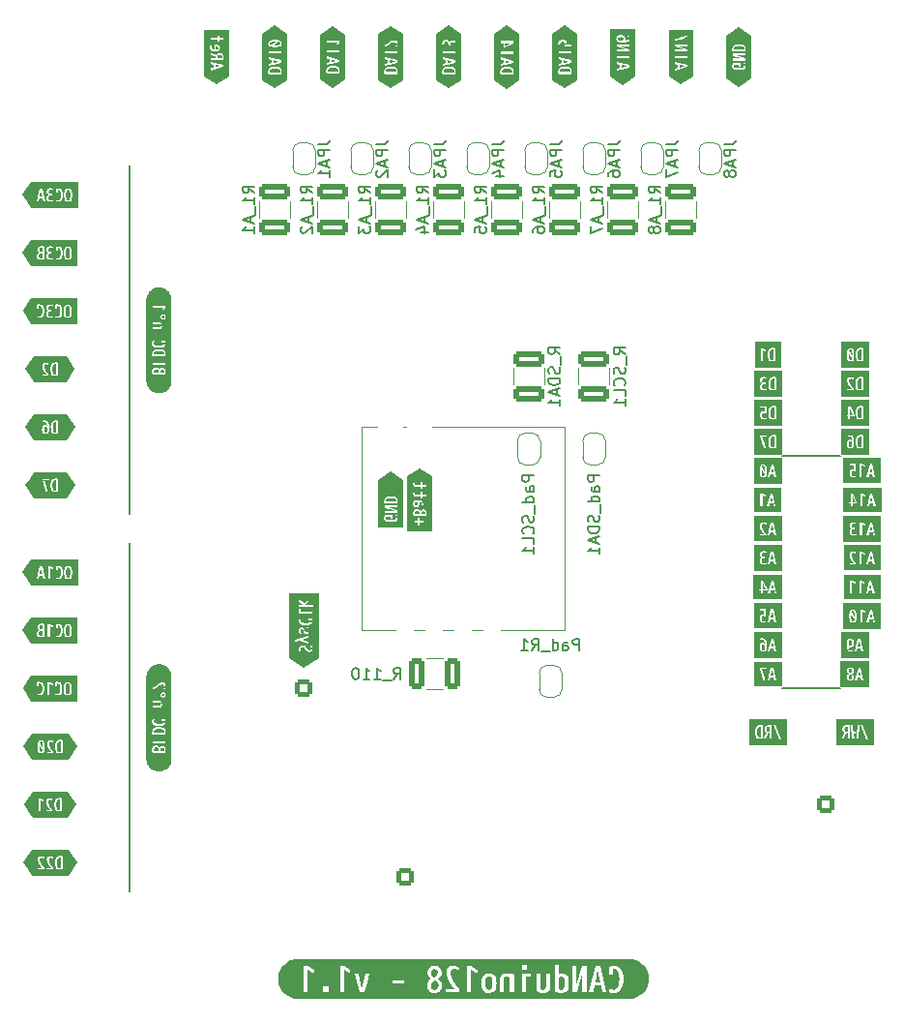
<source format=gbo>
G04 #@! TF.GenerationSoftware,KiCad,Pcbnew,(6.0.4-103-ge02229a234)*
G04 #@! TF.CreationDate,2022-04-10T23:24:48+02:00*
G04 #@! TF.ProjectId,CANduino128 - v1.1 - 6.0.4,43414e64-7569-46e6-9f31-3238202d2076,rev?*
G04 #@! TF.SameCoordinates,Original*
G04 #@! TF.FileFunction,Legend,Bot*
G04 #@! TF.FilePolarity,Positive*
%FSLAX46Y46*%
G04 Gerber Fmt 4.6, Leading zero omitted, Abs format (unit mm)*
G04 Created by KiCad (PCBNEW (6.0.4-103-ge02229a234)) date 2022-04-10 23:24:48*
%MOMM*%
%LPD*%
G01*
G04 APERTURE LIST*
G04 Aperture macros list*
%AMRoundRect*
0 Rectangle with rounded corners*
0 $1 Rounding radius*
0 $2 $3 $4 $5 $6 $7 $8 $9 X,Y pos of 4 corners*
0 Add a 4 corners polygon primitive as box body*
4,1,4,$2,$3,$4,$5,$6,$7,$8,$9,$2,$3,0*
0 Add four circle primitives for the rounded corners*
1,1,$1+$1,$2,$3*
1,1,$1+$1,$4,$5*
1,1,$1+$1,$6,$7*
1,1,$1+$1,$8,$9*
0 Add four rect primitives between the rounded corners*
20,1,$1+$1,$2,$3,$4,$5,0*
20,1,$1+$1,$4,$5,$6,$7,0*
20,1,$1+$1,$6,$7,$8,$9,0*
20,1,$1+$1,$8,$9,$2,$3,0*%
%AMFreePoly0*
4,1,22,0.500000,-0.750000,0.000000,-0.750000,0.000000,-0.745033,-0.079941,-0.743568,-0.215256,-0.701293,-0.333266,-0.622738,-0.424486,-0.514219,-0.481581,-0.384460,-0.499164,-0.250000,-0.500000,-0.250000,-0.500000,0.250000,-0.499164,0.250000,-0.499963,0.256109,-0.478152,0.396186,-0.417904,0.524511,-0.324060,0.630769,-0.204165,0.706417,-0.067858,0.745374,0.000000,0.744959,0.000000,0.750000,
0.500000,0.750000,0.500000,-0.750000,0.500000,-0.750000,$1*%
%AMFreePoly1*
4,1,20,0.000000,0.744959,0.073905,0.744508,0.209726,0.703889,0.328688,0.626782,0.421226,0.519385,0.479903,0.390333,0.500000,0.250000,0.500000,-0.250000,0.499851,-0.262216,0.476331,-0.402017,0.414519,-0.529596,0.319384,-0.634700,0.198574,-0.708877,0.061801,-0.746166,0.000000,-0.745033,0.000000,-0.750000,-0.500000,-0.750000,-0.500000,0.750000,0.000000,0.750000,0.000000,0.744959,
0.000000,0.744959,$1*%
G04 Aperture macros list end*
%ADD10C,0.150000*%
%ADD11C,0.120000*%
%ADD12RoundRect,0.250000X-0.550000X-0.550000X0.550000X-0.550000X0.550000X0.550000X-0.550000X0.550000X0*%
%ADD13C,0.800000*%
%ADD14C,6.400000*%
%ADD15R,2.400000X1.600000*%
%ADD16O,2.400000X1.600000*%
%ADD17R,1.600000X2.400000*%
%ADD18O,1.600000X2.400000*%
%ADD19C,1.600000*%
%ADD20R,1.600000X1.600000*%
%ADD21R,2.600000X2.600000*%
%ADD22C,2.600000*%
%ADD23R,2.200000X2.200000*%
%ADD24C,2.200000*%
%ADD25R,1.700000X1.700000*%
%ADD26O,1.700000X1.700000*%
%ADD27FreePoly0,270.000000*%
%ADD28FreePoly1,270.000000*%
%ADD29RoundRect,0.250000X-1.075000X0.400000X-1.075000X-0.400000X1.075000X-0.400000X1.075000X0.400000X0*%
%ADD30RoundRect,0.250000X1.075000X-0.400000X1.075000X0.400000X-1.075000X0.400000X-1.075000X-0.400000X0*%
%ADD31FreePoly0,90.000000*%
%ADD32FreePoly1,90.000000*%
%ADD33RoundRect,0.250000X0.400000X1.075000X-0.400000X1.075000X-0.400000X-1.075000X0.400000X-1.075000X0*%
G04 APERTURE END LIST*
D10*
X194310000Y-104140000D02*
X189230000Y-104140000D01*
X194310000Y-83820000D02*
X189230000Y-83820000D01*
X132080000Y-91440000D02*
X132080000Y-121920000D01*
X132080000Y-58420000D02*
X132080000Y-88900000D01*
X167457380Y-85495238D02*
X166457380Y-85495238D01*
X166457380Y-85876190D01*
X166505000Y-85971428D01*
X166552619Y-86019047D01*
X166647857Y-86066666D01*
X166790714Y-86066666D01*
X166885952Y-86019047D01*
X166933571Y-85971428D01*
X166981190Y-85876190D01*
X166981190Y-85495238D01*
X167457380Y-86923809D02*
X166933571Y-86923809D01*
X166838333Y-86876190D01*
X166790714Y-86780952D01*
X166790714Y-86590476D01*
X166838333Y-86495238D01*
X167409761Y-86923809D02*
X167457380Y-86828571D01*
X167457380Y-86590476D01*
X167409761Y-86495238D01*
X167314523Y-86447619D01*
X167219285Y-86447619D01*
X167124047Y-86495238D01*
X167076428Y-86590476D01*
X167076428Y-86828571D01*
X167028809Y-86923809D01*
X167457380Y-87828571D02*
X166457380Y-87828571D01*
X167409761Y-87828571D02*
X167457380Y-87733333D01*
X167457380Y-87542857D01*
X167409761Y-87447619D01*
X167362142Y-87400000D01*
X167266904Y-87352380D01*
X166981190Y-87352380D01*
X166885952Y-87400000D01*
X166838333Y-87447619D01*
X166790714Y-87542857D01*
X166790714Y-87733333D01*
X166838333Y-87828571D01*
X167552619Y-88066666D02*
X167552619Y-88828571D01*
X167409761Y-89019047D02*
X167457380Y-89161904D01*
X167457380Y-89400000D01*
X167409761Y-89495238D01*
X167362142Y-89542857D01*
X167266904Y-89590476D01*
X167171666Y-89590476D01*
X167076428Y-89542857D01*
X167028809Y-89495238D01*
X166981190Y-89400000D01*
X166933571Y-89209523D01*
X166885952Y-89114285D01*
X166838333Y-89066666D01*
X166743095Y-89019047D01*
X166647857Y-89019047D01*
X166552619Y-89066666D01*
X166505000Y-89114285D01*
X166457380Y-89209523D01*
X166457380Y-89447619D01*
X166505000Y-89590476D01*
X167362142Y-90590476D02*
X167409761Y-90542857D01*
X167457380Y-90400000D01*
X167457380Y-90304761D01*
X167409761Y-90161904D01*
X167314523Y-90066666D01*
X167219285Y-90019047D01*
X167028809Y-89971428D01*
X166885952Y-89971428D01*
X166695476Y-90019047D01*
X166600238Y-90066666D01*
X166505000Y-90161904D01*
X166457380Y-90304761D01*
X166457380Y-90400000D01*
X166505000Y-90542857D01*
X166552619Y-90590476D01*
X167457380Y-91495238D02*
X167457380Y-91019047D01*
X166457380Y-91019047D01*
X167457380Y-92352380D02*
X167457380Y-91780952D01*
X167457380Y-92066666D02*
X166457380Y-92066666D01*
X166600238Y-91971428D01*
X166695476Y-91876190D01*
X166743095Y-91780952D01*
X163272380Y-60777619D02*
X162796190Y-60444285D01*
X163272380Y-60206190D02*
X162272380Y-60206190D01*
X162272380Y-60587142D01*
X162320000Y-60682380D01*
X162367619Y-60730000D01*
X162462857Y-60777619D01*
X162605714Y-60777619D01*
X162700952Y-60730000D01*
X162748571Y-60682380D01*
X162796190Y-60587142D01*
X162796190Y-60206190D01*
X163272380Y-61730000D02*
X163272380Y-61158571D01*
X163272380Y-61444285D02*
X162272380Y-61444285D01*
X162415238Y-61349047D01*
X162510476Y-61253809D01*
X162558095Y-61158571D01*
X163367619Y-61920476D02*
X163367619Y-62682380D01*
X162986666Y-62872857D02*
X162986666Y-63349047D01*
X163272380Y-62777619D02*
X162272380Y-63110952D01*
X163272380Y-63444285D01*
X162272380Y-64253809D02*
X162272380Y-63777619D01*
X162748571Y-63730000D01*
X162700952Y-63777619D01*
X162653333Y-63872857D01*
X162653333Y-64110952D01*
X162700952Y-64206190D01*
X162748571Y-64253809D01*
X162843809Y-64301428D01*
X163081904Y-64301428D01*
X163177142Y-64253809D01*
X163224761Y-64206190D01*
X163272380Y-64110952D01*
X163272380Y-63872857D01*
X163224761Y-63777619D01*
X163177142Y-63730000D01*
X169737380Y-74882619D02*
X169261190Y-74549285D01*
X169737380Y-74311190D02*
X168737380Y-74311190D01*
X168737380Y-74692142D01*
X168785000Y-74787380D01*
X168832619Y-74835000D01*
X168927857Y-74882619D01*
X169070714Y-74882619D01*
X169165952Y-74835000D01*
X169213571Y-74787380D01*
X169261190Y-74692142D01*
X169261190Y-74311190D01*
X169832619Y-75073095D02*
X169832619Y-75835000D01*
X169689761Y-76025476D02*
X169737380Y-76168333D01*
X169737380Y-76406428D01*
X169689761Y-76501666D01*
X169642142Y-76549285D01*
X169546904Y-76596904D01*
X169451666Y-76596904D01*
X169356428Y-76549285D01*
X169308809Y-76501666D01*
X169261190Y-76406428D01*
X169213571Y-76215952D01*
X169165952Y-76120714D01*
X169118333Y-76073095D01*
X169023095Y-76025476D01*
X168927857Y-76025476D01*
X168832619Y-76073095D01*
X168785000Y-76120714D01*
X168737380Y-76215952D01*
X168737380Y-76454047D01*
X168785000Y-76596904D01*
X169737380Y-77025476D02*
X168737380Y-77025476D01*
X168737380Y-77263571D01*
X168785000Y-77406428D01*
X168880238Y-77501666D01*
X168975476Y-77549285D01*
X169165952Y-77596904D01*
X169308809Y-77596904D01*
X169499285Y-77549285D01*
X169594523Y-77501666D01*
X169689761Y-77406428D01*
X169737380Y-77263571D01*
X169737380Y-77025476D01*
X169451666Y-77977857D02*
X169451666Y-78454047D01*
X169737380Y-77882619D02*
X168737380Y-78215952D01*
X169737380Y-78549285D01*
X169737380Y-79406428D02*
X169737380Y-78835000D01*
X169737380Y-79120714D02*
X168737380Y-79120714D01*
X168880238Y-79025476D01*
X168975476Y-78930238D01*
X169023095Y-78835000D01*
X179052380Y-56523095D02*
X179766666Y-56523095D01*
X179909523Y-56475476D01*
X180004761Y-56380238D01*
X180052380Y-56237380D01*
X180052380Y-56142142D01*
X180052380Y-56999285D02*
X179052380Y-56999285D01*
X179052380Y-57380238D01*
X179100000Y-57475476D01*
X179147619Y-57523095D01*
X179242857Y-57570714D01*
X179385714Y-57570714D01*
X179480952Y-57523095D01*
X179528571Y-57475476D01*
X179576190Y-57380238D01*
X179576190Y-56999285D01*
X179766666Y-57951666D02*
X179766666Y-58427857D01*
X180052380Y-57856428D02*
X179052380Y-58189761D01*
X180052380Y-58523095D01*
X179052380Y-58761190D02*
X179052380Y-59427857D01*
X180052380Y-58999285D01*
X173172380Y-85471428D02*
X172172380Y-85471428D01*
X172172380Y-85852380D01*
X172220000Y-85947619D01*
X172267619Y-85995238D01*
X172362857Y-86042857D01*
X172505714Y-86042857D01*
X172600952Y-85995238D01*
X172648571Y-85947619D01*
X172696190Y-85852380D01*
X172696190Y-85471428D01*
X173172380Y-86900000D02*
X172648571Y-86900000D01*
X172553333Y-86852380D01*
X172505714Y-86757142D01*
X172505714Y-86566666D01*
X172553333Y-86471428D01*
X173124761Y-86900000D02*
X173172380Y-86804761D01*
X173172380Y-86566666D01*
X173124761Y-86471428D01*
X173029523Y-86423809D01*
X172934285Y-86423809D01*
X172839047Y-86471428D01*
X172791428Y-86566666D01*
X172791428Y-86804761D01*
X172743809Y-86900000D01*
X173172380Y-87804761D02*
X172172380Y-87804761D01*
X173124761Y-87804761D02*
X173172380Y-87709523D01*
X173172380Y-87519047D01*
X173124761Y-87423809D01*
X173077142Y-87376190D01*
X172981904Y-87328571D01*
X172696190Y-87328571D01*
X172600952Y-87376190D01*
X172553333Y-87423809D01*
X172505714Y-87519047D01*
X172505714Y-87709523D01*
X172553333Y-87804761D01*
X173267619Y-88042857D02*
X173267619Y-88804761D01*
X173124761Y-88995238D02*
X173172380Y-89138095D01*
X173172380Y-89376190D01*
X173124761Y-89471428D01*
X173077142Y-89519047D01*
X172981904Y-89566666D01*
X172886666Y-89566666D01*
X172791428Y-89519047D01*
X172743809Y-89471428D01*
X172696190Y-89376190D01*
X172648571Y-89185714D01*
X172600952Y-89090476D01*
X172553333Y-89042857D01*
X172458095Y-88995238D01*
X172362857Y-88995238D01*
X172267619Y-89042857D01*
X172220000Y-89090476D01*
X172172380Y-89185714D01*
X172172380Y-89423809D01*
X172220000Y-89566666D01*
X173172380Y-89995238D02*
X172172380Y-89995238D01*
X172172380Y-90233333D01*
X172220000Y-90376190D01*
X172315238Y-90471428D01*
X172410476Y-90519047D01*
X172600952Y-90566666D01*
X172743809Y-90566666D01*
X172934285Y-90519047D01*
X173029523Y-90471428D01*
X173124761Y-90376190D01*
X173172380Y-90233333D01*
X173172380Y-89995238D01*
X172886666Y-90947619D02*
X172886666Y-91423809D01*
X173172380Y-90852380D02*
X172172380Y-91185714D01*
X173172380Y-91519047D01*
X173172380Y-92376190D02*
X173172380Y-91804761D01*
X173172380Y-92090476D02*
X172172380Y-92090476D01*
X172315238Y-91995238D01*
X172410476Y-91900000D01*
X172458095Y-91804761D01*
X173432380Y-60777619D02*
X172956190Y-60444285D01*
X173432380Y-60206190D02*
X172432380Y-60206190D01*
X172432380Y-60587142D01*
X172480000Y-60682380D01*
X172527619Y-60730000D01*
X172622857Y-60777619D01*
X172765714Y-60777619D01*
X172860952Y-60730000D01*
X172908571Y-60682380D01*
X172956190Y-60587142D01*
X172956190Y-60206190D01*
X173432380Y-61730000D02*
X173432380Y-61158571D01*
X173432380Y-61444285D02*
X172432380Y-61444285D01*
X172575238Y-61349047D01*
X172670476Y-61253809D01*
X172718095Y-61158571D01*
X173527619Y-61920476D02*
X173527619Y-62682380D01*
X173146666Y-62872857D02*
X173146666Y-63349047D01*
X173432380Y-62777619D02*
X172432380Y-63110952D01*
X173432380Y-63444285D01*
X172432380Y-63682380D02*
X172432380Y-64349047D01*
X173432380Y-63920476D01*
X153652380Y-56523095D02*
X154366666Y-56523095D01*
X154509523Y-56475476D01*
X154604761Y-56380238D01*
X154652380Y-56237380D01*
X154652380Y-56142142D01*
X154652380Y-56999285D02*
X153652380Y-56999285D01*
X153652380Y-57380238D01*
X153700000Y-57475476D01*
X153747619Y-57523095D01*
X153842857Y-57570714D01*
X153985714Y-57570714D01*
X154080952Y-57523095D01*
X154128571Y-57475476D01*
X154176190Y-57380238D01*
X154176190Y-56999285D01*
X154366666Y-57951666D02*
X154366666Y-58427857D01*
X154652380Y-57856428D02*
X153652380Y-58189761D01*
X154652380Y-58523095D01*
X153747619Y-58808809D02*
X153700000Y-58856428D01*
X153652380Y-58951666D01*
X153652380Y-59189761D01*
X153700000Y-59285000D01*
X153747619Y-59332619D01*
X153842857Y-59380238D01*
X153938095Y-59380238D01*
X154080952Y-59332619D01*
X154652380Y-58761190D01*
X154652380Y-59380238D01*
X168892380Y-56523095D02*
X169606666Y-56523095D01*
X169749523Y-56475476D01*
X169844761Y-56380238D01*
X169892380Y-56237380D01*
X169892380Y-56142142D01*
X169892380Y-56999285D02*
X168892380Y-56999285D01*
X168892380Y-57380238D01*
X168940000Y-57475476D01*
X168987619Y-57523095D01*
X169082857Y-57570714D01*
X169225714Y-57570714D01*
X169320952Y-57523095D01*
X169368571Y-57475476D01*
X169416190Y-57380238D01*
X169416190Y-56999285D01*
X169606666Y-57951666D02*
X169606666Y-58427857D01*
X169892380Y-57856428D02*
X168892380Y-58189761D01*
X169892380Y-58523095D01*
X168892380Y-59332619D02*
X168892380Y-58856428D01*
X169368571Y-58808809D01*
X169320952Y-58856428D01*
X169273333Y-58951666D01*
X169273333Y-59189761D01*
X169320952Y-59285000D01*
X169368571Y-59332619D01*
X169463809Y-59380238D01*
X169701904Y-59380238D01*
X169797142Y-59332619D01*
X169844761Y-59285000D01*
X169892380Y-59189761D01*
X169892380Y-58951666D01*
X169844761Y-58856428D01*
X169797142Y-58808809D01*
X148032380Y-60777619D02*
X147556190Y-60444285D01*
X148032380Y-60206190D02*
X147032380Y-60206190D01*
X147032380Y-60587142D01*
X147080000Y-60682380D01*
X147127619Y-60730000D01*
X147222857Y-60777619D01*
X147365714Y-60777619D01*
X147460952Y-60730000D01*
X147508571Y-60682380D01*
X147556190Y-60587142D01*
X147556190Y-60206190D01*
X148032380Y-61730000D02*
X148032380Y-61158571D01*
X148032380Y-61444285D02*
X147032380Y-61444285D01*
X147175238Y-61349047D01*
X147270476Y-61253809D01*
X147318095Y-61158571D01*
X148127619Y-61920476D02*
X148127619Y-62682380D01*
X147746666Y-62872857D02*
X147746666Y-63349047D01*
X148032380Y-62777619D02*
X147032380Y-63110952D01*
X148032380Y-63444285D01*
X147127619Y-63730000D02*
X147080000Y-63777619D01*
X147032380Y-63872857D01*
X147032380Y-64110952D01*
X147080000Y-64206190D01*
X147127619Y-64253809D01*
X147222857Y-64301428D01*
X147318095Y-64301428D01*
X147460952Y-64253809D01*
X148032380Y-63682380D01*
X148032380Y-64301428D01*
X155170000Y-103322380D02*
X155503333Y-102846190D01*
X155741428Y-103322380D02*
X155741428Y-102322380D01*
X155360476Y-102322380D01*
X155265238Y-102370000D01*
X155217619Y-102417619D01*
X155170000Y-102512857D01*
X155170000Y-102655714D01*
X155217619Y-102750952D01*
X155265238Y-102798571D01*
X155360476Y-102846190D01*
X155741428Y-102846190D01*
X154979523Y-103417619D02*
X154217619Y-103417619D01*
X153455714Y-103322380D02*
X154027142Y-103322380D01*
X153741428Y-103322380D02*
X153741428Y-102322380D01*
X153836666Y-102465238D01*
X153931904Y-102560476D01*
X154027142Y-102608095D01*
X152503333Y-103322380D02*
X153074761Y-103322380D01*
X152789047Y-103322380D02*
X152789047Y-102322380D01*
X152884285Y-102465238D01*
X152979523Y-102560476D01*
X153074761Y-102608095D01*
X151884285Y-102322380D02*
X151789047Y-102322380D01*
X151693809Y-102370000D01*
X151646190Y-102417619D01*
X151598571Y-102512857D01*
X151550952Y-102703333D01*
X151550952Y-102941428D01*
X151598571Y-103131904D01*
X151646190Y-103227142D01*
X151693809Y-103274761D01*
X151789047Y-103322380D01*
X151884285Y-103322380D01*
X151979523Y-103274761D01*
X152027142Y-103227142D01*
X152074761Y-103131904D01*
X152122380Y-102941428D01*
X152122380Y-102703333D01*
X152074761Y-102512857D01*
X152027142Y-102417619D01*
X151979523Y-102370000D01*
X151884285Y-102322380D01*
X173972380Y-56523095D02*
X174686666Y-56523095D01*
X174829523Y-56475476D01*
X174924761Y-56380238D01*
X174972380Y-56237380D01*
X174972380Y-56142142D01*
X174972380Y-56999285D02*
X173972380Y-56999285D01*
X173972380Y-57380238D01*
X174020000Y-57475476D01*
X174067619Y-57523095D01*
X174162857Y-57570714D01*
X174305714Y-57570714D01*
X174400952Y-57523095D01*
X174448571Y-57475476D01*
X174496190Y-57380238D01*
X174496190Y-56999285D01*
X174686666Y-57951666D02*
X174686666Y-58427857D01*
X174972380Y-57856428D02*
X173972380Y-58189761D01*
X174972380Y-58523095D01*
X173972380Y-59285000D02*
X173972380Y-59094523D01*
X174020000Y-58999285D01*
X174067619Y-58951666D01*
X174210476Y-58856428D01*
X174400952Y-58808809D01*
X174781904Y-58808809D01*
X174877142Y-58856428D01*
X174924761Y-58904047D01*
X174972380Y-58999285D01*
X174972380Y-59189761D01*
X174924761Y-59285000D01*
X174877142Y-59332619D01*
X174781904Y-59380238D01*
X174543809Y-59380238D01*
X174448571Y-59332619D01*
X174400952Y-59285000D01*
X174353333Y-59189761D01*
X174353333Y-58999285D01*
X174400952Y-58904047D01*
X174448571Y-58856428D01*
X174543809Y-58808809D01*
X142952380Y-60777619D02*
X142476190Y-60444285D01*
X142952380Y-60206190D02*
X141952380Y-60206190D01*
X141952380Y-60587142D01*
X142000000Y-60682380D01*
X142047619Y-60730000D01*
X142142857Y-60777619D01*
X142285714Y-60777619D01*
X142380952Y-60730000D01*
X142428571Y-60682380D01*
X142476190Y-60587142D01*
X142476190Y-60206190D01*
X142952380Y-61730000D02*
X142952380Y-61158571D01*
X142952380Y-61444285D02*
X141952380Y-61444285D01*
X142095238Y-61349047D01*
X142190476Y-61253809D01*
X142238095Y-61158571D01*
X143047619Y-61920476D02*
X143047619Y-62682380D01*
X142666666Y-62872857D02*
X142666666Y-63349047D01*
X142952380Y-62777619D02*
X141952380Y-63110952D01*
X142952380Y-63444285D01*
X142952380Y-64301428D02*
X142952380Y-63730000D01*
X142952380Y-64015714D02*
X141952380Y-64015714D01*
X142095238Y-63920476D01*
X142190476Y-63825238D01*
X142238095Y-63730000D01*
X184132380Y-56523095D02*
X184846666Y-56523095D01*
X184989523Y-56475476D01*
X185084761Y-56380238D01*
X185132380Y-56237380D01*
X185132380Y-56142142D01*
X185132380Y-56999285D02*
X184132380Y-56999285D01*
X184132380Y-57380238D01*
X184180000Y-57475476D01*
X184227619Y-57523095D01*
X184322857Y-57570714D01*
X184465714Y-57570714D01*
X184560952Y-57523095D01*
X184608571Y-57475476D01*
X184656190Y-57380238D01*
X184656190Y-56999285D01*
X184846666Y-57951666D02*
X184846666Y-58427857D01*
X185132380Y-57856428D02*
X184132380Y-58189761D01*
X185132380Y-58523095D01*
X184560952Y-58999285D02*
X184513333Y-58904047D01*
X184465714Y-58856428D01*
X184370476Y-58808809D01*
X184322857Y-58808809D01*
X184227619Y-58856428D01*
X184180000Y-58904047D01*
X184132380Y-58999285D01*
X184132380Y-59189761D01*
X184180000Y-59285000D01*
X184227619Y-59332619D01*
X184322857Y-59380238D01*
X184370476Y-59380238D01*
X184465714Y-59332619D01*
X184513333Y-59285000D01*
X184560952Y-59189761D01*
X184560952Y-58999285D01*
X184608571Y-58904047D01*
X184656190Y-58856428D01*
X184751428Y-58808809D01*
X184941904Y-58808809D01*
X185037142Y-58856428D01*
X185084761Y-58904047D01*
X185132380Y-58999285D01*
X185132380Y-59189761D01*
X185084761Y-59285000D01*
X185037142Y-59332619D01*
X184941904Y-59380238D01*
X184751428Y-59380238D01*
X184656190Y-59332619D01*
X184608571Y-59285000D01*
X184560952Y-59189761D01*
X163812380Y-56523095D02*
X164526666Y-56523095D01*
X164669523Y-56475476D01*
X164764761Y-56380238D01*
X164812380Y-56237380D01*
X164812380Y-56142142D01*
X164812380Y-56999285D02*
X163812380Y-56999285D01*
X163812380Y-57380238D01*
X163860000Y-57475476D01*
X163907619Y-57523095D01*
X164002857Y-57570714D01*
X164145714Y-57570714D01*
X164240952Y-57523095D01*
X164288571Y-57475476D01*
X164336190Y-57380238D01*
X164336190Y-56999285D01*
X164526666Y-57951666D02*
X164526666Y-58427857D01*
X164812380Y-57856428D02*
X163812380Y-58189761D01*
X164812380Y-58523095D01*
X164145714Y-59285000D02*
X164812380Y-59285000D01*
X163764761Y-59046904D02*
X164479047Y-58808809D01*
X164479047Y-59427857D01*
X148572380Y-56523095D02*
X149286666Y-56523095D01*
X149429523Y-56475476D01*
X149524761Y-56380238D01*
X149572380Y-56237380D01*
X149572380Y-56142142D01*
X149572380Y-56999285D02*
X148572380Y-56999285D01*
X148572380Y-57380238D01*
X148620000Y-57475476D01*
X148667619Y-57523095D01*
X148762857Y-57570714D01*
X148905714Y-57570714D01*
X149000952Y-57523095D01*
X149048571Y-57475476D01*
X149096190Y-57380238D01*
X149096190Y-56999285D01*
X149286666Y-57951666D02*
X149286666Y-58427857D01*
X149572380Y-57856428D02*
X148572380Y-58189761D01*
X149572380Y-58523095D01*
X149572380Y-59380238D02*
X149572380Y-58808809D01*
X149572380Y-59094523D02*
X148572380Y-59094523D01*
X148715238Y-58999285D01*
X148810476Y-58904047D01*
X148858095Y-58808809D01*
X175452380Y-74906428D02*
X174976190Y-74573095D01*
X175452380Y-74335000D02*
X174452380Y-74335000D01*
X174452380Y-74715952D01*
X174500000Y-74811190D01*
X174547619Y-74858809D01*
X174642857Y-74906428D01*
X174785714Y-74906428D01*
X174880952Y-74858809D01*
X174928571Y-74811190D01*
X174976190Y-74715952D01*
X174976190Y-74335000D01*
X175547619Y-75096904D02*
X175547619Y-75858809D01*
X175404761Y-76049285D02*
X175452380Y-76192142D01*
X175452380Y-76430238D01*
X175404761Y-76525476D01*
X175357142Y-76573095D01*
X175261904Y-76620714D01*
X175166666Y-76620714D01*
X175071428Y-76573095D01*
X175023809Y-76525476D01*
X174976190Y-76430238D01*
X174928571Y-76239761D01*
X174880952Y-76144523D01*
X174833333Y-76096904D01*
X174738095Y-76049285D01*
X174642857Y-76049285D01*
X174547619Y-76096904D01*
X174500000Y-76144523D01*
X174452380Y-76239761D01*
X174452380Y-76477857D01*
X174500000Y-76620714D01*
X175357142Y-77620714D02*
X175404761Y-77573095D01*
X175452380Y-77430238D01*
X175452380Y-77335000D01*
X175404761Y-77192142D01*
X175309523Y-77096904D01*
X175214285Y-77049285D01*
X175023809Y-77001666D01*
X174880952Y-77001666D01*
X174690476Y-77049285D01*
X174595238Y-77096904D01*
X174500000Y-77192142D01*
X174452380Y-77335000D01*
X174452380Y-77430238D01*
X174500000Y-77573095D01*
X174547619Y-77620714D01*
X175452380Y-78525476D02*
X175452380Y-78049285D01*
X174452380Y-78049285D01*
X175452380Y-79382619D02*
X175452380Y-78811190D01*
X175452380Y-79096904D02*
X174452380Y-79096904D01*
X174595238Y-79001666D01*
X174690476Y-78906428D01*
X174738095Y-78811190D01*
X158732380Y-56523095D02*
X159446666Y-56523095D01*
X159589523Y-56475476D01*
X159684761Y-56380238D01*
X159732380Y-56237380D01*
X159732380Y-56142142D01*
X159732380Y-56999285D02*
X158732380Y-56999285D01*
X158732380Y-57380238D01*
X158780000Y-57475476D01*
X158827619Y-57523095D01*
X158922857Y-57570714D01*
X159065714Y-57570714D01*
X159160952Y-57523095D01*
X159208571Y-57475476D01*
X159256190Y-57380238D01*
X159256190Y-56999285D01*
X159446666Y-57951666D02*
X159446666Y-58427857D01*
X159732380Y-57856428D02*
X158732380Y-58189761D01*
X159732380Y-58523095D01*
X158732380Y-58761190D02*
X158732380Y-59380238D01*
X159113333Y-59046904D01*
X159113333Y-59189761D01*
X159160952Y-59285000D01*
X159208571Y-59332619D01*
X159303809Y-59380238D01*
X159541904Y-59380238D01*
X159637142Y-59332619D01*
X159684761Y-59285000D01*
X159732380Y-59189761D01*
X159732380Y-58904047D01*
X159684761Y-58808809D01*
X159637142Y-58761190D01*
X178512380Y-60777619D02*
X178036190Y-60444285D01*
X178512380Y-60206190D02*
X177512380Y-60206190D01*
X177512380Y-60587142D01*
X177560000Y-60682380D01*
X177607619Y-60730000D01*
X177702857Y-60777619D01*
X177845714Y-60777619D01*
X177940952Y-60730000D01*
X177988571Y-60682380D01*
X178036190Y-60587142D01*
X178036190Y-60206190D01*
X178512380Y-61730000D02*
X178512380Y-61158571D01*
X178512380Y-61444285D02*
X177512380Y-61444285D01*
X177655238Y-61349047D01*
X177750476Y-61253809D01*
X177798095Y-61158571D01*
X178607619Y-61920476D02*
X178607619Y-62682380D01*
X178226666Y-62872857D02*
X178226666Y-63349047D01*
X178512380Y-62777619D02*
X177512380Y-63110952D01*
X178512380Y-63444285D01*
X177940952Y-63920476D02*
X177893333Y-63825238D01*
X177845714Y-63777619D01*
X177750476Y-63730000D01*
X177702857Y-63730000D01*
X177607619Y-63777619D01*
X177560000Y-63825238D01*
X177512380Y-63920476D01*
X177512380Y-64110952D01*
X177560000Y-64206190D01*
X177607619Y-64253809D01*
X177702857Y-64301428D01*
X177750476Y-64301428D01*
X177845714Y-64253809D01*
X177893333Y-64206190D01*
X177940952Y-64110952D01*
X177940952Y-63920476D01*
X177988571Y-63825238D01*
X178036190Y-63777619D01*
X178131428Y-63730000D01*
X178321904Y-63730000D01*
X178417142Y-63777619D01*
X178464761Y-63825238D01*
X178512380Y-63920476D01*
X178512380Y-64110952D01*
X178464761Y-64206190D01*
X178417142Y-64253809D01*
X178321904Y-64301428D01*
X178131428Y-64301428D01*
X178036190Y-64253809D01*
X177988571Y-64206190D01*
X177940952Y-64110952D01*
X171433809Y-100782380D02*
X171433809Y-99782380D01*
X171052857Y-99782380D01*
X170957619Y-99830000D01*
X170910000Y-99877619D01*
X170862380Y-99972857D01*
X170862380Y-100115714D01*
X170910000Y-100210952D01*
X170957619Y-100258571D01*
X171052857Y-100306190D01*
X171433809Y-100306190D01*
X170005238Y-100782380D02*
X170005238Y-100258571D01*
X170052857Y-100163333D01*
X170148095Y-100115714D01*
X170338571Y-100115714D01*
X170433809Y-100163333D01*
X170005238Y-100734761D02*
X170100476Y-100782380D01*
X170338571Y-100782380D01*
X170433809Y-100734761D01*
X170481428Y-100639523D01*
X170481428Y-100544285D01*
X170433809Y-100449047D01*
X170338571Y-100401428D01*
X170100476Y-100401428D01*
X170005238Y-100353809D01*
X169100476Y-100782380D02*
X169100476Y-99782380D01*
X169100476Y-100734761D02*
X169195714Y-100782380D01*
X169386190Y-100782380D01*
X169481428Y-100734761D01*
X169529047Y-100687142D01*
X169576666Y-100591904D01*
X169576666Y-100306190D01*
X169529047Y-100210952D01*
X169481428Y-100163333D01*
X169386190Y-100115714D01*
X169195714Y-100115714D01*
X169100476Y-100163333D01*
X168862380Y-100877619D02*
X168100476Y-100877619D01*
X167290952Y-100782380D02*
X167624285Y-100306190D01*
X167862380Y-100782380D02*
X167862380Y-99782380D01*
X167481428Y-99782380D01*
X167386190Y-99830000D01*
X167338571Y-99877619D01*
X167290952Y-99972857D01*
X167290952Y-100115714D01*
X167338571Y-100210952D01*
X167386190Y-100258571D01*
X167481428Y-100306190D01*
X167862380Y-100306190D01*
X166338571Y-100782380D02*
X166910000Y-100782380D01*
X166624285Y-100782380D02*
X166624285Y-99782380D01*
X166719523Y-99925238D01*
X166814761Y-100020476D01*
X166910000Y-100068095D01*
X153112380Y-60777619D02*
X152636190Y-60444285D01*
X153112380Y-60206190D02*
X152112380Y-60206190D01*
X152112380Y-60587142D01*
X152160000Y-60682380D01*
X152207619Y-60730000D01*
X152302857Y-60777619D01*
X152445714Y-60777619D01*
X152540952Y-60730000D01*
X152588571Y-60682380D01*
X152636190Y-60587142D01*
X152636190Y-60206190D01*
X153112380Y-61730000D02*
X153112380Y-61158571D01*
X153112380Y-61444285D02*
X152112380Y-61444285D01*
X152255238Y-61349047D01*
X152350476Y-61253809D01*
X152398095Y-61158571D01*
X153207619Y-61920476D02*
X153207619Y-62682380D01*
X152826666Y-62872857D02*
X152826666Y-63349047D01*
X153112380Y-62777619D02*
X152112380Y-63110952D01*
X153112380Y-63444285D01*
X152112380Y-63682380D02*
X152112380Y-64301428D01*
X152493333Y-63968095D01*
X152493333Y-64110952D01*
X152540952Y-64206190D01*
X152588571Y-64253809D01*
X152683809Y-64301428D01*
X152921904Y-64301428D01*
X153017142Y-64253809D01*
X153064761Y-64206190D01*
X153112380Y-64110952D01*
X153112380Y-63825238D01*
X153064761Y-63730000D01*
X153017142Y-63682380D01*
X158192380Y-60777619D02*
X157716190Y-60444285D01*
X158192380Y-60206190D02*
X157192380Y-60206190D01*
X157192380Y-60587142D01*
X157240000Y-60682380D01*
X157287619Y-60730000D01*
X157382857Y-60777619D01*
X157525714Y-60777619D01*
X157620952Y-60730000D01*
X157668571Y-60682380D01*
X157716190Y-60587142D01*
X157716190Y-60206190D01*
X158192380Y-61730000D02*
X158192380Y-61158571D01*
X158192380Y-61444285D02*
X157192380Y-61444285D01*
X157335238Y-61349047D01*
X157430476Y-61253809D01*
X157478095Y-61158571D01*
X158287619Y-61920476D02*
X158287619Y-62682380D01*
X157906666Y-62872857D02*
X157906666Y-63349047D01*
X158192380Y-62777619D02*
X157192380Y-63110952D01*
X158192380Y-63444285D01*
X157525714Y-64206190D02*
X158192380Y-64206190D01*
X157144761Y-63968095D02*
X157859047Y-63730000D01*
X157859047Y-64349047D01*
X168352380Y-60777619D02*
X167876190Y-60444285D01*
X168352380Y-60206190D02*
X167352380Y-60206190D01*
X167352380Y-60587142D01*
X167400000Y-60682380D01*
X167447619Y-60730000D01*
X167542857Y-60777619D01*
X167685714Y-60777619D01*
X167780952Y-60730000D01*
X167828571Y-60682380D01*
X167876190Y-60587142D01*
X167876190Y-60206190D01*
X168352380Y-61730000D02*
X168352380Y-61158571D01*
X168352380Y-61444285D02*
X167352380Y-61444285D01*
X167495238Y-61349047D01*
X167590476Y-61253809D01*
X167638095Y-61158571D01*
X168447619Y-61920476D02*
X168447619Y-62682380D01*
X168066666Y-62872857D02*
X168066666Y-63349047D01*
X168352380Y-62777619D02*
X167352380Y-63110952D01*
X168352380Y-63444285D01*
X167352380Y-64206190D02*
X167352380Y-64015714D01*
X167400000Y-63920476D01*
X167447619Y-63872857D01*
X167590476Y-63777619D01*
X167780952Y-63730000D01*
X168161904Y-63730000D01*
X168257142Y-63777619D01*
X168304761Y-63825238D01*
X168352380Y-63920476D01*
X168352380Y-64110952D01*
X168304761Y-64206190D01*
X168257142Y-64253809D01*
X168161904Y-64301428D01*
X167923809Y-64301428D01*
X167828571Y-64253809D01*
X167780952Y-64206190D01*
X167733333Y-64110952D01*
X167733333Y-63920476D01*
X167780952Y-63825238D01*
X167828571Y-63777619D01*
X167923809Y-63730000D01*
G36*
X146281499Y-127879704D02*
G01*
X146446662Y-127838332D01*
X146615085Y-127813349D01*
X146785145Y-127804995D01*
X175794855Y-127804995D01*
X175964915Y-127813349D01*
X176133338Y-127838332D01*
X176298501Y-127879704D01*
X176458813Y-127937064D01*
X176612731Y-128009862D01*
X176758772Y-128097396D01*
X176895531Y-128198823D01*
X177021689Y-128313166D01*
X177136032Y-128439324D01*
X177237459Y-128576083D01*
X177324993Y-128722124D01*
X177397791Y-128876042D01*
X177455152Y-129036355D01*
X177496523Y-129201517D01*
X177521506Y-129369940D01*
X177529860Y-129540000D01*
X177521506Y-129710060D01*
X177496523Y-129878483D01*
X177455152Y-130043645D01*
X177397791Y-130203958D01*
X177324993Y-130357876D01*
X177237459Y-130503917D01*
X177136032Y-130640676D01*
X177021689Y-130766834D01*
X176895531Y-130881177D01*
X176758772Y-130982604D01*
X176612731Y-131070138D01*
X176458813Y-131142936D01*
X176298501Y-131200296D01*
X176133338Y-131241668D01*
X175964915Y-131266651D01*
X175794855Y-131275005D01*
X146785145Y-131275005D01*
X146615085Y-131266651D01*
X146446662Y-131241668D01*
X146281499Y-131200296D01*
X146121187Y-131142936D01*
X145967269Y-131070138D01*
X145821228Y-130982604D01*
X145684469Y-130881177D01*
X145558311Y-130766834D01*
X145525493Y-130730625D01*
X147297775Y-130730625D01*
X147653375Y-130730625D01*
X148971000Y-130730625D01*
X149479000Y-130730625D01*
X150472775Y-130730625D01*
X150828375Y-130730625D01*
X150828375Y-129079625D01*
X151739600Y-129079625D01*
X152184100Y-130730625D01*
X152628600Y-130730625D01*
X152791013Y-130127375D01*
X158089600Y-130127375D01*
X158109356Y-130316640D01*
X158168622Y-130473803D01*
X158267400Y-130598863D01*
X158401456Y-130689703D01*
X158566556Y-130744207D01*
X158762700Y-130762375D01*
X158958139Y-130744207D01*
X158998753Y-130730625D01*
X159772350Y-130730625D01*
X160915350Y-130730625D01*
X161585275Y-130730625D01*
X161940875Y-130730625D01*
X161940875Y-129905125D01*
X162852100Y-129905125D01*
X162870444Y-130178175D01*
X162925478Y-130396192D01*
X163017200Y-130559175D01*
X163146317Y-130672064D01*
X163313533Y-130739797D01*
X163518850Y-130762375D01*
X163724167Y-130739797D01*
X163746810Y-130730625D01*
X164503100Y-130730625D01*
X164846000Y-130730625D01*
X164846000Y-129603500D01*
X164909500Y-129371725D01*
X165144450Y-129308225D01*
X165360350Y-129378075D01*
X165360350Y-130730625D01*
X165709600Y-130730625D01*
X166408100Y-130730625D01*
X166763700Y-130730625D01*
X166763700Y-130629025D01*
X167693975Y-130629025D01*
X167860133Y-130703108D01*
X168045342Y-130747558D01*
X168249600Y-130762375D01*
X168463383Y-130749322D01*
X168626367Y-130710164D01*
X168711262Y-130660775D01*
X169281475Y-130660775D01*
X169444458Y-130717219D01*
X169624375Y-130751086D01*
X169821225Y-130762375D01*
X170041006Y-130740679D01*
X170068307Y-130730625D01*
X170853100Y-130730625D01*
X171208700Y-130730625D01*
X171704000Y-129047875D01*
X171710350Y-129047875D01*
X171710350Y-130730625D01*
X172059600Y-130730625D01*
X172291375Y-130730625D01*
X172659675Y-130730625D01*
X172780325Y-130121025D01*
X173323250Y-130121025D01*
X173443900Y-130730625D01*
X173799500Y-130730625D01*
X173431444Y-129168525D01*
X174059850Y-129168525D01*
X174399575Y-129168525D01*
X174399575Y-128673225D01*
X174472600Y-128660525D01*
X174613270Y-128684955D01*
X174728364Y-128758244D01*
X174817881Y-128880394D01*
X174881822Y-129051403D01*
X174920187Y-129271272D01*
X174932975Y-129540000D01*
X174918864Y-129830072D01*
X174876531Y-130067403D01*
X174805975Y-130251994D01*
X174707197Y-130383844D01*
X174580197Y-130462955D01*
X174424975Y-130489325D01*
X174256700Y-130464719D01*
X174075725Y-130390900D01*
X174075725Y-130683000D01*
X174267019Y-130742531D01*
X174478950Y-130762375D01*
X174667218Y-130743275D01*
X174830383Y-130685977D01*
X174968446Y-130590479D01*
X175081406Y-130456781D01*
X175169264Y-130284885D01*
X175232020Y-130074789D01*
X175269674Y-129826494D01*
X175282225Y-129540000D01*
X175269823Y-129268389D01*
X175232616Y-129032992D01*
X175170604Y-128833811D01*
X175083788Y-128670844D01*
X174972166Y-128544092D01*
X174835741Y-128453555D01*
X174674510Y-128399232D01*
X174488475Y-128381125D01*
X174262256Y-128398587D01*
X174059850Y-128450975D01*
X174059850Y-129168525D01*
X173431444Y-129168525D01*
X173253400Y-128412875D01*
X172840650Y-128412875D01*
X172291375Y-130730625D01*
X172059600Y-130730625D01*
X172059600Y-128412875D01*
X171691300Y-128412875D01*
X171196000Y-130095625D01*
X171186475Y-130095625D01*
X171186475Y-128412875D01*
X170853100Y-128412875D01*
X170853100Y-130730625D01*
X170068307Y-130730625D01*
X170217747Y-130675592D01*
X170351450Y-130567113D01*
X170444936Y-130406775D01*
X170501028Y-130186113D01*
X170519725Y-129905125D01*
X170503674Y-129628900D01*
X170455519Y-129409825D01*
X170375263Y-129247900D01*
X170261844Y-129136775D01*
X170114207Y-129070100D01*
X169932350Y-129047875D01*
X169777569Y-129065337D01*
X169630725Y-129117725D01*
X169630725Y-128349375D01*
X169281475Y-128349375D01*
X169281475Y-130660775D01*
X168711262Y-130660775D01*
X168738550Y-130644900D01*
X168836181Y-130476625D01*
X168868725Y-130206750D01*
X168868725Y-129079625D01*
X168529000Y-129079625D01*
X168529000Y-130206750D01*
X168470263Y-130440113D01*
X168255950Y-130502025D01*
X168040050Y-130438525D01*
X168043225Y-129079625D01*
X167693975Y-129079625D01*
X167693975Y-130629025D01*
X166763700Y-130629025D01*
X166763700Y-129336800D01*
X167185975Y-129336800D01*
X167185975Y-129079625D01*
X166408100Y-129079625D01*
X166408100Y-130730625D01*
X165709600Y-130730625D01*
X165709600Y-129181225D01*
X165543442Y-129107142D01*
X165358233Y-129062692D01*
X165153975Y-129047875D01*
X164924140Y-129060928D01*
X164751103Y-129100086D01*
X164634863Y-129165350D01*
X164536041Y-129337594D01*
X164503100Y-129619375D01*
X164503100Y-130730625D01*
X163746810Y-130730625D01*
X163891383Y-130672064D01*
X164020500Y-130559175D01*
X164112222Y-130396192D01*
X164167256Y-130178175D01*
X164185600Y-129905125D01*
X164167256Y-129632075D01*
X164112222Y-129414058D01*
X164020500Y-129251075D01*
X163891383Y-129138186D01*
X163724167Y-129070453D01*
X163518850Y-129047875D01*
X163313533Y-129070453D01*
X163146317Y-129138186D01*
X163017200Y-129251075D01*
X162925478Y-129414058D01*
X162870444Y-129632075D01*
X162852100Y-129905125D01*
X161940875Y-129905125D01*
X161940875Y-128746250D01*
X161947225Y-128743075D01*
X162493325Y-129047875D01*
X162493325Y-128736725D01*
X162455194Y-128714500D01*
X166408100Y-128714500D01*
X166827200Y-128714500D01*
X166827200Y-128317625D01*
X166408100Y-128317625D01*
X166408100Y-128714500D01*
X162455194Y-128714500D01*
X161937700Y-128412875D01*
X161585275Y-128412875D01*
X161585275Y-130730625D01*
X160915350Y-130730625D01*
X160915350Y-130454400D01*
X160711502Y-130217441D01*
X160539015Y-129990980D01*
X160397890Y-129775015D01*
X160288126Y-129569547D01*
X160209722Y-129374576D01*
X160162681Y-129190102D01*
X160147000Y-129016125D01*
X160164066Y-128854200D01*
X160215262Y-128743075D01*
X160423225Y-128657350D01*
X160572450Y-128678164D01*
X160736492Y-128740606D01*
X160915350Y-128844675D01*
X160915350Y-128546225D01*
X160739667Y-128454503D01*
X160551283Y-128399469D01*
X160350200Y-128381125D01*
X160109297Y-128420416D01*
X159932687Y-128538287D01*
X159824341Y-128732359D01*
X159788225Y-129000250D01*
X159808157Y-129201333D01*
X159867953Y-129415117D01*
X159967612Y-129641600D01*
X160071098Y-129822972D01*
X160202166Y-130017838D01*
X160360816Y-130226197D01*
X160547050Y-130448050D01*
X160547050Y-130454400D01*
X159772350Y-130454400D01*
X159772350Y-130730625D01*
X158998753Y-130730625D01*
X159121122Y-130689703D01*
X159251650Y-130598863D01*
X159346900Y-130473803D01*
X159404050Y-130316640D01*
X159423100Y-130127375D01*
X159400280Y-129935486D01*
X159331819Y-129772569D01*
X159217717Y-129638623D01*
X159057975Y-129533650D01*
X159057975Y-129530475D01*
X159186959Y-129426494D01*
X159288162Y-129286000D01*
X159353647Y-129123281D01*
X159375475Y-128952625D01*
X159334994Y-128714500D01*
X159213550Y-128533525D01*
X159018287Y-128419225D01*
X158756350Y-128381125D01*
X158494412Y-128418828D01*
X158299150Y-128531937D01*
X158177706Y-128712516D01*
X158137225Y-128952625D01*
X158159450Y-129111772D01*
X158226125Y-129259012D01*
X158331694Y-129387203D01*
X158470600Y-129489200D01*
X158470600Y-129495550D01*
X158309866Y-129598738D01*
X158189612Y-129743200D01*
X158114603Y-129921794D01*
X158089600Y-130127375D01*
X152791013Y-130127375D01*
X152845721Y-129924175D01*
X155105100Y-129924175D01*
X156057600Y-129924175D01*
X156057600Y-129660650D01*
X155105100Y-129660650D01*
X155105100Y-129924175D01*
X152845721Y-129924175D01*
X153073100Y-129079625D01*
X152711150Y-129079625D01*
X152403175Y-130476625D01*
X152396825Y-130476625D01*
X152088850Y-129079625D01*
X151739600Y-129079625D01*
X150828375Y-129079625D01*
X150828375Y-128746250D01*
X150834725Y-128743075D01*
X151380825Y-129047875D01*
X151380825Y-128736725D01*
X150825200Y-128412875D01*
X150472775Y-128412875D01*
X150472775Y-130730625D01*
X149479000Y-130730625D01*
X149479000Y-130190875D01*
X148971000Y-130190875D01*
X148971000Y-130730625D01*
X147653375Y-130730625D01*
X147653375Y-128746250D01*
X147659725Y-128743075D01*
X148205825Y-129047875D01*
X148205825Y-128736725D01*
X147650200Y-128412875D01*
X147297775Y-128412875D01*
X147297775Y-130730625D01*
X145525493Y-130730625D01*
X145443968Y-130640676D01*
X145342541Y-130503917D01*
X145255007Y-130357876D01*
X145182209Y-130203958D01*
X145124848Y-130043645D01*
X145083477Y-129878483D01*
X145058494Y-129710060D01*
X145050140Y-129540000D01*
X145058494Y-129369940D01*
X145083477Y-129201517D01*
X145124848Y-129036355D01*
X145182209Y-128876042D01*
X145255007Y-128722124D01*
X145342541Y-128576083D01*
X145443968Y-128439324D01*
X145558311Y-128313166D01*
X145684469Y-128198823D01*
X145821228Y-128097396D01*
X145967269Y-128009862D01*
X146121187Y-127937064D01*
X146281499Y-127879704D01*
G37*
G36*
X163662916Y-129339578D02*
G01*
X163758563Y-129433637D01*
X163812141Y-129614216D01*
X163830000Y-129905125D01*
X163812141Y-130196034D01*
X163758563Y-130376613D01*
X163662916Y-130470672D01*
X163518850Y-130502025D01*
X163374784Y-130470672D01*
X163279138Y-130376613D01*
X163225559Y-130196034D01*
X163207700Y-129905125D01*
X163225559Y-129614216D01*
X163279138Y-129433637D01*
X163374784Y-129339578D01*
X163518850Y-129308225D01*
X163662916Y-129339578D01*
G37*
G36*
X170016091Y-129341959D02*
G01*
X170102213Y-129443162D01*
X170153409Y-129626122D01*
X170170475Y-129905125D01*
X170149838Y-130191669D01*
X170087925Y-130378200D01*
X169983944Y-130480594D01*
X169837100Y-130514725D01*
X169630725Y-130473450D01*
X169630725Y-129416175D01*
X169745819Y-129335212D01*
X169894250Y-129308225D01*
X170016091Y-129341959D01*
G37*
G36*
X173269275Y-129851150D02*
G01*
X172834300Y-129851150D01*
X173050200Y-128762125D01*
X173053375Y-128762125D01*
X173269275Y-129851150D01*
G37*
G36*
X158960608Y-129749197D02*
G01*
X159062208Y-129899481D01*
X159096075Y-130101975D01*
X159074644Y-130269059D01*
X159010350Y-130389313D01*
X158907162Y-130461941D01*
X158769050Y-130486150D01*
X158585606Y-130443464D01*
X158475539Y-130315406D01*
X158438850Y-130101975D01*
X158478008Y-129899481D01*
X158595483Y-129749197D01*
X158791275Y-129651125D01*
X158960608Y-129749197D01*
G37*
G36*
X158957962Y-128733550D02*
G01*
X159011541Y-128834356D01*
X159029400Y-128978025D01*
X158998356Y-129167819D01*
X158905222Y-129305403D01*
X158750000Y-129390775D01*
X158591250Y-129301169D01*
X158496000Y-129163586D01*
X158464250Y-128978025D01*
X158482109Y-128838325D01*
X158535687Y-128736725D01*
X158737300Y-128654175D01*
X158957962Y-128733550D01*
G37*
G36*
X175260000Y-51316819D02*
G01*
X174152057Y-50578191D01*
X174152057Y-50065561D01*
X174680562Y-50065561D01*
X175839438Y-49792511D01*
X175839438Y-49586136D01*
X174680562Y-49311498D01*
X174680562Y-49495648D01*
X174985362Y-49555973D01*
X174985362Y-49827436D01*
X174680562Y-49887761D01*
X174680562Y-50065561D01*
X174152057Y-50065561D01*
X174152057Y-49163861D01*
X174680562Y-49163861D01*
X174818675Y-49163861D01*
X174818675Y-48986061D01*
X175701325Y-48986061D01*
X175701325Y-49163861D01*
X175839438Y-49163861D01*
X175839438Y-48624111D01*
X175701325Y-48624111D01*
X175701325Y-48801911D01*
X174818675Y-48801911D01*
X174818675Y-48624111D01*
X174680562Y-48624111D01*
X174680562Y-49163861D01*
X174152057Y-49163861D01*
X174152057Y-48401861D01*
X174680562Y-48401861D01*
X175839438Y-48401861D01*
X175839438Y-48217711D01*
X174998062Y-47970061D01*
X174998062Y-47965298D01*
X175839438Y-47965298D01*
X175839438Y-47798611D01*
X174680562Y-47798611D01*
X174680562Y-47976411D01*
X175521938Y-48224061D01*
X175521938Y-48227236D01*
X174680562Y-48227236D01*
X174680562Y-48401861D01*
X174152057Y-48401861D01*
X174152057Y-47300136D01*
X174664687Y-47300136D01*
X174675800Y-47399950D01*
X174709137Y-47477142D01*
X174771447Y-47535284D01*
X174869475Y-47577948D01*
X174956435Y-47597351D01*
X175062797Y-47608993D01*
X175188562Y-47612873D01*
X175308915Y-47610393D01*
X175415972Y-47602951D01*
X175509734Y-47590549D01*
X175590200Y-47573186D01*
X175715613Y-47524370D01*
X175796575Y-47457298D01*
X175840628Y-47368795D01*
X175855313Y-47255686D01*
X175847375Y-47154483D01*
X175823563Y-47057248D01*
X175672750Y-47057248D01*
X175706088Y-47144958D01*
X175717200Y-47236636D01*
X175700134Y-47323750D01*
X175648938Y-47381892D01*
X175589494Y-47407027D01*
X175502182Y-47424225D01*
X175387000Y-47433486D01*
X175387000Y-47430311D01*
X175438197Y-47348555D01*
X175455263Y-47258861D01*
X175433434Y-47135433D01*
X175367950Y-47050898D01*
X175296513Y-47014739D01*
X175198617Y-46993043D01*
X175074262Y-46985811D01*
X174941177Y-46994366D01*
X174836137Y-47020030D01*
X174759144Y-47062805D01*
X174706668Y-47123394D01*
X174675183Y-47202505D01*
X174664687Y-47300136D01*
X174152057Y-47300136D01*
X174152057Y-46473181D01*
X176367943Y-46473181D01*
X176367943Y-50578191D01*
X175260000Y-51316819D01*
G37*
G36*
X175664813Y-49690911D02*
G01*
X175664813Y-49692498D01*
X175120300Y-49800448D01*
X175120300Y-49582961D01*
X175664813Y-49690911D01*
G37*
G36*
X175194119Y-47167778D02*
G01*
X175267938Y-47189805D01*
X175318738Y-47290611D01*
X175305045Y-47354309D01*
X175263969Y-47399355D01*
X175190745Y-47426144D01*
X175080612Y-47435073D01*
X174947461Y-47426937D01*
X174862331Y-47402530D01*
X174816492Y-47360659D01*
X174801212Y-47300136D01*
X174815302Y-47236040D01*
X174857569Y-47192980D01*
X174939920Y-47168572D01*
X175074262Y-47160436D01*
X175194119Y-47167778D01*
G37*
G36*
X180340000Y-51298034D02*
G01*
X179247932Y-50569989D01*
X179247932Y-50057359D01*
X179760562Y-50057359D01*
X180919438Y-49784309D01*
X180919438Y-49577934D01*
X179760562Y-49303296D01*
X179760562Y-49487446D01*
X180065362Y-49547771D01*
X180065362Y-49819234D01*
X179760562Y-49879559D01*
X179760562Y-50057359D01*
X179247932Y-50057359D01*
X179247932Y-49155659D01*
X179760562Y-49155659D01*
X179898675Y-49155659D01*
X179898675Y-48977859D01*
X180781325Y-48977859D01*
X180781325Y-49155659D01*
X180919438Y-49155659D01*
X180919438Y-48615909D01*
X180781325Y-48615909D01*
X180781325Y-48793709D01*
X179898675Y-48793709D01*
X179898675Y-48615909D01*
X179760562Y-48615909D01*
X179760562Y-49155659D01*
X179247932Y-49155659D01*
X179247932Y-48393659D01*
X179760562Y-48393659D01*
X180919438Y-48393659D01*
X180919438Y-48209509D01*
X180078062Y-47961859D01*
X180078062Y-47957096D01*
X180919438Y-47957096D01*
X180919438Y-47790409D01*
X179760562Y-47790409D01*
X179760562Y-47968209D01*
X180601938Y-48215859D01*
X180601938Y-48219034D01*
X179760562Y-48219034D01*
X179760562Y-48393659D01*
X179247932Y-48393659D01*
X179247932Y-47515771D01*
X179760562Y-47515771D01*
X179882878Y-47483139D01*
X180002882Y-47448743D01*
X180120572Y-47412584D01*
X180235950Y-47374660D01*
X180349015Y-47334973D01*
X180459768Y-47293521D01*
X180568208Y-47250306D01*
X180674335Y-47205327D01*
X180778150Y-47158584D01*
X180781325Y-47158584D01*
X180781325Y-47591971D01*
X180919438Y-47591971D01*
X180919438Y-47004596D01*
X180781325Y-47004596D01*
X180681548Y-47045616D01*
X180578360Y-47085421D01*
X180471763Y-47124011D01*
X180361755Y-47161386D01*
X180248337Y-47197546D01*
X180131508Y-47232491D01*
X180011270Y-47266220D01*
X179887621Y-47298734D01*
X179760562Y-47330034D01*
X179760562Y-47515771D01*
X179247932Y-47515771D01*
X179247932Y-46491966D01*
X181432068Y-46491966D01*
X181432068Y-50569989D01*
X180340000Y-51298034D01*
G37*
G36*
X180744813Y-49682709D02*
G01*
X180744813Y-49684296D01*
X180200300Y-49792246D01*
X180200300Y-49574759D01*
X180744813Y-49682709D01*
G37*
G36*
X153832057Y-90090779D02*
G01*
X153832057Y-89181274D01*
X154344687Y-89181274D01*
X154354113Y-89274292D01*
X154382391Y-89354907D01*
X154429520Y-89423120D01*
X154495500Y-89478930D01*
X154580332Y-89522339D01*
X154684016Y-89553344D01*
X154806551Y-89571948D01*
X154947938Y-89578149D01*
X155090118Y-89571452D01*
X155211859Y-89551360D01*
X155313162Y-89517874D01*
X155394025Y-89470993D01*
X155472518Y-89387649D01*
X155519614Y-89280493D01*
X155535313Y-89149524D01*
X155526581Y-89048321D01*
X155500388Y-88951087D01*
X155357513Y-88951087D01*
X155386088Y-89052290D01*
X155395613Y-89149524D01*
X155370411Y-89262634D01*
X155294806Y-89341612D01*
X155211463Y-89376007D01*
X155095840Y-89396645D01*
X154947938Y-89403524D01*
X154796596Y-89396998D01*
X154677004Y-89377419D01*
X154589162Y-89344787D01*
X154508200Y-89273349D01*
X154481212Y-89176512D01*
X154500262Y-89081262D01*
X154916187Y-89081262D01*
X154916187Y-89281287D01*
X155051125Y-89281287D01*
X155051125Y-88911399D01*
X154400250Y-88911399D01*
X154369382Y-88996419D01*
X154350861Y-89086377D01*
X154344687Y-89181274D01*
X153832057Y-89181274D01*
X153832057Y-88744712D01*
X154360562Y-88744712D01*
X155519438Y-88744712D01*
X155519438Y-88560562D01*
X154678062Y-88312912D01*
X154678062Y-88308149D01*
X155519438Y-88308149D01*
X155519438Y-88141462D01*
X154360562Y-88141462D01*
X154360562Y-88319262D01*
X155201938Y-88566912D01*
X155201938Y-88570087D01*
X154360562Y-88570087D01*
X154360562Y-88744712D01*
X153832057Y-88744712D01*
X153832057Y-87714424D01*
X154344687Y-87714424D01*
X154352625Y-87844202D01*
X154376437Y-87963662D01*
X155503563Y-87963662D01*
X155527375Y-87839440D01*
X155535313Y-87714424D01*
X155520937Y-87580104D01*
X155477810Y-87473477D01*
X155405931Y-87394543D01*
X155329285Y-87351829D01*
X155228727Y-87321319D01*
X155104257Y-87303014D01*
X154955875Y-87296912D01*
X154812118Y-87302115D01*
X154689881Y-87317726D01*
X154589162Y-87343743D01*
X154474267Y-87401091D01*
X154399456Y-87479474D01*
X154358380Y-87582662D01*
X154344687Y-87714424D01*
X153832057Y-87714424D01*
X153832057Y-85907849D01*
X154940000Y-85169221D01*
X156047943Y-85907849D01*
X156047943Y-90090779D01*
X153832057Y-90090779D01*
G37*
G36*
X155102631Y-87476476D02*
G01*
X155216931Y-87496055D01*
X155298775Y-87528687D01*
X155372594Y-87604490D01*
X155397200Y-87714424D01*
X155382913Y-87785862D01*
X154495500Y-87785862D01*
X154481212Y-87714424D01*
X154506612Y-87603498D01*
X154582812Y-87527893D01*
X154669419Y-87495702D01*
X154793774Y-87476387D01*
X154955875Y-87469949D01*
X155102631Y-87476476D01*
G37*
G36*
X157480000Y-84843056D02*
G01*
X158587943Y-85581684D01*
X158587943Y-90416944D01*
X156372057Y-90416944D01*
X156372057Y-89647139D01*
X156979938Y-89647139D01*
X157313312Y-89647139D01*
X157313312Y-89904314D01*
X157445075Y-89904314D01*
X157445075Y-89647139D01*
X157773688Y-89647139D01*
X157773688Y-89477277D01*
X157445075Y-89477277D01*
X157445075Y-89221689D01*
X157313312Y-89221689D01*
X157313312Y-89477277D01*
X156979938Y-89477277D01*
X156979938Y-89647139D01*
X156372057Y-89647139D01*
X156372057Y-88801002D01*
X156884687Y-88801002D01*
X156888215Y-88891313D01*
X156898799Y-88980213D01*
X156916437Y-89067702D01*
X158043563Y-89067702D01*
X158067375Y-88941495D01*
X158075313Y-88810527D01*
X158063756Y-88685940D01*
X158029085Y-88589039D01*
X157971300Y-88519824D01*
X157890401Y-88478295D01*
X157786388Y-88464452D01*
X157696694Y-88476953D01*
X157621288Y-88514458D01*
X157564931Y-88572600D01*
X157532388Y-88647014D01*
X157530800Y-88647014D01*
X157497066Y-88562678D01*
X157430787Y-88493820D01*
X157340300Y-88447981D01*
X157233937Y-88432702D01*
X157127222Y-88442932D01*
X157039910Y-88473624D01*
X156972000Y-88524777D01*
X156923493Y-88596391D01*
X156894389Y-88688466D01*
X156884687Y-88801002D01*
X156372057Y-88801002D01*
X156372057Y-87959627D01*
X156884687Y-87959627D01*
X156892449Y-88055494D01*
X156915732Y-88135663D01*
X156954537Y-88200133D01*
X157038675Y-88263831D01*
X157151387Y-88285064D01*
X157271839Y-88261053D01*
X157360144Y-88189020D01*
X157400272Y-88114143D01*
X157424349Y-88017570D01*
X157432375Y-87899302D01*
X157432375Y-87854852D01*
X157459362Y-87854852D01*
X157582394Y-87879458D01*
X157611763Y-87988202D01*
X157605413Y-88067577D01*
X157586363Y-88153302D01*
X157554613Y-88245377D01*
X157691138Y-88245377D01*
X157719360Y-88152949D01*
X157736293Y-88064049D01*
X157741938Y-87978677D01*
X157726063Y-87832428D01*
X157678438Y-87742933D01*
X157622346Y-87708978D01*
X157538738Y-87688605D01*
X157427612Y-87681814D01*
X156935487Y-87681814D01*
X156907265Y-87770538D01*
X156890332Y-87863142D01*
X156884687Y-87959627D01*
X156372057Y-87959627D01*
X156372057Y-87070627D01*
X156884687Y-87070627D01*
X156898181Y-87193063D01*
X156938662Y-87271445D01*
X157015656Y-87313713D01*
X157138687Y-87327802D01*
X157565725Y-87327802D01*
X157565725Y-87491314D01*
X157694313Y-87491314D01*
X157694313Y-87327802D01*
X157995938Y-87327802D01*
X157995938Y-87154764D01*
X157694313Y-87154764D01*
X157694313Y-86888064D01*
X157565725Y-86888064D01*
X157565725Y-87154764D01*
X157170437Y-87154764D01*
X157050581Y-87134127D01*
X157024387Y-87038877D01*
X157030341Y-86971805D01*
X157048200Y-86903939D01*
X156903737Y-86903939D01*
X156889450Y-86982917D01*
X156884687Y-87070627D01*
X156372057Y-87070627D01*
X156372057Y-86276877D01*
X156884687Y-86276877D01*
X156898181Y-86399313D01*
X156938662Y-86477695D01*
X157015656Y-86519963D01*
X157138687Y-86534052D01*
X157565725Y-86534052D01*
X157565725Y-86697564D01*
X157694313Y-86697564D01*
X157694313Y-86534052D01*
X157995938Y-86534052D01*
X157995938Y-86361014D01*
X157694313Y-86361014D01*
X157694313Y-86094314D01*
X157565725Y-86094314D01*
X157565725Y-86361014D01*
X157170437Y-86361014D01*
X157050581Y-86340377D01*
X157024387Y-86245127D01*
X157030341Y-86178055D01*
X157048200Y-86110189D01*
X156903737Y-86110189D01*
X156889450Y-86189167D01*
X156884687Y-86276877D01*
X156372057Y-86276877D01*
X156372057Y-85581684D01*
X157480000Y-84843056D01*
G37*
G36*
X157335934Y-88618836D02*
G01*
X157403800Y-88658127D01*
X157443091Y-88725595D01*
X157456187Y-88823227D01*
X157456187Y-88889902D01*
X157033912Y-88889902D01*
X157021212Y-88801002D01*
X157034111Y-88715078D01*
X157072806Y-88654158D01*
X157139680Y-88617844D01*
X157237112Y-88605739D01*
X157335934Y-88618836D01*
G37*
G36*
X157866115Y-88653893D02*
G01*
X157920619Y-88712631D01*
X157938788Y-88810527D01*
X157926088Y-88889902D01*
X157591125Y-88889902D01*
X157591125Y-88843864D01*
X157602039Y-88750202D01*
X157634781Y-88685114D01*
X157691733Y-88647014D01*
X157775275Y-88634314D01*
X157866115Y-88653893D01*
G37*
G36*
X157313312Y-87899302D02*
G01*
X157303391Y-87997925D01*
X157273625Y-88065195D01*
X157223222Y-88103891D01*
X157151387Y-88116789D01*
X157045819Y-88075514D01*
X157008512Y-87959627D01*
X157029150Y-87854852D01*
X157313312Y-87854852D01*
X157313312Y-87899302D01*
G37*
G36*
X193927545Y-106818245D02*
G01*
X197232455Y-106818245D01*
X197232455Y-109081755D01*
X193927545Y-109081755D01*
X193927545Y-108505625D01*
X194440175Y-108505625D01*
X194622737Y-108505625D01*
X194714812Y-108172250D01*
X194740808Y-108100217D01*
X194771169Y-108055569D01*
X194867212Y-108024613D01*
X194929125Y-108024613D01*
X194929125Y-108505625D01*
X195106925Y-108505625D01*
X195106925Y-107362625D01*
X195027233Y-107346750D01*
X195213287Y-107346750D01*
X195316475Y-108505625D01*
X195522850Y-108505625D01*
X195602225Y-107727750D01*
X195606988Y-107727750D01*
X195700650Y-108505625D01*
X195872100Y-108505625D01*
X195975288Y-107346750D01*
X196057838Y-107346750D01*
X196567425Y-108569125D01*
X196719825Y-108569125D01*
X196210238Y-107346750D01*
X196057838Y-107346750D01*
X195975288Y-107346750D01*
X195805425Y-107346750D01*
X195749863Y-108227813D01*
X195746688Y-108227813D01*
X195659375Y-107537250D01*
X195518087Y-107537250D01*
X195433950Y-108338938D01*
X195430775Y-108338938D01*
X195372037Y-107346750D01*
X195213287Y-107346750D01*
X195027233Y-107346750D01*
X195018378Y-107344986D01*
X194928419Y-107334403D01*
X194837050Y-107330875D01*
X194722309Y-107340135D01*
X194629969Y-107367917D01*
X194560031Y-107414219D01*
X194511083Y-107480453D01*
X194481715Y-107568030D01*
X194471925Y-107676950D01*
X194483037Y-107780733D01*
X194516375Y-107865069D01*
X194571937Y-107929958D01*
X194649725Y-107975400D01*
X194649725Y-107978575D01*
X194589400Y-108057156D01*
X194538600Y-108181775D01*
X194440175Y-108505625D01*
X193927545Y-108505625D01*
X193927545Y-106818245D01*
G37*
G36*
X194929125Y-107481687D02*
G01*
X194929125Y-107886500D01*
X194867212Y-107886500D01*
X194764025Y-107874594D01*
X194695762Y-107838875D01*
X194657662Y-107774581D01*
X194644962Y-107676950D01*
X194656869Y-107583486D01*
X194692587Y-107518994D01*
X194752516Y-107481489D01*
X194837050Y-107468987D01*
X194929125Y-107481687D01*
G37*
G36*
X186311514Y-106818245D02*
G01*
X189608486Y-106818245D01*
X189608486Y-109081755D01*
X186311514Y-109081755D01*
X186311514Y-107910312D01*
X186824144Y-107910312D01*
X186829347Y-108054069D01*
X186844958Y-108176307D01*
X186870975Y-108277025D01*
X186928323Y-108391920D01*
X187006706Y-108466731D01*
X187109894Y-108507808D01*
X187241656Y-108521500D01*
X187371434Y-108513563D01*
X187411256Y-108505625D01*
X187609956Y-108505625D01*
X187792519Y-108505625D01*
X187884594Y-108172250D01*
X187910589Y-108100217D01*
X187940950Y-108055569D01*
X188036994Y-108024613D01*
X188098906Y-108024613D01*
X188098906Y-108505625D01*
X188276706Y-108505625D01*
X188276706Y-107362625D01*
X188197014Y-107346750D01*
X188433869Y-107346750D01*
X188943456Y-108569125D01*
X189095856Y-108569125D01*
X188586269Y-107346750D01*
X188433869Y-107346750D01*
X188197014Y-107346750D01*
X188188159Y-107344986D01*
X188098201Y-107334403D01*
X188006831Y-107330875D01*
X187892090Y-107340135D01*
X187799751Y-107367917D01*
X187729812Y-107414219D01*
X187680865Y-107480453D01*
X187651496Y-107568030D01*
X187641706Y-107676950D01*
X187652819Y-107780733D01*
X187686156Y-107865069D01*
X187741719Y-107929958D01*
X187819506Y-107975400D01*
X187819506Y-107978575D01*
X187759181Y-108057156D01*
X187708381Y-108181775D01*
X187609956Y-108505625D01*
X187411256Y-108505625D01*
X187490894Y-108489750D01*
X187490894Y-107362625D01*
X187366672Y-107338812D01*
X187241656Y-107330875D01*
X187107336Y-107345251D01*
X187000709Y-107388378D01*
X186921775Y-107460256D01*
X186879061Y-107536903D01*
X186848552Y-107637461D01*
X186830246Y-107761931D01*
X186824144Y-107910312D01*
X186311514Y-107910312D01*
X186311514Y-106818245D01*
G37*
G36*
X187313094Y-107483275D02*
G01*
X187313094Y-108370688D01*
X187241656Y-108384975D01*
X187130730Y-108359575D01*
X187055125Y-108283375D01*
X187022934Y-108196768D01*
X187003619Y-108072414D01*
X186997181Y-107910312D01*
X187003708Y-107763557D01*
X187023287Y-107649257D01*
X187055919Y-107567412D01*
X187131722Y-107493594D01*
X187241656Y-107468987D01*
X187313094Y-107483275D01*
G37*
G36*
X188098906Y-107481687D02*
G01*
X188098906Y-107886500D01*
X188036994Y-107886500D01*
X187933806Y-107874594D01*
X187865544Y-107838875D01*
X187827444Y-107774581D01*
X187814744Y-107676950D01*
X187826650Y-107583486D01*
X187862369Y-107518994D01*
X187922297Y-107481489D01*
X188006831Y-107468987D01*
X188098906Y-107481687D01*
G37*
G36*
X196845105Y-103977943D02*
G01*
X194314895Y-103977943D01*
X194314895Y-103147813D01*
X194827525Y-103147813D01*
X194837403Y-103242445D01*
X194867036Y-103321026D01*
X194916425Y-103383556D01*
X194983453Y-103428976D01*
X195066003Y-103456228D01*
X195164075Y-103465313D01*
X195261794Y-103456228D01*
X195282098Y-103449438D01*
X195578412Y-103449438D01*
X195762563Y-103449438D01*
X195822888Y-103144638D01*
X196094350Y-103144638D01*
X196154675Y-103449438D01*
X196332475Y-103449438D01*
X196059425Y-102290562D01*
X195853050Y-102290562D01*
X195578412Y-103449438D01*
X195282098Y-103449438D01*
X195343286Y-103428976D01*
X195408550Y-103383556D01*
X195456175Y-103321026D01*
X195484750Y-103242445D01*
X195494275Y-103147813D01*
X195482865Y-103051868D01*
X195448634Y-102970409D01*
X195391584Y-102903437D01*
X195311712Y-102850950D01*
X195311712Y-102849362D01*
X195376205Y-102797372D01*
X195426806Y-102727125D01*
X195459548Y-102645766D01*
X195470462Y-102560437D01*
X195450222Y-102441375D01*
X195389500Y-102350887D01*
X195291869Y-102293737D01*
X195160900Y-102274687D01*
X195029931Y-102293539D01*
X194932300Y-102350094D01*
X194871578Y-102440383D01*
X194851337Y-102560437D01*
X194862450Y-102640011D01*
X194895787Y-102713631D01*
X194948572Y-102777727D01*
X195018025Y-102828725D01*
X195018025Y-102831900D01*
X194937658Y-102883494D01*
X194877531Y-102955725D01*
X194840027Y-103045022D01*
X194827525Y-103147813D01*
X194314895Y-103147813D01*
X194314895Y-101762057D01*
X196845105Y-101762057D01*
X196845105Y-103977943D01*
G37*
G36*
X196067363Y-103009700D02*
G01*
X195849875Y-103009700D01*
X195957825Y-102465187D01*
X195959413Y-102465187D01*
X196067363Y-103009700D01*
G37*
G36*
X195263029Y-102958724D02*
G01*
X195313829Y-103033865D01*
X195330762Y-103135113D01*
X195320047Y-103218655D01*
X195287900Y-103278781D01*
X195236306Y-103315095D01*
X195167250Y-103327200D01*
X195075528Y-103305857D01*
X195020494Y-103241828D01*
X195002150Y-103135113D01*
X195021729Y-103033865D01*
X195080467Y-102958724D01*
X195178362Y-102909688D01*
X195263029Y-102958724D01*
G37*
G36*
X195261706Y-102450900D02*
G01*
X195288495Y-102501303D01*
X195297425Y-102573137D01*
X195281903Y-102668035D01*
X195235336Y-102736826D01*
X195157725Y-102779512D01*
X195078350Y-102734710D01*
X195030725Y-102665918D01*
X195014850Y-102573137D01*
X195023780Y-102503287D01*
X195050569Y-102452487D01*
X195151375Y-102411212D01*
X195261706Y-102450900D01*
G37*
G36*
X196830818Y-101437943D02*
G01*
X194329182Y-101437943D01*
X194329182Y-100258562D01*
X194841812Y-100258562D01*
X194844293Y-100380254D01*
X194851734Y-100488155D01*
X194864137Y-100582264D01*
X194881500Y-100662581D01*
X194930117Y-100787200D01*
X194996594Y-100867369D01*
X195084898Y-100910827D01*
X195199000Y-100925313D01*
X195300203Y-100917375D01*
X195332613Y-100909438D01*
X195564125Y-100909438D01*
X195748275Y-100909438D01*
X195808600Y-100604638D01*
X196080062Y-100604638D01*
X196140388Y-100909438D01*
X196318188Y-100909438D01*
X196045138Y-99750562D01*
X195838763Y-99750562D01*
X195564125Y-100909438D01*
X195332613Y-100909438D01*
X195397437Y-100893563D01*
X195397437Y-100742750D01*
X195310125Y-100776088D01*
X195219637Y-100787200D01*
X195132127Y-100770134D01*
X195072794Y-100718938D01*
X195046776Y-100659494D01*
X195029049Y-100572182D01*
X195019612Y-100457000D01*
X195024375Y-100457000D01*
X195105734Y-100508197D01*
X195194237Y-100525263D01*
X195313895Y-100502045D01*
X195399819Y-100432394D01*
X195438183Y-100357340D01*
X195461202Y-100256005D01*
X195468875Y-100128387D01*
X195460320Y-100004122D01*
X195434656Y-99904374D01*
X195391881Y-99829144D01*
X195331468Y-99776668D01*
X195252887Y-99745183D01*
X195156137Y-99734687D01*
X195051362Y-99746858D01*
X194969871Y-99783371D01*
X194911662Y-99844225D01*
X194881103Y-99911198D01*
X194859275Y-100002578D01*
X194846178Y-100118366D01*
X194841812Y-100258562D01*
X194329182Y-100258562D01*
X194329182Y-99222057D01*
X196830818Y-99222057D01*
X196830818Y-101437943D01*
G37*
G36*
X196053075Y-100469700D02*
G01*
X195835588Y-100469700D01*
X195943538Y-99925187D01*
X195945125Y-99925187D01*
X196053075Y-100469700D01*
G37*
G36*
X195220034Y-99884905D02*
G01*
X195262500Y-99925981D01*
X195286312Y-100003967D01*
X195294250Y-100128387D01*
X195286511Y-100254197D01*
X195263294Y-100333175D01*
X195222614Y-100374847D01*
X195162487Y-100388738D01*
X195099980Y-100372863D01*
X195055331Y-100325237D01*
X195028542Y-100245862D01*
X195019612Y-100134737D01*
X195027947Y-100010516D01*
X195052950Y-99929950D01*
X195095416Y-99885897D01*
X195156137Y-99871212D01*
X195220034Y-99884905D01*
G37*
G36*
X197869043Y-98897943D02*
G01*
X194560957Y-98897943D01*
X194560957Y-97790000D01*
X195073587Y-97790000D01*
X195077733Y-97930847D01*
X195090168Y-98050703D01*
X195110894Y-98149569D01*
X195155542Y-98261884D01*
X195214875Y-98333719D01*
X195292266Y-98372414D01*
X195391087Y-98385313D01*
X195489909Y-98372414D01*
X195495861Y-98369438D01*
X196011800Y-98369438D01*
X196189600Y-98369438D01*
X196602350Y-98369438D01*
X196786500Y-98369438D01*
X196846825Y-98064638D01*
X197118288Y-98064638D01*
X197178613Y-98369438D01*
X197356413Y-98369438D01*
X197083363Y-97210562D01*
X196876988Y-97210562D01*
X196602350Y-98369438D01*
X196189600Y-98369438D01*
X196189600Y-97377250D01*
X196192775Y-97375662D01*
X196465825Y-97528062D01*
X196465825Y-97372487D01*
X196188012Y-97210562D01*
X196011800Y-97210562D01*
X196011800Y-98369438D01*
X195495861Y-98369438D01*
X195567300Y-98333719D01*
X195626633Y-98261884D01*
X195671281Y-98149569D01*
X195692007Y-98050703D01*
X195704442Y-97930847D01*
X195708587Y-97790000D01*
X195704442Y-97649153D01*
X195692007Y-97529297D01*
X195671281Y-97430431D01*
X195626633Y-97318116D01*
X195567300Y-97246281D01*
X195489909Y-97207586D01*
X195391087Y-97194687D01*
X195292266Y-97207586D01*
X195214875Y-97246281D01*
X195155542Y-97318116D01*
X195110894Y-97430431D01*
X195090168Y-97529297D01*
X195077733Y-97649153D01*
X195073587Y-97790000D01*
X194560957Y-97790000D01*
X194560957Y-96682057D01*
X197869043Y-96682057D01*
X197869043Y-98897943D01*
G37*
G36*
X195519675Y-98107500D02*
G01*
X195470462Y-98219419D01*
X195391087Y-98251963D01*
X195307744Y-98215450D01*
X195279764Y-98162269D01*
X195257737Y-98075750D01*
X195247154Y-97998139D01*
X195240804Y-97902889D01*
X195238687Y-97790000D01*
X195239878Y-97703878D01*
X195243450Y-97629662D01*
X195519675Y-98107500D01*
G37*
G36*
X195474431Y-97364550D02*
G01*
X195502411Y-97417731D01*
X195524437Y-97504250D01*
X195535021Y-97581861D01*
X195541371Y-97677111D01*
X195543487Y-97790000D01*
X195540312Y-97921763D01*
X195268850Y-97450275D01*
X195316475Y-97355819D01*
X195391087Y-97328037D01*
X195474431Y-97364550D01*
G37*
G36*
X197091300Y-97929700D02*
G01*
X196873813Y-97929700D01*
X196981763Y-97385187D01*
X196983350Y-97385187D01*
X197091300Y-97929700D01*
G37*
G36*
X197796811Y-96342068D02*
G01*
X194633189Y-96342068D01*
X194633189Y-95829438D01*
X195145819Y-95829438D01*
X195323619Y-95829438D01*
X195939569Y-95829438D01*
X196117369Y-95829438D01*
X196530119Y-95829438D01*
X196714269Y-95829438D01*
X196774594Y-95524638D01*
X197046056Y-95524638D01*
X197106381Y-95829438D01*
X197284181Y-95829438D01*
X197011131Y-94670562D01*
X196804756Y-94670562D01*
X196530119Y-95829438D01*
X196117369Y-95829438D01*
X196117369Y-94837250D01*
X196120544Y-94835662D01*
X196393594Y-94988062D01*
X196393594Y-94832487D01*
X196115781Y-94670562D01*
X195939569Y-94670562D01*
X195939569Y-95829438D01*
X195323619Y-95829438D01*
X195323619Y-94837250D01*
X195326794Y-94835662D01*
X195599844Y-94988062D01*
X195599844Y-94832487D01*
X195322031Y-94670562D01*
X195145819Y-94670562D01*
X195145819Y-95829438D01*
X194633189Y-95829438D01*
X194633189Y-94157932D01*
X197796811Y-94157932D01*
X197796811Y-96342068D01*
G37*
G36*
X197019069Y-95389700D02*
G01*
X196801581Y-95389700D01*
X196909531Y-94845187D01*
X196911119Y-94845187D01*
X197019069Y-95389700D01*
G37*
G36*
X197853168Y-93810005D02*
G01*
X194576832Y-93810005D01*
X194576832Y-93297375D01*
X195089462Y-93297375D01*
X195660962Y-93297375D01*
X195995925Y-93297375D01*
X196173725Y-93297375D01*
X196586475Y-93297375D01*
X196770625Y-93297375D01*
X196830950Y-92992575D01*
X197102413Y-92992575D01*
X197162738Y-93297375D01*
X197340538Y-93297375D01*
X197067488Y-92138500D01*
X196861113Y-92138500D01*
X196586475Y-93297375D01*
X196173725Y-93297375D01*
X196173725Y-92305187D01*
X196176900Y-92303600D01*
X196449950Y-92456000D01*
X196449950Y-92300425D01*
X196172137Y-92138500D01*
X195995925Y-92138500D01*
X195995925Y-93297375D01*
X195660962Y-93297375D01*
X195660962Y-93159263D01*
X195559039Y-93040783D01*
X195472795Y-92927552D01*
X195402232Y-92819570D01*
X195347350Y-92716836D01*
X195308149Y-92619351D01*
X195284628Y-92527114D01*
X195276787Y-92440125D01*
X195285320Y-92359162D01*
X195310919Y-92303600D01*
X195414900Y-92260737D01*
X195489512Y-92271144D01*
X195571533Y-92302365D01*
X195660962Y-92354400D01*
X195660962Y-92205175D01*
X195573121Y-92159314D01*
X195478929Y-92131797D01*
X195378387Y-92122625D01*
X195257936Y-92142270D01*
X195169631Y-92201206D01*
X195115458Y-92298242D01*
X195097400Y-92432187D01*
X195107366Y-92532729D01*
X195137264Y-92639621D01*
X195187094Y-92752863D01*
X195238836Y-92843548D01*
X195304370Y-92940981D01*
X195383696Y-93045161D01*
X195476812Y-93156088D01*
X195476812Y-93159263D01*
X195089462Y-93159263D01*
X195089462Y-93297375D01*
X194576832Y-93297375D01*
X194576832Y-91609995D01*
X197853168Y-91609995D01*
X197853168Y-93810005D01*
G37*
G36*
X197075425Y-92857638D02*
G01*
X196857938Y-92857638D01*
X196965888Y-92313125D01*
X196967475Y-92313125D01*
X197075425Y-92857638D01*
G37*
G36*
X197862693Y-91277943D02*
G01*
X194567307Y-91277943D01*
X194567307Y-90416063D01*
X195079937Y-90416063D01*
X195089859Y-90522778D01*
X195119625Y-90610090D01*
X195169234Y-90678000D01*
X195238687Y-90726507D01*
X195327984Y-90755611D01*
X195437125Y-90765313D01*
X195566506Y-90752613D01*
X195576891Y-90749438D01*
X196005450Y-90749438D01*
X196183250Y-90749438D01*
X196596000Y-90749438D01*
X196780150Y-90749438D01*
X196840475Y-90444638D01*
X197111938Y-90444638D01*
X197172263Y-90749438D01*
X197350063Y-90749438D01*
X197077013Y-89590562D01*
X196870638Y-89590562D01*
X196596000Y-90749438D01*
X196183250Y-90749438D01*
X196183250Y-89757250D01*
X196186425Y-89755662D01*
X196459475Y-89908062D01*
X196459475Y-89752487D01*
X196181662Y-89590562D01*
X196005450Y-89590562D01*
X196005450Y-90749438D01*
X195576891Y-90749438D01*
X195691125Y-90714513D01*
X195691125Y-90562113D01*
X195575634Y-90610928D01*
X195457762Y-90627200D01*
X195370252Y-90613508D01*
X195307744Y-90572431D01*
X195270239Y-90503970D01*
X195257737Y-90408125D01*
X195272025Y-90313867D01*
X195314887Y-90250169D01*
X195392675Y-90213855D01*
X195511737Y-90201750D01*
X195543487Y-90201750D01*
X195543487Y-90062050D01*
X195511737Y-90062050D01*
X195401009Y-90050144D01*
X195326000Y-90014425D01*
X195283137Y-89952909D01*
X195268850Y-89863612D01*
X195287194Y-89778946D01*
X195342228Y-89728146D01*
X195433950Y-89711212D01*
X195545869Y-89727881D01*
X195668900Y-89777887D01*
X195668900Y-89630250D01*
X195577178Y-89599382D01*
X195488278Y-89580861D01*
X195402200Y-89574687D01*
X195271628Y-89592348D01*
X195175187Y-89645331D01*
X195115656Y-89729667D01*
X195095812Y-89841387D01*
X195107719Y-89943087D01*
X195143437Y-90024347D01*
X195202969Y-90085168D01*
X195286312Y-90125550D01*
X195286312Y-90127137D01*
X195196023Y-90160078D01*
X195131531Y-90219213D01*
X195092836Y-90304541D01*
X195079937Y-90416063D01*
X194567307Y-90416063D01*
X194567307Y-89062057D01*
X197862693Y-89062057D01*
X197862693Y-91277943D01*
G37*
G36*
X197084950Y-90309700D02*
G01*
X196867463Y-90309700D01*
X196975413Y-89765187D01*
X196977000Y-89765187D01*
X197084950Y-90309700D01*
G37*
G36*
X197858724Y-86190005D02*
G01*
X194571276Y-86190005D01*
X194571276Y-85293200D01*
X195083906Y-85293200D01*
X195093078Y-85417731D01*
X195120595Y-85516156D01*
X195166456Y-85588475D01*
X195232249Y-85637864D01*
X195319562Y-85667497D01*
X195428394Y-85677375D01*
X195546266Y-85665469D01*
X195558393Y-85661500D01*
X196001481Y-85661500D01*
X196179281Y-85661500D01*
X196592031Y-85661500D01*
X196776181Y-85661500D01*
X196836506Y-85356700D01*
X197107969Y-85356700D01*
X197168294Y-85661500D01*
X197346094Y-85661500D01*
X197073044Y-84502625D01*
X196866669Y-84502625D01*
X196592031Y-85661500D01*
X196179281Y-85661500D01*
X196179281Y-84669312D01*
X196182456Y-84667725D01*
X196455506Y-84820125D01*
X196455506Y-84664550D01*
X196177694Y-84502625D01*
X196001481Y-84502625D01*
X196001481Y-85661500D01*
X195558393Y-85661500D01*
X195655406Y-85629750D01*
X195655406Y-85478938D01*
X195547059Y-85524181D01*
X195441094Y-85539263D01*
X195360131Y-85525570D01*
X195304569Y-85484494D01*
X195272422Y-85409286D01*
X195261706Y-85293200D01*
X195269247Y-85183067D01*
X195291869Y-85109844D01*
X195385531Y-85055075D01*
X195446253Y-85070950D01*
X195501419Y-85118575D01*
X195647469Y-85118575D01*
X195631594Y-84502625D01*
X195115656Y-84502625D01*
X195115656Y-84639150D01*
X195469669Y-84639150D01*
X195480781Y-84959825D01*
X195477606Y-84959825D01*
X195413312Y-84930059D01*
X195337906Y-84920137D01*
X195246466Y-84935060D01*
X195175346Y-84979827D01*
X195124546Y-85054440D01*
X195094066Y-85158898D01*
X195083906Y-85293200D01*
X194571276Y-85293200D01*
X194571276Y-83989995D01*
X197858724Y-83989995D01*
X197858724Y-86190005D01*
G37*
G36*
X197080981Y-85221763D02*
G01*
X196863494Y-85221763D01*
X196971444Y-84677250D01*
X196973031Y-84677250D01*
X197080981Y-85221763D01*
G37*
G36*
X197884918Y-88722068D02*
G01*
X194545082Y-88722068D01*
X194545082Y-87952263D01*
X195057712Y-87952263D01*
X195187887Y-87952263D01*
X195187887Y-88209438D01*
X195362512Y-88209438D01*
X196027675Y-88209438D01*
X196205475Y-88209438D01*
X196618225Y-88209438D01*
X196802375Y-88209438D01*
X196862700Y-87904638D01*
X197134163Y-87904638D01*
X197194488Y-88209438D01*
X197372288Y-88209438D01*
X197099238Y-87050562D01*
X196892863Y-87050562D01*
X196618225Y-88209438D01*
X196205475Y-88209438D01*
X196205475Y-87217250D01*
X196208650Y-87215662D01*
X196481700Y-87368062D01*
X196481700Y-87212487D01*
X196203887Y-87050562D01*
X196027675Y-87050562D01*
X196027675Y-88209438D01*
X195362512Y-88209438D01*
X195362512Y-87952263D01*
X195756212Y-87952263D01*
X195756212Y-87815738D01*
X195379975Y-87050562D01*
X195187887Y-87050562D01*
X195187887Y-87815738D01*
X195057712Y-87815738D01*
X195057712Y-87952263D01*
X194545082Y-87952263D01*
X194545082Y-86537932D01*
X197884918Y-86537932D01*
X197884918Y-88722068D01*
G37*
G36*
X197107175Y-87769700D02*
G01*
X196889688Y-87769700D01*
X196997638Y-87225187D01*
X196999225Y-87225187D01*
X197107175Y-87769700D01*
G37*
G36*
X195616512Y-87810975D02*
G01*
X195616512Y-87815738D01*
X195362512Y-87815738D01*
X195362512Y-87296625D01*
X195365687Y-87296625D01*
X195616512Y-87810975D01*
G37*
G36*
X189205261Y-103962068D02*
G01*
X186714739Y-103962068D01*
X186714739Y-102290562D01*
X187227369Y-102290562D01*
X187227369Y-102428675D01*
X187268389Y-102528452D01*
X187308194Y-102631640D01*
X187346784Y-102738237D01*
X187384159Y-102848245D01*
X187420319Y-102961663D01*
X187455263Y-103078492D01*
X187488993Y-103198730D01*
X187521507Y-103322379D01*
X187552806Y-103449438D01*
X187738544Y-103449438D01*
X187938569Y-103449438D01*
X188122719Y-103449438D01*
X188183044Y-103144638D01*
X188454506Y-103144638D01*
X188514831Y-103449438D01*
X188692631Y-103449438D01*
X188419581Y-102290562D01*
X188213206Y-102290562D01*
X187938569Y-103449438D01*
X187738544Y-103449438D01*
X187705912Y-103327122D01*
X187671516Y-103207118D01*
X187635356Y-103089428D01*
X187597433Y-102974050D01*
X187557745Y-102860985D01*
X187516294Y-102750232D01*
X187473078Y-102641792D01*
X187428099Y-102535665D01*
X187381356Y-102431850D01*
X187381356Y-102428675D01*
X187814744Y-102428675D01*
X187814744Y-102290562D01*
X187227369Y-102290562D01*
X186714739Y-102290562D01*
X186714739Y-101777932D01*
X189205261Y-101777932D01*
X189205261Y-103962068D01*
G37*
G36*
X188427519Y-103009700D02*
G01*
X188210031Y-103009700D01*
X188317981Y-102465187D01*
X188319569Y-102465187D01*
X188427519Y-103009700D01*
G37*
G36*
X189218755Y-101437943D02*
G01*
X186701245Y-101437943D01*
X186701245Y-100515738D01*
X187213875Y-100515738D01*
X187222430Y-100648823D01*
X187248094Y-100753863D01*
X187290869Y-100830856D01*
X187351458Y-100883332D01*
X187430569Y-100914817D01*
X187528200Y-100925313D01*
X187628014Y-100914200D01*
X187639040Y-100909438D01*
X187952062Y-100909438D01*
X188136213Y-100909438D01*
X188196538Y-100604638D01*
X188468000Y-100604638D01*
X188528325Y-100909438D01*
X188706125Y-100909438D01*
X188433075Y-99750562D01*
X188226700Y-99750562D01*
X187952062Y-100909438D01*
X187639040Y-100909438D01*
X187705206Y-100880863D01*
X187763348Y-100818553D01*
X187806012Y-100720525D01*
X187825415Y-100633565D01*
X187837057Y-100527203D01*
X187840937Y-100401438D01*
X187838457Y-100281085D01*
X187831016Y-100174028D01*
X187818613Y-100080266D01*
X187801250Y-99999800D01*
X187752434Y-99874387D01*
X187685362Y-99793425D01*
X187596859Y-99749372D01*
X187483750Y-99734687D01*
X187382547Y-99742625D01*
X187285312Y-99766437D01*
X187285312Y-99917250D01*
X187373022Y-99883912D01*
X187464700Y-99872800D01*
X187551814Y-99889866D01*
X187609956Y-99941062D01*
X187635092Y-100000506D01*
X187652290Y-100087818D01*
X187661550Y-100203000D01*
X187658375Y-100203000D01*
X187576619Y-100151803D01*
X187486925Y-100134737D01*
X187363497Y-100156566D01*
X187278962Y-100222050D01*
X187242803Y-100293487D01*
X187221107Y-100391383D01*
X187213875Y-100515738D01*
X186701245Y-100515738D01*
X186701245Y-99222057D01*
X189218755Y-99222057D01*
X189218755Y-101437943D01*
G37*
G36*
X188441013Y-100469700D02*
G01*
X188223525Y-100469700D01*
X188331475Y-99925187D01*
X188333063Y-99925187D01*
X188441013Y-100469700D01*
G37*
G36*
X187582373Y-100284955D02*
G01*
X187627419Y-100326031D01*
X187654208Y-100399255D01*
X187663137Y-100509388D01*
X187655002Y-100642539D01*
X187630594Y-100727669D01*
X187588723Y-100773508D01*
X187528200Y-100788788D01*
X187464105Y-100774698D01*
X187421044Y-100732431D01*
X187396636Y-100650080D01*
X187388500Y-100515738D01*
X187395842Y-100395881D01*
X187417869Y-100322062D01*
X187518675Y-100271262D01*
X187582373Y-100284955D01*
G37*
G36*
X189206849Y-98890005D02*
G01*
X186713151Y-98890005D01*
X186713151Y-97993200D01*
X187225781Y-97993200D01*
X187234953Y-98117731D01*
X187262470Y-98216156D01*
X187308331Y-98288475D01*
X187374124Y-98337864D01*
X187461437Y-98367497D01*
X187570269Y-98377375D01*
X187688141Y-98365469D01*
X187700268Y-98361500D01*
X187940156Y-98361500D01*
X188124306Y-98361500D01*
X188184631Y-98056700D01*
X188456094Y-98056700D01*
X188516419Y-98361500D01*
X188694219Y-98361500D01*
X188421169Y-97202625D01*
X188214794Y-97202625D01*
X187940156Y-98361500D01*
X187700268Y-98361500D01*
X187797281Y-98329750D01*
X187797281Y-98178938D01*
X187688934Y-98224181D01*
X187582969Y-98239263D01*
X187502006Y-98225570D01*
X187446444Y-98184494D01*
X187414297Y-98109286D01*
X187403581Y-97993200D01*
X187411122Y-97883067D01*
X187433744Y-97809844D01*
X187527406Y-97755075D01*
X187588128Y-97770950D01*
X187643294Y-97818575D01*
X187789344Y-97818575D01*
X187773469Y-97202625D01*
X187257531Y-97202625D01*
X187257531Y-97339150D01*
X187611544Y-97339150D01*
X187622656Y-97659825D01*
X187619481Y-97659825D01*
X187555187Y-97630059D01*
X187479781Y-97620137D01*
X187388341Y-97635060D01*
X187317221Y-97679827D01*
X187266421Y-97754440D01*
X187235941Y-97858898D01*
X187225781Y-97993200D01*
X186713151Y-97993200D01*
X186713151Y-96689995D01*
X189206849Y-96689995D01*
X189206849Y-98890005D01*
G37*
G36*
X188429106Y-97921763D02*
G01*
X188211619Y-97921763D01*
X188319569Y-97377250D01*
X188321156Y-97377250D01*
X188429106Y-97921763D01*
G37*
G36*
X189233043Y-96342068D02*
G01*
X186686957Y-96342068D01*
X186686957Y-95572263D01*
X187199587Y-95572263D01*
X187329762Y-95572263D01*
X187329762Y-95829438D01*
X187504387Y-95829438D01*
X187966350Y-95829438D01*
X188150500Y-95829438D01*
X188210825Y-95524638D01*
X188482288Y-95524638D01*
X188542613Y-95829438D01*
X188720413Y-95829438D01*
X188447363Y-94670562D01*
X188240988Y-94670562D01*
X187966350Y-95829438D01*
X187504387Y-95829438D01*
X187504387Y-95572263D01*
X187898087Y-95572263D01*
X187898087Y-95435738D01*
X187521850Y-94670562D01*
X187329762Y-94670562D01*
X187329762Y-95435738D01*
X187199587Y-95435738D01*
X187199587Y-95572263D01*
X186686957Y-95572263D01*
X186686957Y-94157932D01*
X189233043Y-94157932D01*
X189233043Y-96342068D01*
G37*
G36*
X188455300Y-95389700D02*
G01*
X188237813Y-95389700D01*
X188345763Y-94845187D01*
X188347350Y-94845187D01*
X188455300Y-95389700D01*
G37*
G36*
X187758387Y-95430975D02*
G01*
X187758387Y-95435738D01*
X187504387Y-95435738D01*
X187504387Y-94916625D01*
X187507562Y-94916625D01*
X187758387Y-95430975D01*
G37*
G36*
X189210818Y-93817943D02*
G01*
X186709182Y-93817943D01*
X186709182Y-92956063D01*
X187221812Y-92956063D01*
X187231734Y-93062778D01*
X187261500Y-93150090D01*
X187311109Y-93218000D01*
X187380562Y-93266507D01*
X187469859Y-93295611D01*
X187579000Y-93305313D01*
X187708381Y-93292613D01*
X187718766Y-93289438D01*
X187944125Y-93289438D01*
X188128275Y-93289438D01*
X188188600Y-92984638D01*
X188460062Y-92984638D01*
X188520388Y-93289438D01*
X188698188Y-93289438D01*
X188425138Y-92130562D01*
X188218763Y-92130562D01*
X187944125Y-93289438D01*
X187718766Y-93289438D01*
X187833000Y-93254513D01*
X187833000Y-93102113D01*
X187717509Y-93150928D01*
X187599637Y-93167200D01*
X187512127Y-93153508D01*
X187449619Y-93112431D01*
X187412114Y-93043970D01*
X187399612Y-92948125D01*
X187413900Y-92853867D01*
X187456762Y-92790169D01*
X187534550Y-92753855D01*
X187653612Y-92741750D01*
X187685362Y-92741750D01*
X187685362Y-92602050D01*
X187653612Y-92602050D01*
X187542884Y-92590144D01*
X187467875Y-92554425D01*
X187425012Y-92492909D01*
X187410725Y-92403612D01*
X187429069Y-92318946D01*
X187484103Y-92268146D01*
X187575825Y-92251212D01*
X187687744Y-92267881D01*
X187810775Y-92317887D01*
X187810775Y-92170250D01*
X187719053Y-92139382D01*
X187630153Y-92120861D01*
X187544075Y-92114687D01*
X187413503Y-92132348D01*
X187317062Y-92185331D01*
X187257531Y-92269667D01*
X187237687Y-92381387D01*
X187249594Y-92483087D01*
X187285312Y-92564347D01*
X187344844Y-92625168D01*
X187428187Y-92665550D01*
X187428187Y-92667137D01*
X187337898Y-92700078D01*
X187273406Y-92759213D01*
X187234711Y-92844541D01*
X187221812Y-92956063D01*
X186709182Y-92956063D01*
X186709182Y-91602057D01*
X189210818Y-91602057D01*
X189210818Y-93817943D01*
G37*
G36*
X188433075Y-92849700D02*
G01*
X188215588Y-92849700D01*
X188323538Y-92305187D01*
X188325125Y-92305187D01*
X188433075Y-92849700D01*
G37*
G36*
X189201293Y-91270005D02*
G01*
X186718707Y-91270005D01*
X186718707Y-90757375D01*
X187231337Y-90757375D01*
X187802837Y-90757375D01*
X187934600Y-90757375D01*
X188118750Y-90757375D01*
X188179075Y-90452575D01*
X188450538Y-90452575D01*
X188510863Y-90757375D01*
X188688663Y-90757375D01*
X188415613Y-89598500D01*
X188209238Y-89598500D01*
X187934600Y-90757375D01*
X187802837Y-90757375D01*
X187802837Y-90619263D01*
X187700914Y-90500783D01*
X187614670Y-90387552D01*
X187544107Y-90279570D01*
X187489225Y-90176836D01*
X187450024Y-90079351D01*
X187426503Y-89987114D01*
X187418662Y-89900125D01*
X187427195Y-89819162D01*
X187452794Y-89763600D01*
X187556775Y-89720737D01*
X187631387Y-89731144D01*
X187713408Y-89762365D01*
X187802837Y-89814400D01*
X187802837Y-89665175D01*
X187714996Y-89619314D01*
X187620804Y-89591797D01*
X187520262Y-89582625D01*
X187399811Y-89602270D01*
X187311506Y-89661206D01*
X187257333Y-89758242D01*
X187239275Y-89892187D01*
X187249241Y-89992729D01*
X187279139Y-90099621D01*
X187328969Y-90212863D01*
X187380711Y-90303548D01*
X187446245Y-90400981D01*
X187525571Y-90505161D01*
X187618687Y-90616088D01*
X187618687Y-90619263D01*
X187231337Y-90619263D01*
X187231337Y-90757375D01*
X186718707Y-90757375D01*
X186718707Y-89069995D01*
X189201293Y-89069995D01*
X189201293Y-91270005D01*
G37*
G36*
X188423550Y-90317638D02*
G01*
X188206063Y-90317638D01*
X188314013Y-89773125D01*
X188315600Y-89773125D01*
X188423550Y-90317638D01*
G37*
G36*
X189144936Y-88722068D02*
G01*
X186775064Y-88722068D01*
X186775064Y-88209438D01*
X187287694Y-88209438D01*
X187465494Y-88209438D01*
X187878244Y-88209438D01*
X188062394Y-88209438D01*
X188122719Y-87904638D01*
X188394181Y-87904638D01*
X188454506Y-88209438D01*
X188632306Y-88209438D01*
X188359256Y-87050562D01*
X188152881Y-87050562D01*
X187878244Y-88209438D01*
X187465494Y-88209438D01*
X187465494Y-87217250D01*
X187468669Y-87215662D01*
X187741719Y-87368062D01*
X187741719Y-87212487D01*
X187463906Y-87050562D01*
X187287694Y-87050562D01*
X187287694Y-88209438D01*
X186775064Y-88209438D01*
X186775064Y-86537932D01*
X189144936Y-86537932D01*
X189144936Y-88722068D01*
G37*
G36*
X188367194Y-87769700D02*
G01*
X188149706Y-87769700D01*
X188257656Y-87225187D01*
X188259244Y-87225187D01*
X188367194Y-87769700D01*
G37*
G36*
X189217168Y-86197943D02*
G01*
X186702832Y-86197943D01*
X186702832Y-85090000D01*
X187215462Y-85090000D01*
X187219608Y-85230847D01*
X187232043Y-85350703D01*
X187252769Y-85449569D01*
X187297417Y-85561884D01*
X187356750Y-85633719D01*
X187434141Y-85672414D01*
X187532962Y-85685313D01*
X187631784Y-85672414D01*
X187637736Y-85669438D01*
X187950475Y-85669438D01*
X188134625Y-85669438D01*
X188194950Y-85364638D01*
X188466413Y-85364638D01*
X188526738Y-85669438D01*
X188704538Y-85669438D01*
X188431488Y-84510562D01*
X188225113Y-84510562D01*
X187950475Y-85669438D01*
X187637736Y-85669438D01*
X187709175Y-85633719D01*
X187768508Y-85561884D01*
X187813156Y-85449569D01*
X187833882Y-85350703D01*
X187846317Y-85230847D01*
X187850462Y-85090000D01*
X187846317Y-84949153D01*
X187833882Y-84829297D01*
X187813156Y-84730431D01*
X187768508Y-84618116D01*
X187709175Y-84546281D01*
X187631784Y-84507586D01*
X187532962Y-84494687D01*
X187434141Y-84507586D01*
X187356750Y-84546281D01*
X187297417Y-84618116D01*
X187252769Y-84730431D01*
X187232043Y-84829297D01*
X187219608Y-84949153D01*
X187215462Y-85090000D01*
X186702832Y-85090000D01*
X186702832Y-83982057D01*
X189217168Y-83982057D01*
X189217168Y-86197943D01*
G37*
G36*
X187661550Y-85407500D02*
G01*
X187612337Y-85519419D01*
X187532962Y-85551963D01*
X187449619Y-85515450D01*
X187421639Y-85462269D01*
X187399612Y-85375750D01*
X187389029Y-85298139D01*
X187382679Y-85202889D01*
X187380562Y-85090000D01*
X187381753Y-85003878D01*
X187385325Y-84929662D01*
X187661550Y-85407500D01*
G37*
G36*
X187616306Y-84664550D02*
G01*
X187644286Y-84717731D01*
X187666312Y-84804250D01*
X187676896Y-84881861D01*
X187683246Y-84977111D01*
X187685362Y-85090000D01*
X187682187Y-85221763D01*
X187410725Y-84750275D01*
X187458350Y-84655819D01*
X187532962Y-84628037D01*
X187616306Y-84664550D01*
G37*
G36*
X188439425Y-85229700D02*
G01*
X188221938Y-85229700D01*
X188329888Y-84685187D01*
X188331475Y-84685187D01*
X188439425Y-85229700D01*
G37*
G36*
X189173511Y-83657943D02*
G01*
X186746489Y-83657943D01*
X186746489Y-81970562D01*
X187259119Y-81970562D01*
X187259119Y-82108675D01*
X187300139Y-82208452D01*
X187339944Y-82311640D01*
X187378534Y-82418237D01*
X187415909Y-82528245D01*
X187452069Y-82641663D01*
X187487013Y-82758492D01*
X187520743Y-82878730D01*
X187553257Y-83002379D01*
X187584556Y-83129438D01*
X187770294Y-83129438D01*
X187737662Y-83007122D01*
X187703266Y-82887118D01*
X187667106Y-82769428D01*
X187629183Y-82654050D01*
X187589495Y-82540985D01*
X187586928Y-82534125D01*
X187994131Y-82534125D01*
X187999335Y-82677882D01*
X188014945Y-82800119D01*
X188040963Y-82900838D01*
X188098311Y-83015733D01*
X188176694Y-83090544D01*
X188279881Y-83131620D01*
X188411644Y-83145313D01*
X188541422Y-83137375D01*
X188660881Y-83113563D01*
X188660881Y-81986437D01*
X188536659Y-81962625D01*
X188411644Y-81954687D01*
X188277324Y-81969063D01*
X188170697Y-82012190D01*
X188091763Y-82084069D01*
X188049049Y-82160715D01*
X188018539Y-82261273D01*
X188000233Y-82385743D01*
X187994131Y-82534125D01*
X187586928Y-82534125D01*
X187548044Y-82430232D01*
X187504828Y-82321792D01*
X187459849Y-82215665D01*
X187413106Y-82111850D01*
X187413106Y-82108675D01*
X187846494Y-82108675D01*
X187846494Y-81970562D01*
X187259119Y-81970562D01*
X186746489Y-81970562D01*
X186746489Y-81442057D01*
X189173511Y-81442057D01*
X189173511Y-83657943D01*
G37*
G36*
X188483081Y-82107087D02*
G01*
X188483081Y-82994500D01*
X188411644Y-83008788D01*
X188300717Y-82983388D01*
X188225113Y-82907188D01*
X188192922Y-82820581D01*
X188173607Y-82696226D01*
X188167169Y-82534125D01*
X188173695Y-82387369D01*
X188193274Y-82273069D01*
X188225906Y-82191225D01*
X188301709Y-82117406D01*
X188411644Y-82092800D01*
X188483081Y-82107087D01*
G37*
G36*
X196807005Y-83657943D02*
G01*
X194352995Y-83657943D01*
X194352995Y-82735738D01*
X194865625Y-82735738D01*
X194874180Y-82868823D01*
X194899844Y-82973863D01*
X194942619Y-83050856D01*
X195003208Y-83103332D01*
X195082319Y-83134817D01*
X195179950Y-83145313D01*
X195279764Y-83134200D01*
X195356956Y-83100863D01*
X195415098Y-83038553D01*
X195457762Y-82940525D01*
X195477165Y-82853565D01*
X195488807Y-82747203D01*
X195492687Y-82621438D01*
X195490888Y-82534125D01*
X195627625Y-82534125D01*
X195632828Y-82677882D01*
X195648439Y-82800119D01*
X195674456Y-82900838D01*
X195731805Y-83015733D01*
X195810188Y-83090544D01*
X195913375Y-83131620D01*
X196045138Y-83145313D01*
X196174916Y-83137375D01*
X196294375Y-83113563D01*
X196294375Y-81986437D01*
X196170153Y-81962625D01*
X196045138Y-81954687D01*
X195910817Y-81969063D01*
X195804190Y-82012190D01*
X195725256Y-82084069D01*
X195682543Y-82160715D01*
X195652033Y-82261273D01*
X195633727Y-82385743D01*
X195627625Y-82534125D01*
X195490888Y-82534125D01*
X195490207Y-82501085D01*
X195482766Y-82394028D01*
X195470363Y-82300266D01*
X195453000Y-82219800D01*
X195404184Y-82094387D01*
X195337112Y-82013425D01*
X195248609Y-81969372D01*
X195135500Y-81954687D01*
X195034297Y-81962625D01*
X194937062Y-81986437D01*
X194937062Y-82137250D01*
X195024772Y-82103912D01*
X195116450Y-82092800D01*
X195203564Y-82109866D01*
X195261706Y-82161062D01*
X195286842Y-82220506D01*
X195304040Y-82307818D01*
X195313300Y-82423000D01*
X195310125Y-82423000D01*
X195228369Y-82371803D01*
X195138675Y-82354737D01*
X195015247Y-82376566D01*
X194930712Y-82442050D01*
X194894553Y-82513487D01*
X194872857Y-82611383D01*
X194865625Y-82735738D01*
X194352995Y-82735738D01*
X194352995Y-81442057D01*
X196807005Y-81442057D01*
X196807005Y-83657943D01*
G37*
G36*
X196116575Y-82107087D02*
G01*
X196116575Y-82994500D01*
X196045138Y-83008788D01*
X195934211Y-82983388D01*
X195858606Y-82907188D01*
X195826415Y-82820581D01*
X195807101Y-82696226D01*
X195800663Y-82534125D01*
X195807189Y-82387369D01*
X195826768Y-82273069D01*
X195859400Y-82191225D01*
X195935203Y-82117406D01*
X196045138Y-82092800D01*
X196116575Y-82107087D01*
G37*
G36*
X195234123Y-82504955D02*
G01*
X195279169Y-82546031D01*
X195305958Y-82619255D01*
X195314887Y-82729388D01*
X195306752Y-82862539D01*
X195282344Y-82947669D01*
X195240473Y-82993508D01*
X195179950Y-83008788D01*
X195115855Y-82994698D01*
X195072794Y-82952431D01*
X195048386Y-82870080D01*
X195040250Y-82735738D01*
X195047592Y-82615881D01*
X195069619Y-82542062D01*
X195170425Y-82491262D01*
X195234123Y-82504955D01*
G37*
G36*
X189175099Y-81117943D02*
G01*
X186744901Y-81117943D01*
X186744901Y-80221138D01*
X187257531Y-80221138D01*
X187266703Y-80345668D01*
X187294220Y-80444093D01*
X187340081Y-80516413D01*
X187405874Y-80565801D01*
X187493187Y-80595435D01*
X187602019Y-80605313D01*
X187719891Y-80593406D01*
X187829031Y-80557688D01*
X187829031Y-80406875D01*
X187720684Y-80452119D01*
X187614719Y-80467200D01*
X187533756Y-80453508D01*
X187478194Y-80412431D01*
X187446047Y-80337223D01*
X187435331Y-80221138D01*
X187442872Y-80111005D01*
X187465494Y-80037781D01*
X187559156Y-79983012D01*
X187619878Y-79998887D01*
X187675044Y-80046513D01*
X187821094Y-80046513D01*
X187819744Y-79994125D01*
X187995719Y-79994125D01*
X188000922Y-80137882D01*
X188016533Y-80260119D01*
X188042550Y-80360838D01*
X188099898Y-80475733D01*
X188178281Y-80550544D01*
X188281469Y-80591620D01*
X188413231Y-80605313D01*
X188543009Y-80597375D01*
X188662469Y-80573563D01*
X188662469Y-79446437D01*
X188538247Y-79422625D01*
X188413231Y-79414687D01*
X188278911Y-79429063D01*
X188172284Y-79472190D01*
X188093350Y-79544069D01*
X188050636Y-79620715D01*
X188020127Y-79721273D01*
X188001821Y-79845743D01*
X187995719Y-79994125D01*
X187819744Y-79994125D01*
X187805219Y-79430562D01*
X187289281Y-79430562D01*
X187289281Y-79567087D01*
X187643294Y-79567087D01*
X187654406Y-79887762D01*
X187651231Y-79887762D01*
X187586937Y-79857997D01*
X187511531Y-79848075D01*
X187420091Y-79862997D01*
X187348971Y-79907765D01*
X187298171Y-79982377D01*
X187267691Y-80086835D01*
X187257531Y-80221138D01*
X186744901Y-80221138D01*
X186744901Y-78902057D01*
X189175099Y-78902057D01*
X189175099Y-81117943D01*
G37*
G36*
X188484669Y-79567087D02*
G01*
X188484669Y-80454500D01*
X188413231Y-80468788D01*
X188302305Y-80443388D01*
X188226700Y-80367188D01*
X188194509Y-80280581D01*
X188175194Y-80156226D01*
X188168756Y-79994125D01*
X188175283Y-79847369D01*
X188194862Y-79733069D01*
X188227494Y-79651225D01*
X188303297Y-79577406D01*
X188413231Y-79552800D01*
X188484669Y-79567087D01*
G37*
G36*
X196821293Y-81117943D02*
G01*
X194338707Y-81117943D01*
X194338707Y-80332263D01*
X194851337Y-80332263D01*
X194981512Y-80332263D01*
X194981512Y-80589438D01*
X195156137Y-80589438D01*
X195156137Y-80332263D01*
X195549837Y-80332263D01*
X195549837Y-80195738D01*
X195450704Y-79994125D01*
X195641913Y-79994125D01*
X195647116Y-80137882D01*
X195662726Y-80260119D01*
X195688744Y-80360838D01*
X195746092Y-80475733D01*
X195824475Y-80550544D01*
X195927663Y-80591620D01*
X196059425Y-80605313D01*
X196189203Y-80597375D01*
X196308663Y-80573563D01*
X196308663Y-79446437D01*
X196184441Y-79422625D01*
X196059425Y-79414687D01*
X195925105Y-79429063D01*
X195818478Y-79472190D01*
X195739544Y-79544069D01*
X195696830Y-79620715D01*
X195666320Y-79721273D01*
X195648014Y-79845743D01*
X195641913Y-79994125D01*
X195450704Y-79994125D01*
X195173600Y-79430562D01*
X194981512Y-79430562D01*
X194981512Y-80195738D01*
X194851337Y-80195738D01*
X194851337Y-80332263D01*
X194338707Y-80332263D01*
X194338707Y-78902057D01*
X196821293Y-78902057D01*
X196821293Y-81117943D01*
G37*
G36*
X196130863Y-79567087D02*
G01*
X196130863Y-80454500D01*
X196059425Y-80468788D01*
X195948498Y-80443388D01*
X195872894Y-80367188D01*
X195840703Y-80280581D01*
X195821388Y-80156226D01*
X195814950Y-79994125D01*
X195821476Y-79847369D01*
X195841056Y-79733069D01*
X195873688Y-79651225D01*
X195949491Y-79577406D01*
X196059425Y-79552800D01*
X196130863Y-79567087D01*
G37*
G36*
X195410137Y-80190975D02*
G01*
X195410137Y-80195738D01*
X195156137Y-80195738D01*
X195156137Y-79676625D01*
X195159312Y-79676625D01*
X195410137Y-80190975D01*
G37*
G36*
X189179068Y-78577943D02*
G01*
X186740932Y-78577943D01*
X186740932Y-77716063D01*
X187253562Y-77716063D01*
X187263484Y-77822778D01*
X187293250Y-77910090D01*
X187342859Y-77978000D01*
X187412312Y-78026507D01*
X187501609Y-78055611D01*
X187610750Y-78065313D01*
X187740131Y-78052613D01*
X187864750Y-78014513D01*
X187864750Y-77862113D01*
X187749259Y-77910928D01*
X187631387Y-77927200D01*
X187543877Y-77913508D01*
X187481369Y-77872431D01*
X187443864Y-77803970D01*
X187431362Y-77708125D01*
X187445650Y-77613867D01*
X187488512Y-77550169D01*
X187566300Y-77513855D01*
X187685362Y-77501750D01*
X187717112Y-77501750D01*
X187717112Y-77454125D01*
X187999688Y-77454125D01*
X188004891Y-77597882D01*
X188020501Y-77720119D01*
X188046519Y-77820838D01*
X188103867Y-77935733D01*
X188182250Y-78010544D01*
X188285438Y-78051620D01*
X188417200Y-78065313D01*
X188546978Y-78057375D01*
X188666438Y-78033563D01*
X188666438Y-76906437D01*
X188542216Y-76882625D01*
X188417200Y-76874687D01*
X188282880Y-76889063D01*
X188176253Y-76932190D01*
X188097319Y-77004069D01*
X188054605Y-77080715D01*
X188024095Y-77181273D01*
X188005789Y-77305743D01*
X187999688Y-77454125D01*
X187717112Y-77454125D01*
X187717112Y-77362050D01*
X187685362Y-77362050D01*
X187574634Y-77350144D01*
X187499625Y-77314425D01*
X187456762Y-77252909D01*
X187442475Y-77163612D01*
X187460819Y-77078946D01*
X187515853Y-77028146D01*
X187607575Y-77011212D01*
X187719494Y-77027881D01*
X187842525Y-77077887D01*
X187842525Y-76930250D01*
X187750803Y-76899382D01*
X187661903Y-76880861D01*
X187575825Y-76874687D01*
X187445253Y-76892348D01*
X187348812Y-76945331D01*
X187289281Y-77029667D01*
X187269437Y-77141387D01*
X187281344Y-77243087D01*
X187317062Y-77324347D01*
X187376594Y-77385168D01*
X187459938Y-77425550D01*
X187459938Y-77427137D01*
X187369648Y-77460078D01*
X187305156Y-77519213D01*
X187266461Y-77604541D01*
X187253562Y-77716063D01*
X186740932Y-77716063D01*
X186740932Y-76362057D01*
X189179068Y-76362057D01*
X189179068Y-78577943D01*
G37*
G36*
X188488638Y-77027087D02*
G01*
X188488638Y-77914500D01*
X188417200Y-77928788D01*
X188306273Y-77903388D01*
X188230669Y-77827188D01*
X188198478Y-77740581D01*
X188179163Y-77616226D01*
X188172725Y-77454125D01*
X188179251Y-77307369D01*
X188198831Y-77193069D01*
X188231463Y-77111225D01*
X188307266Y-77037406D01*
X188417200Y-77012800D01*
X188488638Y-77027087D01*
G37*
G36*
X196789543Y-78577943D02*
G01*
X194370457Y-78577943D01*
X194370457Y-78049438D01*
X194883087Y-78049438D01*
X195454587Y-78049438D01*
X195454587Y-77911325D01*
X195352664Y-77792846D01*
X195266420Y-77679615D01*
X195195857Y-77571632D01*
X195140975Y-77468898D01*
X195135034Y-77454125D01*
X195610163Y-77454125D01*
X195615366Y-77597882D01*
X195630976Y-77720119D01*
X195656994Y-77820838D01*
X195714342Y-77935733D01*
X195792725Y-78010544D01*
X195895913Y-78051620D01*
X196027675Y-78065313D01*
X196157453Y-78057375D01*
X196276913Y-78033563D01*
X196276913Y-76906437D01*
X196152691Y-76882625D01*
X196027675Y-76874687D01*
X195893355Y-76889063D01*
X195786728Y-76932190D01*
X195707794Y-77004069D01*
X195665080Y-77080715D01*
X195634570Y-77181273D01*
X195616264Y-77305743D01*
X195610163Y-77454125D01*
X195135034Y-77454125D01*
X195101774Y-77371413D01*
X195078253Y-77279176D01*
X195070412Y-77192187D01*
X195078945Y-77111225D01*
X195104544Y-77055662D01*
X195208525Y-77012800D01*
X195283137Y-77023207D01*
X195365158Y-77054428D01*
X195454587Y-77106462D01*
X195454587Y-76957237D01*
X195366746Y-76911376D01*
X195272554Y-76883860D01*
X195172012Y-76874687D01*
X195051561Y-76894333D01*
X194963256Y-76953269D01*
X194909083Y-77050305D01*
X194891025Y-77184250D01*
X194900991Y-77284792D01*
X194930889Y-77391683D01*
X194980719Y-77504925D01*
X195032461Y-77595611D01*
X195097995Y-77693044D01*
X195177321Y-77797223D01*
X195270437Y-77908150D01*
X195270437Y-77911325D01*
X194883087Y-77911325D01*
X194883087Y-78049438D01*
X194370457Y-78049438D01*
X194370457Y-76362057D01*
X196789543Y-76362057D01*
X196789543Y-78577943D01*
G37*
G36*
X196099113Y-77027087D02*
G01*
X196099113Y-77914500D01*
X196027675Y-77928788D01*
X195916748Y-77903388D01*
X195841144Y-77827188D01*
X195808953Y-77740581D01*
X195789638Y-77616226D01*
X195783200Y-77454125D01*
X195789726Y-77307369D01*
X195809306Y-77193069D01*
X195841938Y-77111225D01*
X195917741Y-77037406D01*
X196027675Y-77012800D01*
X196099113Y-77027087D01*
G37*
G36*
X189113186Y-76037943D02*
G01*
X186806814Y-76037943D01*
X186806814Y-75509438D01*
X187319444Y-75509438D01*
X187497244Y-75509438D01*
X187497244Y-74914125D01*
X187933806Y-74914125D01*
X187939010Y-75057882D01*
X187954620Y-75180119D01*
X187980638Y-75280838D01*
X188037986Y-75395733D01*
X188116369Y-75470544D01*
X188219556Y-75511620D01*
X188351319Y-75525313D01*
X188481097Y-75517375D01*
X188600556Y-75493563D01*
X188600556Y-74366437D01*
X188476334Y-74342625D01*
X188351319Y-74334687D01*
X188216999Y-74349063D01*
X188110372Y-74392190D01*
X188031438Y-74464069D01*
X187988724Y-74540715D01*
X187958214Y-74641273D01*
X187939908Y-74765743D01*
X187933806Y-74914125D01*
X187497244Y-74914125D01*
X187497244Y-74517250D01*
X187500419Y-74515662D01*
X187773469Y-74668062D01*
X187773469Y-74512487D01*
X187495656Y-74350562D01*
X187319444Y-74350562D01*
X187319444Y-75509438D01*
X186806814Y-75509438D01*
X186806814Y-73822057D01*
X189113186Y-73822057D01*
X189113186Y-76037943D01*
G37*
G36*
X188422756Y-74487087D02*
G01*
X188422756Y-75374500D01*
X188351319Y-75388788D01*
X188240392Y-75363388D01*
X188164788Y-75287188D01*
X188132597Y-75200581D01*
X188113282Y-75076226D01*
X188106844Y-74914125D01*
X188113370Y-74767369D01*
X188132949Y-74653069D01*
X188165581Y-74571225D01*
X188241384Y-74497406D01*
X188351319Y-74472800D01*
X188422756Y-74487087D01*
G37*
G36*
X196805418Y-76037943D02*
G01*
X194354582Y-76037943D01*
X194354582Y-74930000D01*
X194867212Y-74930000D01*
X194871358Y-75070847D01*
X194883793Y-75190703D01*
X194904519Y-75289569D01*
X194949167Y-75401884D01*
X195008500Y-75473719D01*
X195085891Y-75512414D01*
X195184712Y-75525313D01*
X195283534Y-75512414D01*
X195360925Y-75473719D01*
X195420258Y-75401884D01*
X195464906Y-75289569D01*
X195485632Y-75190703D01*
X195498067Y-75070847D01*
X195502212Y-74930000D01*
X195501745Y-74914125D01*
X195626038Y-74914125D01*
X195631241Y-75057882D01*
X195646851Y-75180119D01*
X195672869Y-75280838D01*
X195730217Y-75395733D01*
X195808600Y-75470544D01*
X195911788Y-75511620D01*
X196043550Y-75525313D01*
X196173328Y-75517375D01*
X196292788Y-75493563D01*
X196292788Y-74366437D01*
X196168566Y-74342625D01*
X196043550Y-74334687D01*
X195909230Y-74349063D01*
X195802603Y-74392190D01*
X195723669Y-74464069D01*
X195680955Y-74540715D01*
X195650445Y-74641273D01*
X195632139Y-74765743D01*
X195626038Y-74914125D01*
X195501745Y-74914125D01*
X195498067Y-74789153D01*
X195485632Y-74669297D01*
X195464906Y-74570431D01*
X195420258Y-74458116D01*
X195360925Y-74386281D01*
X195283534Y-74347586D01*
X195184712Y-74334687D01*
X195085891Y-74347586D01*
X195008500Y-74386281D01*
X194949167Y-74458116D01*
X194904519Y-74570431D01*
X194883793Y-74669297D01*
X194871358Y-74789153D01*
X194867212Y-74930000D01*
X194354582Y-74930000D01*
X194354582Y-73822057D01*
X196805418Y-73822057D01*
X196805418Y-76037943D01*
G37*
G36*
X196114988Y-74487087D02*
G01*
X196114988Y-75374500D01*
X196043550Y-75388788D01*
X195932623Y-75363388D01*
X195857019Y-75287188D01*
X195824828Y-75200581D01*
X195805513Y-75076226D01*
X195799075Y-74914125D01*
X195805601Y-74767369D01*
X195825181Y-74653069D01*
X195857813Y-74571225D01*
X195933616Y-74497406D01*
X196043550Y-74472800D01*
X196114988Y-74487087D01*
G37*
G36*
X195313300Y-75247500D02*
G01*
X195264087Y-75359419D01*
X195184712Y-75391963D01*
X195101369Y-75355450D01*
X195073389Y-75302269D01*
X195051362Y-75215750D01*
X195040779Y-75138139D01*
X195034429Y-75042889D01*
X195032312Y-74930000D01*
X195033503Y-74843878D01*
X195037075Y-74769662D01*
X195313300Y-75247500D01*
G37*
G36*
X195268056Y-74504550D02*
G01*
X195296036Y-74557731D01*
X195318062Y-74644250D01*
X195328646Y-74721861D01*
X195334996Y-74817111D01*
X195337112Y-74930000D01*
X195333937Y-75061763D01*
X195062475Y-74590275D01*
X195110100Y-74495819D01*
X195184712Y-74468037D01*
X195268056Y-74504550D01*
G37*
G36*
X185420000Y-51501851D02*
G01*
X184312057Y-50763223D01*
X184312057Y-49638744D01*
X184824687Y-49638744D01*
X184834113Y-49731761D01*
X184862391Y-49812377D01*
X184909520Y-49880589D01*
X184975500Y-49936400D01*
X185060332Y-49979808D01*
X185164016Y-50010814D01*
X185286551Y-50029418D01*
X185427938Y-50035619D01*
X185570118Y-50028921D01*
X185691859Y-50008830D01*
X185793162Y-49975343D01*
X185874025Y-49928463D01*
X185952518Y-49845119D01*
X185999614Y-49737963D01*
X186015313Y-49606994D01*
X186006581Y-49505791D01*
X185980388Y-49408556D01*
X185837513Y-49408556D01*
X185866088Y-49509759D01*
X185875613Y-49606994D01*
X185850411Y-49720103D01*
X185774806Y-49799081D01*
X185691463Y-49833477D01*
X185575840Y-49854115D01*
X185427938Y-49860994D01*
X185276596Y-49854467D01*
X185157004Y-49834888D01*
X185069162Y-49802256D01*
X184988200Y-49730819D01*
X184961212Y-49633981D01*
X184980262Y-49538731D01*
X185396187Y-49538731D01*
X185396187Y-49738756D01*
X185531125Y-49738756D01*
X185531125Y-49368869D01*
X184880250Y-49368869D01*
X184849382Y-49453888D01*
X184830861Y-49543847D01*
X184824687Y-49638744D01*
X184312057Y-49638744D01*
X184312057Y-49202181D01*
X184840562Y-49202181D01*
X185999438Y-49202181D01*
X185999438Y-49018031D01*
X185158062Y-48770381D01*
X185158062Y-48765619D01*
X185999438Y-48765619D01*
X185999438Y-48598931D01*
X184840562Y-48598931D01*
X184840562Y-48776731D01*
X185681938Y-49024381D01*
X185681938Y-49027556D01*
X184840562Y-49027556D01*
X184840562Y-49202181D01*
X184312057Y-49202181D01*
X184312057Y-48171894D01*
X184824687Y-48171894D01*
X184832625Y-48301672D01*
X184856437Y-48421131D01*
X185983563Y-48421131D01*
X186007375Y-48296909D01*
X186015313Y-48171894D01*
X186000937Y-48037574D01*
X185957810Y-47930947D01*
X185885931Y-47852012D01*
X185809285Y-47809299D01*
X185708727Y-47778789D01*
X185584257Y-47760483D01*
X185435875Y-47754381D01*
X185292118Y-47759585D01*
X185169881Y-47775195D01*
X185069162Y-47801212D01*
X184954267Y-47858561D01*
X184879456Y-47936944D01*
X184838380Y-48040131D01*
X184824687Y-48171894D01*
X184312057Y-48171894D01*
X184312057Y-47026777D01*
X185420000Y-46288149D01*
X186527943Y-47026777D01*
X186527943Y-50763223D01*
X185420000Y-51501851D01*
G37*
G36*
X185582631Y-47933945D02*
G01*
X185696931Y-47953524D01*
X185778775Y-47986156D01*
X185852594Y-48061959D01*
X185877200Y-48171894D01*
X185862913Y-48243331D01*
X184975500Y-48243331D01*
X184961212Y-48171894D01*
X184986612Y-48060967D01*
X185062812Y-47985362D01*
X185149419Y-47953172D01*
X185273774Y-47933857D01*
X185435875Y-47927419D01*
X185582631Y-47933945D01*
G37*
G36*
X170180000Y-51642477D02*
G01*
X169072057Y-50903849D01*
X169072057Y-50141981D01*
X169584687Y-50141981D01*
X169592625Y-50271759D01*
X169616437Y-50391219D01*
X170743563Y-50391219D01*
X170767375Y-50266997D01*
X170775313Y-50141981D01*
X170760937Y-50007661D01*
X170717810Y-49901034D01*
X170645931Y-49822100D01*
X170569285Y-49779386D01*
X170468727Y-49748877D01*
X170344257Y-49730571D01*
X170195875Y-49724469D01*
X170052118Y-49729672D01*
X169929881Y-49745283D01*
X169829162Y-49771300D01*
X169714267Y-49828648D01*
X169639456Y-49907031D01*
X169598380Y-50010219D01*
X169584687Y-50141981D01*
X169072057Y-50141981D01*
X169072057Y-49660969D01*
X169600562Y-49660969D01*
X170759438Y-49387919D01*
X170759438Y-49181544D01*
X169600562Y-48906906D01*
X169600562Y-49091056D01*
X169905362Y-49151381D01*
X169905362Y-49422844D01*
X169600562Y-49483169D01*
X169600562Y-49660969D01*
X169072057Y-49660969D01*
X169072057Y-48759269D01*
X169600562Y-48759269D01*
X169738675Y-48759269D01*
X169738675Y-48581469D01*
X170621325Y-48581469D01*
X170621325Y-48759269D01*
X170759438Y-48759269D01*
X170759438Y-48219519D01*
X170621325Y-48219519D01*
X170621325Y-48397319D01*
X169738675Y-48397319D01*
X169738675Y-48219519D01*
X169600562Y-48219519D01*
X169600562Y-48759269D01*
X169072057Y-48759269D01*
X169072057Y-47743269D01*
X169584687Y-47743269D01*
X169596594Y-47861141D01*
X169632312Y-47970281D01*
X169783125Y-47970281D01*
X169737881Y-47861934D01*
X169722800Y-47755969D01*
X169736492Y-47675006D01*
X169777569Y-47619444D01*
X169852777Y-47587297D01*
X169968862Y-47576581D01*
X170078995Y-47584122D01*
X170152219Y-47606744D01*
X170206988Y-47700406D01*
X170191113Y-47761128D01*
X170143487Y-47816294D01*
X170143487Y-47962344D01*
X170759438Y-47946469D01*
X170759438Y-47430531D01*
X170622913Y-47430531D01*
X170622913Y-47784544D01*
X170302238Y-47795656D01*
X170302238Y-47792481D01*
X170332003Y-47728187D01*
X170341925Y-47652781D01*
X170327003Y-47561341D01*
X170282235Y-47490221D01*
X170207623Y-47439421D01*
X170103165Y-47408941D01*
X169968862Y-47398781D01*
X169844332Y-47407953D01*
X169745907Y-47435470D01*
X169673587Y-47481331D01*
X169624199Y-47547124D01*
X169594565Y-47634437D01*
X169584687Y-47743269D01*
X169072057Y-47743269D01*
X169072057Y-46886151D01*
X170180000Y-46147523D01*
X171287943Y-46886151D01*
X171287943Y-50903849D01*
X170180000Y-51642477D01*
G37*
G36*
X170342631Y-49904033D02*
G01*
X170456931Y-49923612D01*
X170538775Y-49956244D01*
X170612594Y-50032047D01*
X170637200Y-50141981D01*
X170622913Y-50213419D01*
X169735500Y-50213419D01*
X169721212Y-50141981D01*
X169746612Y-50031055D01*
X169822812Y-49955450D01*
X169909419Y-49923259D01*
X170033774Y-49903944D01*
X170195875Y-49897506D01*
X170342631Y-49904033D01*
G37*
G36*
X170584813Y-49286319D02*
G01*
X170584813Y-49287906D01*
X170040300Y-49395856D01*
X170040300Y-49178369D01*
X170584813Y-49286319D01*
G37*
G36*
X165100000Y-46121329D02*
G01*
X166207943Y-46859957D01*
X166207943Y-50930043D01*
X165100000Y-51668671D01*
X163992057Y-50930043D01*
X163992057Y-50168175D01*
X164504687Y-50168175D01*
X164512625Y-50297953D01*
X164536437Y-50417413D01*
X165663563Y-50417413D01*
X165687375Y-50293191D01*
X165695313Y-50168175D01*
X165680937Y-50033855D01*
X165637810Y-49927228D01*
X165565931Y-49848294D01*
X165489285Y-49805580D01*
X165388727Y-49775070D01*
X165264257Y-49756764D01*
X165115875Y-49750663D01*
X164972118Y-49755866D01*
X164849881Y-49771476D01*
X164749162Y-49797494D01*
X164634267Y-49854842D01*
X164559456Y-49933225D01*
X164518380Y-50036413D01*
X164504687Y-50168175D01*
X163992057Y-50168175D01*
X163992057Y-49687163D01*
X164520562Y-49687163D01*
X165679438Y-49414113D01*
X165679438Y-49207738D01*
X164520562Y-48933100D01*
X164520562Y-49117250D01*
X164825362Y-49177575D01*
X164825362Y-49449038D01*
X164520562Y-49509363D01*
X164520562Y-49687163D01*
X163992057Y-49687163D01*
X163992057Y-48785462D01*
X164520562Y-48785462D01*
X164658675Y-48785462D01*
X164658675Y-48607662D01*
X165541325Y-48607662D01*
X165541325Y-48785462D01*
X165679438Y-48785462D01*
X165679438Y-48245712D01*
X165541325Y-48245712D01*
X165541325Y-48423512D01*
X164658675Y-48423512D01*
X164658675Y-48245712D01*
X164520562Y-48245712D01*
X164520562Y-48785462D01*
X163992057Y-48785462D01*
X163992057Y-47677387D01*
X164520562Y-47677387D01*
X164777737Y-47677387D01*
X164777737Y-48071087D01*
X164914262Y-48071087D01*
X165679438Y-47694850D01*
X165679438Y-47502762D01*
X164914262Y-47502762D01*
X164914262Y-47372587D01*
X164777737Y-47372587D01*
X164777737Y-47502762D01*
X164520562Y-47502762D01*
X164520562Y-47677387D01*
X163992057Y-47677387D01*
X163992057Y-46859957D01*
X165100000Y-46121329D01*
G37*
G36*
X165262631Y-49930226D02*
G01*
X165376931Y-49949806D01*
X165458775Y-49982438D01*
X165532594Y-50058241D01*
X165557200Y-50168175D01*
X165542913Y-50239613D01*
X164655500Y-50239613D01*
X164641212Y-50168175D01*
X164666612Y-50057248D01*
X164742812Y-49981644D01*
X164829419Y-49949453D01*
X164953774Y-49930138D01*
X165115875Y-49923700D01*
X165262631Y-49930226D01*
G37*
G36*
X165504813Y-49312513D02*
G01*
X165504813Y-49314100D01*
X164960300Y-49422050D01*
X164960300Y-49204563D01*
X165504813Y-49312513D01*
G37*
G36*
X165433375Y-47680562D02*
G01*
X164919025Y-47931387D01*
X164914262Y-47931387D01*
X164914262Y-47677387D01*
X165433375Y-47677387D01*
X165433375Y-47680562D01*
G37*
G36*
X160020000Y-51646446D02*
G01*
X158912057Y-50907818D01*
X158912057Y-50145950D01*
X159424687Y-50145950D01*
X159432625Y-50275728D01*
X159456437Y-50395188D01*
X160583563Y-50395188D01*
X160607375Y-50270966D01*
X160615313Y-50145950D01*
X160600937Y-50011630D01*
X160557810Y-49905003D01*
X160485931Y-49826069D01*
X160409285Y-49783355D01*
X160308727Y-49752845D01*
X160184257Y-49734539D01*
X160035875Y-49728438D01*
X159892118Y-49733641D01*
X159769881Y-49749251D01*
X159669162Y-49775269D01*
X159554267Y-49832617D01*
X159479456Y-49911000D01*
X159438380Y-50014188D01*
X159424687Y-50145950D01*
X158912057Y-50145950D01*
X158912057Y-49664938D01*
X159440562Y-49664938D01*
X160599438Y-49391888D01*
X160599438Y-49185513D01*
X159440562Y-48910875D01*
X159440562Y-49095025D01*
X159745362Y-49155350D01*
X159745362Y-49426813D01*
X159440562Y-49487138D01*
X159440562Y-49664938D01*
X158912057Y-49664938D01*
X158912057Y-48763237D01*
X159440562Y-48763237D01*
X159578675Y-48763237D01*
X159578675Y-48585437D01*
X160461325Y-48585437D01*
X160461325Y-48763237D01*
X160599438Y-48763237D01*
X160599438Y-48223487D01*
X160461325Y-48223487D01*
X160461325Y-48401287D01*
X159578675Y-48401287D01*
X159578675Y-48223487D01*
X159440562Y-48223487D01*
X159440562Y-48763237D01*
X158912057Y-48763237D01*
X158912057Y-47752000D01*
X159424687Y-47752000D01*
X159437387Y-47881381D01*
X159475487Y-48006000D01*
X159627887Y-48006000D01*
X159579072Y-47890509D01*
X159562800Y-47772637D01*
X159576492Y-47685127D01*
X159617569Y-47622619D01*
X159686030Y-47585114D01*
X159781875Y-47572612D01*
X159876133Y-47586900D01*
X159939831Y-47629762D01*
X159976145Y-47707550D01*
X159988250Y-47826612D01*
X159988250Y-47858362D01*
X160127950Y-47858362D01*
X160127950Y-47826612D01*
X160139856Y-47715884D01*
X160175575Y-47640875D01*
X160237091Y-47598012D01*
X160326388Y-47583725D01*
X160411054Y-47602069D01*
X160461854Y-47657103D01*
X160478788Y-47748825D01*
X160462119Y-47860744D01*
X160412113Y-47983775D01*
X160559750Y-47983775D01*
X160590618Y-47892053D01*
X160609139Y-47803153D01*
X160615313Y-47717075D01*
X160597652Y-47586503D01*
X160544669Y-47490062D01*
X160460333Y-47430531D01*
X160348613Y-47410687D01*
X160246913Y-47422594D01*
X160165653Y-47458312D01*
X160104832Y-47517844D01*
X160064450Y-47601187D01*
X160062863Y-47601187D01*
X160029922Y-47510898D01*
X159970787Y-47446406D01*
X159885459Y-47407711D01*
X159773937Y-47394812D01*
X159667222Y-47404734D01*
X159579910Y-47434500D01*
X159512000Y-47484109D01*
X159463493Y-47553562D01*
X159434389Y-47642859D01*
X159424687Y-47752000D01*
X158912057Y-47752000D01*
X158912057Y-46882182D01*
X160020000Y-46143554D01*
X161127943Y-46882182D01*
X161127943Y-50907818D01*
X160020000Y-51646446D01*
G37*
G36*
X160182631Y-49908001D02*
G01*
X160296931Y-49927581D01*
X160378775Y-49960213D01*
X160452594Y-50036016D01*
X160477200Y-50145950D01*
X160462913Y-50217388D01*
X159575500Y-50217388D01*
X159561212Y-50145950D01*
X159586612Y-50035023D01*
X159662812Y-49959419D01*
X159749419Y-49927228D01*
X159873774Y-49907913D01*
X160035875Y-49901475D01*
X160182631Y-49908001D01*
G37*
G36*
X160424813Y-49290288D02*
G01*
X160424813Y-49291875D01*
X159880300Y-49399825D01*
X159880300Y-49182338D01*
X160424813Y-49290288D01*
G37*
G36*
X154940000Y-46153079D02*
G01*
X156047943Y-46891707D01*
X156047943Y-50898293D01*
X154940000Y-51636921D01*
X153832057Y-50898293D01*
X153832057Y-50136425D01*
X154344687Y-50136425D01*
X154352625Y-50266203D01*
X154376437Y-50385663D01*
X155503563Y-50385663D01*
X155527375Y-50261441D01*
X155535313Y-50136425D01*
X155520937Y-50002105D01*
X155477810Y-49895478D01*
X155405931Y-49816544D01*
X155329285Y-49773830D01*
X155228727Y-49743320D01*
X155104257Y-49725014D01*
X154955875Y-49718913D01*
X154812118Y-49724116D01*
X154689881Y-49739726D01*
X154589162Y-49765744D01*
X154474267Y-49823092D01*
X154399456Y-49901475D01*
X154358380Y-50004663D01*
X154344687Y-50136425D01*
X153832057Y-50136425D01*
X153832057Y-49655413D01*
X154360562Y-49655413D01*
X155519438Y-49382363D01*
X155519438Y-49175988D01*
X154360562Y-48901350D01*
X154360562Y-49085500D01*
X154665362Y-49145825D01*
X154665362Y-49417288D01*
X154360562Y-49477613D01*
X154360562Y-49655413D01*
X153832057Y-49655413D01*
X153832057Y-48753712D01*
X154360562Y-48753712D01*
X154498675Y-48753712D01*
X154498675Y-48575912D01*
X155381325Y-48575912D01*
X155381325Y-48753712D01*
X155519438Y-48753712D01*
X155519438Y-48213962D01*
X155381325Y-48213962D01*
X155381325Y-48391762D01*
X154498675Y-48391762D01*
X154498675Y-48213962D01*
X154360562Y-48213962D01*
X154360562Y-48753712D01*
X153832057Y-48753712D01*
X153832057Y-47975837D01*
X154360562Y-47975837D01*
X154498675Y-47975837D01*
X154617154Y-47873914D01*
X154730385Y-47787670D01*
X154838368Y-47717107D01*
X154941102Y-47662225D01*
X155038587Y-47623024D01*
X155130824Y-47599503D01*
X155217813Y-47591662D01*
X155298775Y-47600195D01*
X155354338Y-47625794D01*
X155397200Y-47729775D01*
X155386793Y-47804387D01*
X155355572Y-47886408D01*
X155303538Y-47975837D01*
X155452763Y-47975837D01*
X155498624Y-47887996D01*
X155526140Y-47793804D01*
X155535313Y-47693262D01*
X155515667Y-47572811D01*
X155456731Y-47484506D01*
X155359695Y-47430333D01*
X155225750Y-47412275D01*
X155125208Y-47422241D01*
X155018317Y-47452139D01*
X154905075Y-47501969D01*
X154814389Y-47553711D01*
X154716956Y-47619245D01*
X154612777Y-47698571D01*
X154501850Y-47791687D01*
X154498675Y-47791687D01*
X154498675Y-47404337D01*
X154360562Y-47404337D01*
X154360562Y-47975837D01*
X153832057Y-47975837D01*
X153832057Y-46891707D01*
X154940000Y-46153079D01*
G37*
G36*
X155102631Y-49898476D02*
G01*
X155216931Y-49918056D01*
X155298775Y-49950688D01*
X155372594Y-50026491D01*
X155397200Y-50136425D01*
X155382913Y-50207863D01*
X154495500Y-50207863D01*
X154481212Y-50136425D01*
X154506612Y-50025498D01*
X154582812Y-49949894D01*
X154669419Y-49917703D01*
X154793774Y-49898388D01*
X154955875Y-49891950D01*
X155102631Y-49898476D01*
G37*
G36*
X155344813Y-49280763D02*
G01*
X155344813Y-49282350D01*
X154800300Y-49390300D01*
X154800300Y-49172813D01*
X155344813Y-49280763D01*
G37*
G36*
X149860000Y-46209435D02*
G01*
X150967943Y-46948064D01*
X150967943Y-50841936D01*
X149860000Y-51580565D01*
X148752057Y-50841936D01*
X148752057Y-50080069D01*
X149264687Y-50080069D01*
X149272625Y-50209847D01*
X149296437Y-50329306D01*
X150423563Y-50329306D01*
X150447375Y-50205084D01*
X150455313Y-50080069D01*
X150440937Y-49945749D01*
X150397810Y-49839122D01*
X150325931Y-49760188D01*
X150249285Y-49717474D01*
X150148727Y-49686964D01*
X150024257Y-49668658D01*
X149875875Y-49662556D01*
X149732118Y-49667760D01*
X149609881Y-49683370D01*
X149509162Y-49709388D01*
X149394267Y-49766736D01*
X149319456Y-49845119D01*
X149278380Y-49948306D01*
X149264687Y-50080069D01*
X148752057Y-50080069D01*
X148752057Y-49599056D01*
X149280562Y-49599056D01*
X150439438Y-49326006D01*
X150439438Y-49119631D01*
X149280562Y-48844994D01*
X149280562Y-49029144D01*
X149585362Y-49089469D01*
X149585362Y-49360931D01*
X149280562Y-49421256D01*
X149280562Y-49599056D01*
X148752057Y-49599056D01*
X148752057Y-48697356D01*
X149280562Y-48697356D01*
X149418675Y-48697356D01*
X149418675Y-48519556D01*
X150301325Y-48519556D01*
X150301325Y-48697356D01*
X150439438Y-48697356D01*
X150439438Y-48157606D01*
X150301325Y-48157606D01*
X150301325Y-48335406D01*
X149418675Y-48335406D01*
X149418675Y-48157606D01*
X149280562Y-48157606D01*
X149280562Y-48697356D01*
X148752057Y-48697356D01*
X148752057Y-47638494D01*
X149280562Y-47638494D01*
X150272750Y-47638494D01*
X150274338Y-47641669D01*
X150121938Y-47914719D01*
X150277513Y-47914719D01*
X150439438Y-47636906D01*
X150439438Y-47460694D01*
X149280562Y-47460694D01*
X149280562Y-47638494D01*
X148752057Y-47638494D01*
X148752057Y-46948064D01*
X149860000Y-46209435D01*
G37*
G36*
X150022631Y-49842120D02*
G01*
X150136931Y-49861699D01*
X150218775Y-49894331D01*
X150292594Y-49970134D01*
X150317200Y-50080069D01*
X150302913Y-50151506D01*
X149415500Y-50151506D01*
X149401212Y-50080069D01*
X149426612Y-49969142D01*
X149502812Y-49893538D01*
X149589419Y-49861347D01*
X149713774Y-49842032D01*
X149875875Y-49835594D01*
X150022631Y-49842120D01*
G37*
G36*
X150264813Y-49224406D02*
G01*
X150264813Y-49225994D01*
X149720300Y-49333944D01*
X149720300Y-49116456D01*
X150264813Y-49224406D01*
G37*
G36*
X144780000Y-51652796D02*
G01*
X143672057Y-50914168D01*
X143672057Y-50152300D01*
X144184687Y-50152300D01*
X144192625Y-50282078D01*
X144216437Y-50401538D01*
X145343563Y-50401538D01*
X145367375Y-50277316D01*
X145375313Y-50152300D01*
X145360937Y-50017980D01*
X145317810Y-49911353D01*
X145245931Y-49832419D01*
X145169285Y-49789705D01*
X145068727Y-49759195D01*
X144944257Y-49740889D01*
X144795875Y-49734788D01*
X144652118Y-49739991D01*
X144529881Y-49755601D01*
X144429162Y-49781619D01*
X144314267Y-49838967D01*
X144239456Y-49917350D01*
X144198380Y-50020538D01*
X144184687Y-50152300D01*
X143672057Y-50152300D01*
X143672057Y-49671288D01*
X144200562Y-49671288D01*
X145359438Y-49398238D01*
X145359438Y-49191863D01*
X144200562Y-48917225D01*
X144200562Y-49101375D01*
X144505362Y-49161700D01*
X144505362Y-49433163D01*
X144200562Y-49493488D01*
X144200562Y-49671288D01*
X143672057Y-49671288D01*
X143672057Y-48769587D01*
X144200562Y-48769587D01*
X144338675Y-48769587D01*
X144338675Y-48591787D01*
X145221325Y-48591787D01*
X145221325Y-48769587D01*
X145359438Y-48769587D01*
X145359438Y-48229837D01*
X145221325Y-48229837D01*
X145221325Y-48407637D01*
X144338675Y-48407637D01*
X144338675Y-48229837D01*
X144200562Y-48229837D01*
X144200562Y-48769587D01*
X143672057Y-48769587D01*
X143672057Y-47705962D01*
X144184687Y-47705962D01*
X144197586Y-47804784D01*
X144236281Y-47882175D01*
X144308116Y-47941508D01*
X144420431Y-47986156D01*
X144519297Y-48006882D01*
X144639153Y-48019317D01*
X144780000Y-48023462D01*
X144920847Y-48019317D01*
X145040703Y-48006882D01*
X145139569Y-47986156D01*
X145251884Y-47941508D01*
X145323719Y-47882175D01*
X145362414Y-47804784D01*
X145375313Y-47705962D01*
X145362414Y-47607141D01*
X145323719Y-47529750D01*
X145251884Y-47470417D01*
X145139569Y-47425769D01*
X145040703Y-47405043D01*
X144920847Y-47392608D01*
X144780000Y-47388462D01*
X144639153Y-47392608D01*
X144519297Y-47405043D01*
X144420431Y-47425769D01*
X144308116Y-47470417D01*
X144236281Y-47529750D01*
X144197586Y-47607141D01*
X144184687Y-47705962D01*
X143672057Y-47705962D01*
X143672057Y-46875832D01*
X144780000Y-46137204D01*
X145887943Y-46875832D01*
X145887943Y-50914168D01*
X144780000Y-51652796D01*
G37*
G36*
X144942631Y-49914351D02*
G01*
X145056931Y-49933931D01*
X145138775Y-49966563D01*
X145212594Y-50042366D01*
X145237200Y-50152300D01*
X145222913Y-50223738D01*
X144335500Y-50223738D01*
X144321212Y-50152300D01*
X144346612Y-50041373D01*
X144422812Y-49965769D01*
X144509419Y-49933578D01*
X144633774Y-49914263D01*
X144795875Y-49907825D01*
X144942631Y-49914351D01*
G37*
G36*
X144866122Y-47554753D02*
G01*
X144940338Y-47558325D01*
X144462500Y-47834550D01*
X144350581Y-47785337D01*
X144318037Y-47705962D01*
X144354550Y-47622619D01*
X144407731Y-47594639D01*
X144494250Y-47572612D01*
X144571861Y-47562029D01*
X144667111Y-47555679D01*
X144780000Y-47553562D01*
X144866122Y-47554753D01*
G37*
G36*
X145214181Y-47631350D02*
G01*
X145241963Y-47705962D01*
X145205450Y-47789306D01*
X145152269Y-47817286D01*
X145065750Y-47839312D01*
X144988139Y-47849896D01*
X144892889Y-47856246D01*
X144780000Y-47858362D01*
X144648237Y-47855187D01*
X145119725Y-47583725D01*
X145214181Y-47631350D01*
G37*
G36*
X145184813Y-49296638D02*
G01*
X145184813Y-49298225D01*
X144640300Y-49406175D01*
X144640300Y-49188688D01*
X145184813Y-49296638D01*
G37*
G36*
X139700000Y-51300944D02*
G01*
X138592057Y-50562316D01*
X138592057Y-49295623D01*
X139120562Y-49295623D01*
X139120562Y-49479773D01*
X139425362Y-49540098D01*
X139425362Y-49811561D01*
X139120562Y-49871886D01*
X139120562Y-50049686D01*
X140279438Y-49776636D01*
X140279438Y-49570261D01*
X139120562Y-49295623D01*
X138592057Y-49295623D01*
X138592057Y-48517748D01*
X139120562Y-48517748D01*
X139120562Y-48700311D01*
X139453937Y-48792386D01*
X139525970Y-48818381D01*
X139570619Y-48848742D01*
X139601575Y-48944786D01*
X139601575Y-49006698D01*
X139120562Y-49006698D01*
X139120562Y-49184498D01*
X140263563Y-49184498D01*
X140281201Y-49095951D01*
X140291785Y-49005993D01*
X140295313Y-48914623D01*
X140286052Y-48799882D01*
X140258271Y-48707543D01*
X140211969Y-48637605D01*
X140145735Y-48588657D01*
X140058158Y-48559288D01*
X139949238Y-48549498D01*
X139845455Y-48560611D01*
X139761119Y-48593948D01*
X139696230Y-48649511D01*
X139650787Y-48727298D01*
X139647612Y-48727298D01*
X139569031Y-48666973D01*
X139444412Y-48616173D01*
X139120562Y-48517748D01*
X138592057Y-48517748D01*
X138592057Y-48041498D01*
X139104687Y-48041498D01*
X139113435Y-48138368D01*
X139139677Y-48220335D01*
X139183415Y-48287399D01*
X139244647Y-48339559D01*
X139323374Y-48376817D01*
X139419596Y-48399172D01*
X139533312Y-48406623D01*
X139664281Y-48397363D01*
X139771438Y-48369582D01*
X139854781Y-48323280D01*
X139914313Y-48258457D01*
X139950031Y-48175113D01*
X139961938Y-48073248D01*
X139950737Y-47980291D01*
X139917135Y-47904620D01*
X139861131Y-47846236D01*
X139780257Y-47804784D01*
X139672042Y-47779914D01*
X139536487Y-47771623D01*
X139472987Y-47774798D01*
X139472987Y-48225648D01*
X139361664Y-48207194D01*
X139288044Y-48167705D01*
X139246967Y-48105990D01*
X139233275Y-48020861D01*
X139243991Y-47923230D01*
X139276137Y-47814486D01*
X139144375Y-47814486D01*
X139114609Y-47930770D01*
X139104687Y-48041498D01*
X138592057Y-48041498D01*
X138592057Y-47231873D01*
X139120562Y-47231873D01*
X139120562Y-47406498D01*
X139785725Y-47406498D01*
X139785725Y-47581123D01*
X139914313Y-47581123D01*
X139914313Y-47406498D01*
X140006388Y-47406498D01*
X140143706Y-47392608D01*
X140231813Y-47350936D01*
X140279438Y-47275530D01*
X140295313Y-47160436D01*
X140290550Y-47077092D01*
X140276263Y-47001686D01*
X140146088Y-47001686D01*
X140168313Y-47125511D01*
X140155613Y-47195361D01*
X140102431Y-47223936D01*
X140047861Y-47229889D01*
X139965113Y-47231873D01*
X139914313Y-47231873D01*
X139914313Y-47001686D01*
X139785725Y-47001686D01*
X139785725Y-47231873D01*
X139120562Y-47231873D01*
X138592057Y-47231873D01*
X138592057Y-46489056D01*
X140807943Y-46489056D01*
X140807943Y-50562316D01*
X139700000Y-51300944D01*
G37*
G36*
X140104813Y-49675036D02*
G01*
X140104813Y-49676623D01*
X139560300Y-49784573D01*
X139560300Y-49567086D01*
X140104813Y-49675036D01*
G37*
G36*
X140042702Y-48734442D02*
G01*
X140107194Y-48770161D01*
X140144698Y-48830089D01*
X140157200Y-48914623D01*
X140144500Y-49006698D01*
X139739688Y-49006698D01*
X139739688Y-48944786D01*
X139751594Y-48841598D01*
X139787313Y-48773336D01*
X139851606Y-48735236D01*
X139949238Y-48722536D01*
X140042702Y-48734442D01*
G37*
G36*
X139708136Y-47952598D02*
G01*
X139781756Y-47977998D01*
X139836525Y-48078011D01*
X139823428Y-48140320D01*
X139784138Y-48184373D01*
X139711113Y-48212155D01*
X139596812Y-48225648D01*
X139596812Y-47943073D01*
X139708136Y-47952598D01*
G37*
G36*
X147320000Y-102309965D02*
G01*
X146037432Y-101454920D01*
X146037432Y-100664477D01*
X146883437Y-100664477D01*
X146891904Y-100762902D01*
X146917304Y-100852861D01*
X146959637Y-100934352D01*
X147124737Y-100934352D01*
X147067411Y-100850568D01*
X147033015Y-100762197D01*
X147021550Y-100669240D01*
X147032464Y-100598596D01*
X147065206Y-100545415D01*
X147118983Y-100512077D01*
X147193000Y-100500965D01*
X147263644Y-100509498D01*
X147320000Y-100535096D01*
X147366434Y-100580538D01*
X147407313Y-100648602D01*
X147458113Y-100745881D01*
X147511029Y-100821816D01*
X147566063Y-100876409D01*
X147659725Y-100925820D01*
X147772438Y-100942290D01*
X147899438Y-100921454D01*
X147994688Y-100858946D01*
X148038785Y-100795534D01*
X148065243Y-100716424D01*
X148074063Y-100621615D01*
X148068771Y-100529187D01*
X148052896Y-100440287D01*
X148026438Y-100354915D01*
X147867688Y-100354915D01*
X147918884Y-100477549D01*
X147935950Y-100600977D01*
X147925631Y-100670431D01*
X147894675Y-100723215D01*
X147845463Y-100756552D01*
X147780375Y-100767665D01*
X147699765Y-100753554D01*
X147635736Y-100711220D01*
X147588288Y-100640665D01*
X147533783Y-100532539D01*
X147478221Y-100449459D01*
X147421600Y-100391427D01*
X147323572Y-100340231D01*
X147200937Y-100323165D01*
X147086637Y-100336817D01*
X146997737Y-100377775D01*
X146934237Y-100446037D01*
X146896137Y-100541605D01*
X146883437Y-100664477D01*
X146037432Y-100664477D01*
X146037432Y-100043765D01*
X146550062Y-100043765D01*
X146915187Y-99913590D01*
X147724813Y-100188227D01*
X147724813Y-100015190D01*
X147121562Y-99838977D01*
X147121562Y-99835802D01*
X147724813Y-99670702D01*
X147724813Y-99489727D01*
X146550062Y-99869140D01*
X146550062Y-100043765D01*
X146037432Y-100043765D01*
X146037432Y-99062690D01*
X146883437Y-99062690D01*
X146889082Y-99160057D01*
X146906015Y-99251073D01*
X146934237Y-99335740D01*
X147073937Y-99335740D01*
X147027503Y-99209137D01*
X147012025Y-99089677D01*
X147038219Y-98969027D01*
X147121562Y-98932515D01*
X147200937Y-98961090D01*
X147248562Y-99065865D01*
X147292417Y-99194849D01*
X147347781Y-99280177D01*
X147419020Y-99327802D01*
X147510500Y-99343677D01*
X147608727Y-99325024D01*
X147681156Y-99269065D01*
X147725805Y-99176196D01*
X147740688Y-99046815D01*
X147736807Y-98954034D01*
X147725165Y-98866193D01*
X147705763Y-98783290D01*
X147574000Y-98783290D01*
X147603766Y-98910290D01*
X147613688Y-99030940D01*
X147587891Y-99134524D01*
X147510500Y-99169052D01*
X147439063Y-99141271D01*
X147394613Y-99046815D01*
X147350163Y-98905329D01*
X147296187Y-98817421D01*
X147223162Y-98771582D01*
X147121562Y-98756302D01*
X147020359Y-98776345D01*
X146945350Y-98836471D01*
X146898916Y-98933110D01*
X146883437Y-99062690D01*
X146037432Y-99062690D01*
X146037432Y-98183215D01*
X146883437Y-98183215D01*
X146892987Y-98277349D01*
X146921637Y-98358931D01*
X146969386Y-98427963D01*
X147036234Y-98484443D01*
X147122183Y-98528372D01*
X147227230Y-98559750D01*
X147351378Y-98578577D01*
X147494625Y-98584852D01*
X147630431Y-98578651D01*
X147748129Y-98560048D01*
X147847720Y-98529042D01*
X147929203Y-98485634D01*
X147992579Y-98429823D01*
X148037848Y-98361610D01*
X148065009Y-98280995D01*
X148074063Y-98187977D01*
X148065331Y-98074868D01*
X148039138Y-97973665D01*
X147680363Y-97973665D01*
X147680363Y-98143527D01*
X147928013Y-98143527D01*
X147934363Y-98180040D01*
X147922148Y-98250375D01*
X147885503Y-98307922D01*
X147824428Y-98352681D01*
X147738924Y-98384651D01*
X147628989Y-98403833D01*
X147494625Y-98410227D01*
X147349589Y-98403172D01*
X147230924Y-98382005D01*
X147138628Y-98346727D01*
X147072703Y-98297339D01*
X147033148Y-98233839D01*
X147019962Y-98156227D01*
X147032266Y-98072090D01*
X147069175Y-97981602D01*
X146923125Y-97981602D01*
X146893359Y-98077249D01*
X146883437Y-98183215D01*
X146037432Y-98183215D01*
X146037432Y-97562502D01*
X146899312Y-97562502D01*
X147929600Y-97562502D01*
X147929600Y-97775227D01*
X148058188Y-97775227D01*
X148058188Y-97384702D01*
X147027900Y-97384702D01*
X147027900Y-97171977D01*
X146899312Y-97171977D01*
X146899312Y-97562502D01*
X146037432Y-97562502D01*
X146037432Y-96527452D01*
X146899312Y-96527452D01*
X147259675Y-96790977D01*
X146899312Y-96790977D01*
X146899312Y-96965602D01*
X148089938Y-96965602D01*
X148089938Y-96790977D01*
X147391438Y-96790977D01*
X147724813Y-96524277D01*
X147724813Y-96322665D01*
X147327938Y-96652865D01*
X146899312Y-96322665D01*
X146899312Y-96527452D01*
X146037432Y-96527452D01*
X146037432Y-95810035D01*
X148602568Y-95810035D01*
X148602568Y-101454920D01*
X147320000Y-102309965D01*
G37*
G36*
X127440046Y-119380000D02*
G01*
X126701418Y-120487943D01*
X123488582Y-120487943D01*
X123136246Y-119959438D01*
X124001212Y-119959438D01*
X124572712Y-119959438D01*
X124794962Y-119959438D01*
X125366463Y-119959438D01*
X125366463Y-119821325D01*
X125264539Y-119702846D01*
X125178295Y-119589615D01*
X125107732Y-119481632D01*
X125052850Y-119378898D01*
X125046909Y-119364125D01*
X125522038Y-119364125D01*
X125527241Y-119507882D01*
X125542851Y-119630119D01*
X125568869Y-119730838D01*
X125626217Y-119845733D01*
X125704600Y-119920544D01*
X125807788Y-119961620D01*
X125939550Y-119975313D01*
X126069328Y-119967375D01*
X126188788Y-119943563D01*
X126188788Y-118816437D01*
X126064566Y-118792625D01*
X125939550Y-118784687D01*
X125805230Y-118799063D01*
X125698603Y-118842190D01*
X125619669Y-118914069D01*
X125576955Y-118990715D01*
X125546445Y-119091273D01*
X125528139Y-119215743D01*
X125522038Y-119364125D01*
X125046909Y-119364125D01*
X125013649Y-119281413D01*
X124990128Y-119189176D01*
X124982287Y-119102187D01*
X124990820Y-119021225D01*
X125016419Y-118965662D01*
X125120400Y-118922800D01*
X125195013Y-118933207D01*
X125277033Y-118964428D01*
X125366463Y-119016462D01*
X125366463Y-118867237D01*
X125278621Y-118821376D01*
X125184429Y-118793860D01*
X125083887Y-118784687D01*
X124963436Y-118804333D01*
X124875131Y-118863269D01*
X124820958Y-118960305D01*
X124802900Y-119094250D01*
X124812866Y-119194792D01*
X124842764Y-119301683D01*
X124892594Y-119414925D01*
X124944336Y-119505611D01*
X125009870Y-119603044D01*
X125089196Y-119707223D01*
X125182313Y-119818150D01*
X125182313Y-119821325D01*
X124794962Y-119821325D01*
X124794962Y-119959438D01*
X124572712Y-119959438D01*
X124572712Y-119821325D01*
X124470789Y-119702846D01*
X124384545Y-119589615D01*
X124313982Y-119481632D01*
X124259100Y-119378898D01*
X124219899Y-119281413D01*
X124196378Y-119189176D01*
X124188537Y-119102187D01*
X124197070Y-119021225D01*
X124222669Y-118965662D01*
X124326650Y-118922800D01*
X124401262Y-118933207D01*
X124483283Y-118964428D01*
X124572712Y-119016462D01*
X124572712Y-118867237D01*
X124484871Y-118821376D01*
X124390679Y-118793860D01*
X124290137Y-118784687D01*
X124169686Y-118804333D01*
X124081381Y-118863269D01*
X124027208Y-118960305D01*
X124009150Y-119094250D01*
X124019116Y-119194792D01*
X124049014Y-119301683D01*
X124098844Y-119414925D01*
X124150586Y-119505611D01*
X124216120Y-119603044D01*
X124295446Y-119707223D01*
X124388562Y-119818150D01*
X124388562Y-119821325D01*
X124001212Y-119821325D01*
X124001212Y-119959438D01*
X123136246Y-119959438D01*
X122749954Y-119380000D01*
X123488582Y-118272057D01*
X126701418Y-118272057D01*
X127440046Y-119380000D01*
G37*
G36*
X126010988Y-118937087D02*
G01*
X126010988Y-119824500D01*
X125939550Y-119838788D01*
X125828623Y-119813388D01*
X125753019Y-119737188D01*
X125720828Y-119650581D01*
X125701513Y-119526226D01*
X125695075Y-119364125D01*
X125701601Y-119217369D01*
X125721181Y-119103069D01*
X125753813Y-119021225D01*
X125829616Y-118947406D01*
X125939550Y-118922800D01*
X126010988Y-118937087D01*
G37*
G36*
X127383690Y-114300000D02*
G01*
X126645061Y-115407943D01*
X123544939Y-115407943D01*
X123192602Y-114879438D01*
X124057569Y-114879438D01*
X124235369Y-114879438D01*
X124738606Y-114879438D01*
X125310106Y-114879438D01*
X125310106Y-114741325D01*
X125208182Y-114622846D01*
X125121939Y-114509615D01*
X125051376Y-114401632D01*
X124996494Y-114298898D01*
X124990553Y-114284125D01*
X125465681Y-114284125D01*
X125470885Y-114427882D01*
X125486495Y-114550119D01*
X125512513Y-114650838D01*
X125569861Y-114765733D01*
X125648244Y-114840544D01*
X125751431Y-114881620D01*
X125883194Y-114895313D01*
X126012972Y-114887375D01*
X126132431Y-114863563D01*
X126132431Y-113736437D01*
X126008209Y-113712625D01*
X125883194Y-113704687D01*
X125748874Y-113719063D01*
X125642247Y-113762190D01*
X125563313Y-113834069D01*
X125520599Y-113910715D01*
X125490089Y-114011273D01*
X125471783Y-114135743D01*
X125465681Y-114284125D01*
X124990553Y-114284125D01*
X124957292Y-114201413D01*
X124933772Y-114109176D01*
X124925931Y-114022187D01*
X124934464Y-113941225D01*
X124960062Y-113885662D01*
X125064044Y-113842800D01*
X125138656Y-113853207D01*
X125220677Y-113884428D01*
X125310106Y-113936462D01*
X125310106Y-113787237D01*
X125222265Y-113741376D01*
X125128073Y-113713860D01*
X125027531Y-113704687D01*
X124907080Y-113724333D01*
X124818775Y-113783269D01*
X124764602Y-113880305D01*
X124746544Y-114014250D01*
X124756510Y-114114792D01*
X124786408Y-114221683D01*
X124836237Y-114334925D01*
X124887980Y-114425611D01*
X124953514Y-114523044D01*
X125032839Y-114627223D01*
X125125956Y-114738150D01*
X125125956Y-114741325D01*
X124738606Y-114741325D01*
X124738606Y-114879438D01*
X124235369Y-114879438D01*
X124235369Y-113887250D01*
X124238544Y-113885662D01*
X124511594Y-114038062D01*
X124511594Y-113882487D01*
X124233781Y-113720562D01*
X124057569Y-113720562D01*
X124057569Y-114879438D01*
X123192602Y-114879438D01*
X122806310Y-114300000D01*
X123544939Y-113192057D01*
X126645061Y-113192057D01*
X127383690Y-114300000D01*
G37*
G36*
X125954631Y-113857087D02*
G01*
X125954631Y-114744500D01*
X125883194Y-114758788D01*
X125772267Y-114733388D01*
X125696663Y-114657188D01*
X125664472Y-114570581D01*
X125645157Y-114446226D01*
X125638719Y-114284125D01*
X125645245Y-114137369D01*
X125664824Y-114023069D01*
X125697456Y-113941225D01*
X125773259Y-113867406D01*
X125883194Y-113842800D01*
X125954631Y-113857087D01*
G37*
G36*
X127455921Y-109220000D02*
G01*
X126717293Y-110327943D01*
X123472707Y-110327943D01*
X122734079Y-109220000D01*
X123985337Y-109220000D01*
X123989483Y-109360847D01*
X124001918Y-109480703D01*
X124022644Y-109579569D01*
X124067292Y-109691884D01*
X124126625Y-109763719D01*
X124204016Y-109802414D01*
X124302837Y-109815313D01*
X124401659Y-109802414D01*
X124407611Y-109799438D01*
X124810837Y-109799438D01*
X125382338Y-109799438D01*
X125382338Y-109661325D01*
X125280414Y-109542846D01*
X125194170Y-109429615D01*
X125123607Y-109321632D01*
X125068725Y-109218898D01*
X125062784Y-109204125D01*
X125537913Y-109204125D01*
X125543116Y-109347882D01*
X125558726Y-109470119D01*
X125584744Y-109570838D01*
X125642092Y-109685733D01*
X125720475Y-109760544D01*
X125823663Y-109801620D01*
X125955425Y-109815313D01*
X126085203Y-109807375D01*
X126204663Y-109783563D01*
X126204663Y-108656437D01*
X126080441Y-108632625D01*
X125955425Y-108624687D01*
X125821105Y-108639063D01*
X125714478Y-108682190D01*
X125635544Y-108754069D01*
X125592830Y-108830715D01*
X125562320Y-108931273D01*
X125544014Y-109055743D01*
X125537913Y-109204125D01*
X125062784Y-109204125D01*
X125029524Y-109121413D01*
X125006003Y-109029176D01*
X124998162Y-108942187D01*
X125006695Y-108861225D01*
X125032294Y-108805662D01*
X125136275Y-108762800D01*
X125210888Y-108773207D01*
X125292908Y-108804428D01*
X125382338Y-108856462D01*
X125382338Y-108707237D01*
X125294496Y-108661376D01*
X125200304Y-108633860D01*
X125099763Y-108624687D01*
X124979311Y-108644333D01*
X124891006Y-108703269D01*
X124836833Y-108800305D01*
X124818775Y-108934250D01*
X124828741Y-109034792D01*
X124858639Y-109141683D01*
X124908469Y-109254925D01*
X124960211Y-109345611D01*
X125025745Y-109443044D01*
X125105071Y-109547223D01*
X125198188Y-109658150D01*
X125198188Y-109661325D01*
X124810837Y-109661325D01*
X124810837Y-109799438D01*
X124407611Y-109799438D01*
X124479050Y-109763719D01*
X124538383Y-109691884D01*
X124583031Y-109579569D01*
X124603757Y-109480703D01*
X124616192Y-109360847D01*
X124620337Y-109220000D01*
X124616192Y-109079153D01*
X124603757Y-108959297D01*
X124583031Y-108860431D01*
X124538383Y-108748116D01*
X124479050Y-108676281D01*
X124401659Y-108637586D01*
X124302837Y-108624687D01*
X124204016Y-108637586D01*
X124126625Y-108676281D01*
X124067292Y-108748116D01*
X124022644Y-108860431D01*
X124001918Y-108959297D01*
X123989483Y-109079153D01*
X123985337Y-109220000D01*
X122734079Y-109220000D01*
X123472707Y-108112057D01*
X126717293Y-108112057D01*
X127455921Y-109220000D01*
G37*
G36*
X126026863Y-108777087D02*
G01*
X126026863Y-109664500D01*
X125955425Y-109678788D01*
X125844498Y-109653388D01*
X125768894Y-109577188D01*
X125736703Y-109490581D01*
X125717388Y-109366226D01*
X125710950Y-109204125D01*
X125717476Y-109057369D01*
X125737056Y-108943069D01*
X125769688Y-108861225D01*
X125845491Y-108787406D01*
X125955425Y-108762800D01*
X126026863Y-108777087D01*
G37*
G36*
X124431425Y-109537500D02*
G01*
X124382212Y-109649419D01*
X124302837Y-109681963D01*
X124219494Y-109645450D01*
X124191514Y-109592269D01*
X124169487Y-109505750D01*
X124158904Y-109428139D01*
X124152554Y-109332889D01*
X124150437Y-109220000D01*
X124151628Y-109133878D01*
X124155200Y-109059662D01*
X124431425Y-109537500D01*
G37*
G36*
X124386181Y-108794550D02*
G01*
X124414161Y-108847731D01*
X124436187Y-108934250D01*
X124446771Y-109011861D01*
X124453121Y-109107111D01*
X124455237Y-109220000D01*
X124452062Y-109351763D01*
X124180600Y-108880275D01*
X124228225Y-108785819D01*
X124302837Y-108758037D01*
X124386181Y-108794550D01*
G37*
G36*
X127262114Y-86360000D02*
G01*
X126523485Y-87467943D01*
X123666515Y-87467943D01*
X122927886Y-86360000D01*
X123314178Y-85780562D01*
X124394119Y-85780562D01*
X124394119Y-85918675D01*
X124435139Y-86018452D01*
X124474944Y-86121640D01*
X124513534Y-86228237D01*
X124550909Y-86338245D01*
X124587069Y-86451663D01*
X124622013Y-86568492D01*
X124655743Y-86688730D01*
X124688257Y-86812379D01*
X124719556Y-86939438D01*
X124905294Y-86939438D01*
X124872662Y-86817122D01*
X124838266Y-86697118D01*
X124802106Y-86579428D01*
X124764183Y-86464050D01*
X124724495Y-86350985D01*
X124721928Y-86344125D01*
X125129131Y-86344125D01*
X125134335Y-86487882D01*
X125149945Y-86610119D01*
X125175963Y-86710838D01*
X125233311Y-86825733D01*
X125311694Y-86900544D01*
X125414881Y-86941620D01*
X125546644Y-86955313D01*
X125676422Y-86947375D01*
X125795881Y-86923563D01*
X125795881Y-85796437D01*
X125671659Y-85772625D01*
X125546644Y-85764687D01*
X125412324Y-85779063D01*
X125305697Y-85822190D01*
X125226763Y-85894069D01*
X125184049Y-85970715D01*
X125153539Y-86071273D01*
X125135233Y-86195743D01*
X125129131Y-86344125D01*
X124721928Y-86344125D01*
X124683044Y-86240232D01*
X124639828Y-86131792D01*
X124594849Y-86025665D01*
X124548106Y-85921850D01*
X124548106Y-85918675D01*
X124981494Y-85918675D01*
X124981494Y-85780562D01*
X124394119Y-85780562D01*
X123314178Y-85780562D01*
X123666515Y-85252057D01*
X126523485Y-85252057D01*
X127262114Y-86360000D01*
G37*
G36*
X125618081Y-85917087D02*
G01*
X125618081Y-86804500D01*
X125546644Y-86818788D01*
X125435717Y-86793388D01*
X125360113Y-86717188D01*
X125327922Y-86630581D01*
X125308607Y-86506226D01*
X125302169Y-86344125D01*
X125308695Y-86197369D01*
X125328274Y-86083069D01*
X125360906Y-86001225D01*
X125436709Y-85927406D01*
X125546644Y-85902800D01*
X125618081Y-85917087D01*
G37*
G36*
X127275608Y-81280000D02*
G01*
X126536979Y-82387943D01*
X123653021Y-82387943D01*
X123038217Y-81465738D01*
X124380625Y-81465738D01*
X124389180Y-81598823D01*
X124414844Y-81703863D01*
X124457619Y-81780856D01*
X124518208Y-81833332D01*
X124597319Y-81864817D01*
X124694950Y-81875313D01*
X124794764Y-81864200D01*
X124871956Y-81830863D01*
X124930098Y-81768553D01*
X124972762Y-81670525D01*
X124992165Y-81583565D01*
X125003807Y-81477203D01*
X125007687Y-81351438D01*
X125005888Y-81264125D01*
X125142625Y-81264125D01*
X125147828Y-81407882D01*
X125163439Y-81530119D01*
X125189456Y-81630838D01*
X125246805Y-81745733D01*
X125325188Y-81820544D01*
X125428375Y-81861620D01*
X125560138Y-81875313D01*
X125689916Y-81867375D01*
X125809375Y-81843563D01*
X125809375Y-80716437D01*
X125685153Y-80692625D01*
X125560138Y-80684687D01*
X125425817Y-80699063D01*
X125319190Y-80742190D01*
X125240256Y-80814069D01*
X125197543Y-80890715D01*
X125167033Y-80991273D01*
X125148727Y-81115743D01*
X125142625Y-81264125D01*
X125005888Y-81264125D01*
X125005207Y-81231085D01*
X124997766Y-81124028D01*
X124985363Y-81030266D01*
X124968000Y-80949800D01*
X124919184Y-80824387D01*
X124852112Y-80743425D01*
X124763609Y-80699372D01*
X124650500Y-80684687D01*
X124549297Y-80692625D01*
X124452062Y-80716437D01*
X124452062Y-80867250D01*
X124539772Y-80833912D01*
X124631450Y-80822800D01*
X124718564Y-80839866D01*
X124776706Y-80891062D01*
X124801842Y-80950506D01*
X124819040Y-81037818D01*
X124828300Y-81153000D01*
X124825125Y-81153000D01*
X124743369Y-81101803D01*
X124653675Y-81084737D01*
X124530247Y-81106566D01*
X124445712Y-81172050D01*
X124409553Y-81243487D01*
X124387857Y-81341383D01*
X124380625Y-81465738D01*
X123038217Y-81465738D01*
X122914392Y-81280000D01*
X123653021Y-80172057D01*
X126536979Y-80172057D01*
X127275608Y-81280000D01*
G37*
G36*
X125631575Y-80837087D02*
G01*
X125631575Y-81724500D01*
X125560138Y-81738788D01*
X125449211Y-81713388D01*
X125373606Y-81637188D01*
X125341415Y-81550581D01*
X125322101Y-81426226D01*
X125315663Y-81264125D01*
X125322189Y-81117369D01*
X125341768Y-81003069D01*
X125374400Y-80921225D01*
X125450203Y-80847406D01*
X125560138Y-80822800D01*
X125631575Y-80837087D01*
G37*
G36*
X124749123Y-81234955D02*
G01*
X124794169Y-81276031D01*
X124820958Y-81349255D01*
X124829887Y-81459388D01*
X124821752Y-81592539D01*
X124797344Y-81677669D01*
X124755473Y-81723508D01*
X124694950Y-81738788D01*
X124630855Y-81724698D01*
X124587794Y-81682431D01*
X124563386Y-81600080D01*
X124555250Y-81465738D01*
X124562592Y-81345881D01*
X124584619Y-81272062D01*
X124685425Y-81221262D01*
X124749123Y-81234955D01*
G37*
G36*
X127258145Y-76200000D02*
G01*
X126519517Y-77307943D01*
X123670483Y-77307943D01*
X123318147Y-76779438D01*
X124398087Y-76779438D01*
X124969587Y-76779438D01*
X124969587Y-76641325D01*
X124867664Y-76522846D01*
X124781420Y-76409615D01*
X124710857Y-76301632D01*
X124655975Y-76198898D01*
X124650034Y-76184125D01*
X125125163Y-76184125D01*
X125130366Y-76327882D01*
X125145976Y-76450119D01*
X125171994Y-76550838D01*
X125229342Y-76665733D01*
X125307725Y-76740544D01*
X125410913Y-76781620D01*
X125542675Y-76795313D01*
X125672453Y-76787375D01*
X125791913Y-76763563D01*
X125791913Y-75636437D01*
X125667691Y-75612625D01*
X125542675Y-75604687D01*
X125408355Y-75619063D01*
X125301728Y-75662190D01*
X125222794Y-75734069D01*
X125180080Y-75810715D01*
X125149570Y-75911273D01*
X125131264Y-76035743D01*
X125125163Y-76184125D01*
X124650034Y-76184125D01*
X124616774Y-76101413D01*
X124593253Y-76009176D01*
X124585412Y-75922187D01*
X124593945Y-75841225D01*
X124619544Y-75785662D01*
X124723525Y-75742800D01*
X124798137Y-75753207D01*
X124880158Y-75784428D01*
X124969587Y-75836462D01*
X124969587Y-75687237D01*
X124881746Y-75641376D01*
X124787554Y-75613860D01*
X124687012Y-75604687D01*
X124566561Y-75624333D01*
X124478256Y-75683269D01*
X124424083Y-75780305D01*
X124406025Y-75914250D01*
X124415991Y-76014792D01*
X124445889Y-76121683D01*
X124495719Y-76234925D01*
X124547461Y-76325611D01*
X124612995Y-76423044D01*
X124692321Y-76527223D01*
X124785437Y-76638150D01*
X124785437Y-76641325D01*
X124398087Y-76641325D01*
X124398087Y-76779438D01*
X123318147Y-76779438D01*
X122931855Y-76200000D01*
X123670483Y-75092057D01*
X126519517Y-75092057D01*
X127258145Y-76200000D01*
G37*
G36*
X125614113Y-75757087D02*
G01*
X125614113Y-76644500D01*
X125542675Y-76658788D01*
X125431748Y-76633388D01*
X125356144Y-76557188D01*
X125323953Y-76470581D01*
X125304638Y-76346226D01*
X125298200Y-76184125D01*
X125304726Y-76037369D01*
X125324306Y-75923069D01*
X125356938Y-75841225D01*
X125432741Y-75767406D01*
X125542675Y-75742800D01*
X125614113Y-75757087D01*
G37*
G36*
X122704931Y-104140000D02*
G01*
X122839340Y-103938387D01*
X123956189Y-103938387D01*
X124126052Y-103938387D01*
X124126052Y-103690737D01*
X124162564Y-103684387D01*
X124232899Y-103696602D01*
X124290446Y-103733247D01*
X124335205Y-103794322D01*
X124367175Y-103879826D01*
X124386358Y-103989761D01*
X124392752Y-104124125D01*
X124385696Y-104269161D01*
X124364530Y-104387826D01*
X124329252Y-104480122D01*
X124279863Y-104546047D01*
X124216363Y-104585602D01*
X124138752Y-104598788D01*
X124054614Y-104586484D01*
X123964127Y-104549575D01*
X123964127Y-104695625D01*
X124059774Y-104725391D01*
X124165739Y-104735313D01*
X124259873Y-104725763D01*
X124277884Y-104719438D01*
X124862652Y-104719438D01*
X125040452Y-104719438D01*
X125040452Y-103938387D01*
X125543689Y-103938387D01*
X125713552Y-103938387D01*
X125713552Y-103690737D01*
X125750064Y-103684387D01*
X125820399Y-103696602D01*
X125877946Y-103733247D01*
X125922705Y-103794322D01*
X125954675Y-103879826D01*
X125973858Y-103989761D01*
X125980252Y-104124125D01*
X125973196Y-104269161D01*
X125952030Y-104387826D01*
X125916752Y-104480122D01*
X125867363Y-104546047D01*
X125803863Y-104585602D01*
X125726252Y-104598788D01*
X125642114Y-104586484D01*
X125551627Y-104549575D01*
X125551627Y-104695625D01*
X125647274Y-104725391D01*
X125753239Y-104735313D01*
X125847373Y-104725763D01*
X125928956Y-104697113D01*
X125997987Y-104649364D01*
X126054467Y-104582516D01*
X126098396Y-104496567D01*
X126129774Y-104391520D01*
X126148601Y-104267372D01*
X126154181Y-104140000D01*
X126273939Y-104140000D01*
X126278261Y-104278994D01*
X126291225Y-104397528D01*
X126312833Y-104495600D01*
X126360656Y-104607916D01*
X126426339Y-104681338D01*
X126512858Y-104721819D01*
X126623189Y-104735313D01*
X126733520Y-104721819D01*
X126820039Y-104681338D01*
X126885722Y-104607916D01*
X126933545Y-104495600D01*
X126955153Y-104397528D01*
X126968118Y-104278994D01*
X126972439Y-104140000D01*
X126968118Y-104001006D01*
X126955153Y-103882472D01*
X126933545Y-103784400D01*
X126885722Y-103672084D01*
X126820039Y-103598662D01*
X126733520Y-103558181D01*
X126623189Y-103544687D01*
X126512858Y-103558181D01*
X126426339Y-103598662D01*
X126360656Y-103672084D01*
X126312833Y-103784400D01*
X126291225Y-103882472D01*
X126278261Y-104001006D01*
X126273939Y-104140000D01*
X126154181Y-104140000D01*
X126154877Y-104124125D01*
X126148676Y-103988319D01*
X126130072Y-103870621D01*
X126099066Y-103771030D01*
X126055658Y-103689547D01*
X125999847Y-103626171D01*
X125931635Y-103580902D01*
X125851019Y-103553741D01*
X125758002Y-103544687D01*
X125644892Y-103553419D01*
X125543689Y-103579612D01*
X125543689Y-103938387D01*
X125040452Y-103938387D01*
X125040452Y-103727250D01*
X125043627Y-103725662D01*
X125316677Y-103878062D01*
X125316677Y-103722487D01*
X125038864Y-103560562D01*
X124862652Y-103560562D01*
X124862652Y-104719438D01*
X124277884Y-104719438D01*
X124341456Y-104697113D01*
X124410487Y-104649364D01*
X124466967Y-104582516D01*
X124510896Y-104496567D01*
X124542274Y-104391520D01*
X124561101Y-104267372D01*
X124567377Y-104124125D01*
X124561176Y-103988319D01*
X124542572Y-103870621D01*
X124511566Y-103771030D01*
X124468158Y-103689547D01*
X124412347Y-103626171D01*
X124344135Y-103580902D01*
X124263519Y-103553741D01*
X124170502Y-103544687D01*
X124057392Y-103553419D01*
X123956189Y-103579612D01*
X123956189Y-103938387D01*
X122839340Y-103938387D01*
X123443559Y-103032057D01*
X127485069Y-103032057D01*
X127485069Y-105247943D01*
X123443559Y-105247943D01*
X122704931Y-104140000D01*
G37*
G36*
X126705342Y-103707208D02*
G01*
X126761302Y-103780431D01*
X126785114Y-103863775D01*
X126799402Y-103983631D01*
X126804164Y-104140000D01*
X126799402Y-104296369D01*
X126785114Y-104416225D01*
X126761302Y-104499569D01*
X126705342Y-104572792D01*
X126623189Y-104597200D01*
X126541036Y-104572792D01*
X126485077Y-104499569D01*
X126461264Y-104416225D01*
X126446977Y-104296369D01*
X126442214Y-104140000D01*
X126446977Y-103983631D01*
X126461264Y-103863775D01*
X126485077Y-103780431D01*
X126541036Y-103707208D01*
X126623189Y-103682800D01*
X126705342Y-103707208D01*
G37*
G36*
X122679531Y-99060000D02*
G01*
X123418159Y-97952057D01*
X127510469Y-97952057D01*
X127510469Y-100167943D01*
X123418159Y-100167943D01*
X122843573Y-99306063D01*
X123930789Y-99306063D01*
X123941020Y-99412778D01*
X123971711Y-99500090D01*
X124022864Y-99568000D01*
X124094478Y-99616507D01*
X124186553Y-99645611D01*
X124299089Y-99655313D01*
X124389400Y-99651785D01*
X124478300Y-99641201D01*
X124487045Y-99639438D01*
X124888052Y-99639438D01*
X125065852Y-99639438D01*
X125065852Y-98858387D01*
X125569089Y-98858387D01*
X125738952Y-98858387D01*
X125738952Y-98610737D01*
X125775464Y-98604387D01*
X125845799Y-98616602D01*
X125903346Y-98653247D01*
X125948105Y-98714322D01*
X125980075Y-98799826D01*
X125999258Y-98909761D01*
X126005652Y-99044125D01*
X125998596Y-99189161D01*
X125977430Y-99307826D01*
X125942152Y-99400122D01*
X125892763Y-99466047D01*
X125829263Y-99505602D01*
X125751652Y-99518788D01*
X125667514Y-99506484D01*
X125577027Y-99469575D01*
X125577027Y-99615625D01*
X125672674Y-99645391D01*
X125778639Y-99655313D01*
X125872773Y-99645763D01*
X125954356Y-99617113D01*
X126023387Y-99569364D01*
X126079867Y-99502516D01*
X126123796Y-99416567D01*
X126155174Y-99311520D01*
X126174001Y-99187372D01*
X126179581Y-99060000D01*
X126299339Y-99060000D01*
X126303661Y-99198994D01*
X126316625Y-99317528D01*
X126338233Y-99415600D01*
X126386056Y-99527916D01*
X126451739Y-99601338D01*
X126538258Y-99641819D01*
X126648589Y-99655313D01*
X126758920Y-99641819D01*
X126845439Y-99601338D01*
X126911122Y-99527916D01*
X126958945Y-99415600D01*
X126980553Y-99317528D01*
X126993518Y-99198994D01*
X126997839Y-99060000D01*
X126993518Y-98921006D01*
X126980553Y-98802472D01*
X126958945Y-98704400D01*
X126911122Y-98592084D01*
X126845439Y-98518662D01*
X126758920Y-98478181D01*
X126648589Y-98464687D01*
X126538258Y-98478181D01*
X126451739Y-98518662D01*
X126386056Y-98592084D01*
X126338233Y-98704400D01*
X126316625Y-98802472D01*
X126303661Y-98921006D01*
X126299339Y-99060000D01*
X126179581Y-99060000D01*
X126180277Y-99044125D01*
X126174076Y-98908319D01*
X126155472Y-98790621D01*
X126124466Y-98691030D01*
X126081058Y-98609547D01*
X126025247Y-98546171D01*
X125957035Y-98500902D01*
X125876419Y-98473741D01*
X125783402Y-98464687D01*
X125670292Y-98473419D01*
X125569089Y-98499612D01*
X125569089Y-98858387D01*
X125065852Y-98858387D01*
X125065852Y-98647250D01*
X125069027Y-98645662D01*
X125342077Y-98798062D01*
X125342077Y-98642487D01*
X125064264Y-98480562D01*
X124888052Y-98480562D01*
X124888052Y-99639438D01*
X124487045Y-99639438D01*
X124565789Y-99623563D01*
X124565789Y-98496437D01*
X124439583Y-98472625D01*
X124308614Y-98464687D01*
X124184027Y-98476244D01*
X124087126Y-98510915D01*
X124017911Y-98568700D01*
X123976382Y-98649599D01*
X123962539Y-98753612D01*
X123975041Y-98843306D01*
X124012545Y-98918712D01*
X124070688Y-98975069D01*
X124145102Y-99007612D01*
X124145102Y-99009200D01*
X124060766Y-99042934D01*
X123991908Y-99109213D01*
X123946069Y-99199700D01*
X123930789Y-99306063D01*
X122843573Y-99306063D01*
X122679531Y-99060000D01*
G37*
G36*
X126730742Y-98627208D02*
G01*
X126786702Y-98700431D01*
X126810514Y-98783775D01*
X126824802Y-98903631D01*
X126829564Y-99060000D01*
X126824802Y-99216369D01*
X126810514Y-99336225D01*
X126786702Y-99419569D01*
X126730742Y-99492792D01*
X126648589Y-99517200D01*
X126566436Y-99492792D01*
X126510477Y-99419569D01*
X126486664Y-99336225D01*
X126472377Y-99216369D01*
X126467614Y-99060000D01*
X126472377Y-98903631D01*
X126486664Y-98783775D01*
X126510477Y-98700431D01*
X126566436Y-98627208D01*
X126648589Y-98602800D01*
X126730742Y-98627208D01*
G37*
G36*
X124387989Y-99506088D02*
G01*
X124299089Y-99518788D01*
X124213166Y-99505889D01*
X124152245Y-99467194D01*
X124115931Y-99400320D01*
X124103827Y-99302888D01*
X124116924Y-99204066D01*
X124156214Y-99136200D01*
X124223683Y-99096909D01*
X124321314Y-99083813D01*
X124387989Y-99083813D01*
X124387989Y-99506088D01*
G37*
G36*
X124387989Y-98613912D02*
G01*
X124387989Y-98948875D01*
X124341952Y-98948875D01*
X124248289Y-98937961D01*
X124183202Y-98905219D01*
X124145102Y-98848267D01*
X124132402Y-98764725D01*
X124151981Y-98673885D01*
X124210718Y-98619381D01*
X124308614Y-98601212D01*
X124387989Y-98613912D01*
G37*
G36*
X122659687Y-93980000D02*
G01*
X123398315Y-92872057D01*
X127530313Y-92872057D01*
X127530313Y-95087943D01*
X123398315Y-95087943D01*
X123045979Y-94559438D01*
X123910945Y-94559438D01*
X124095095Y-94559438D01*
X124155420Y-94254638D01*
X124426883Y-94254638D01*
X124487208Y-94559438D01*
X124665008Y-94559438D01*
X124907895Y-94559438D01*
X125085695Y-94559438D01*
X125085695Y-93778387D01*
X125588933Y-93778387D01*
X125758795Y-93778387D01*
X125758795Y-93530737D01*
X125795308Y-93524387D01*
X125865643Y-93536602D01*
X125923190Y-93573247D01*
X125967949Y-93634322D01*
X125999919Y-93719826D01*
X126019101Y-93829761D01*
X126025495Y-93964125D01*
X126018440Y-94109161D01*
X125997273Y-94227826D01*
X125961995Y-94320122D01*
X125912607Y-94386047D01*
X125849107Y-94425602D01*
X125771495Y-94438788D01*
X125687358Y-94426484D01*
X125596870Y-94389575D01*
X125596870Y-94535625D01*
X125692517Y-94565391D01*
X125798483Y-94575313D01*
X125892617Y-94565763D01*
X125974199Y-94537113D01*
X126043231Y-94489364D01*
X126099711Y-94422516D01*
X126143640Y-94336567D01*
X126175018Y-94231520D01*
X126193845Y-94107372D01*
X126199425Y-93980000D01*
X126319183Y-93980000D01*
X126323505Y-94118994D01*
X126336469Y-94237528D01*
X126358077Y-94335600D01*
X126405900Y-94447916D01*
X126471583Y-94521338D01*
X126558102Y-94561819D01*
X126668433Y-94575313D01*
X126778764Y-94561819D01*
X126865283Y-94521338D01*
X126930966Y-94447916D01*
X126978789Y-94335600D01*
X127000397Y-94237528D01*
X127013361Y-94118994D01*
X127017683Y-93980000D01*
X127013361Y-93841006D01*
X127000397Y-93722472D01*
X126978789Y-93624400D01*
X126930966Y-93512084D01*
X126865283Y-93438662D01*
X126778764Y-93398181D01*
X126668433Y-93384687D01*
X126558102Y-93398181D01*
X126471583Y-93438662D01*
X126405900Y-93512084D01*
X126358077Y-93624400D01*
X126336469Y-93722472D01*
X126323505Y-93841006D01*
X126319183Y-93980000D01*
X126199425Y-93980000D01*
X126200120Y-93964125D01*
X126193919Y-93828319D01*
X126175316Y-93710621D01*
X126144310Y-93611030D01*
X126100902Y-93529547D01*
X126045091Y-93466171D01*
X125976878Y-93420902D01*
X125896263Y-93393741D01*
X125803245Y-93384687D01*
X125690136Y-93393419D01*
X125588933Y-93419612D01*
X125588933Y-93778387D01*
X125085695Y-93778387D01*
X125085695Y-93567250D01*
X125088870Y-93565662D01*
X125361920Y-93718062D01*
X125361920Y-93562487D01*
X125084108Y-93400562D01*
X124907895Y-93400562D01*
X124907895Y-94559438D01*
X124665008Y-94559438D01*
X124391958Y-93400562D01*
X124185583Y-93400562D01*
X123910945Y-94559438D01*
X123045979Y-94559438D01*
X122659687Y-93980000D01*
G37*
G36*
X126750586Y-93547208D02*
G01*
X126806545Y-93620431D01*
X126830358Y-93703775D01*
X126844645Y-93823631D01*
X126849408Y-93980000D01*
X126844645Y-94136369D01*
X126830358Y-94256225D01*
X126806545Y-94339569D01*
X126750586Y-94412792D01*
X126668433Y-94437200D01*
X126586280Y-94412792D01*
X126530320Y-94339569D01*
X126506508Y-94256225D01*
X126492220Y-94136369D01*
X126487458Y-93980000D01*
X126492220Y-93823631D01*
X126506508Y-93703775D01*
X126530320Y-93620431D01*
X126586280Y-93547208D01*
X126668433Y-93522800D01*
X126750586Y-93547208D01*
G37*
G36*
X124399895Y-94119700D02*
G01*
X124182408Y-94119700D01*
X124290358Y-93575187D01*
X124291945Y-93575187D01*
X124399895Y-94119700D01*
G37*
G36*
X127485069Y-72227943D02*
G01*
X123443559Y-72227943D01*
X122704931Y-71120000D01*
X122839340Y-70918387D01*
X123956189Y-70918387D01*
X124126052Y-70918387D01*
X124126052Y-70670737D01*
X124162564Y-70664387D01*
X124232899Y-70676602D01*
X124290446Y-70713247D01*
X124335205Y-70774322D01*
X124367175Y-70859826D01*
X124386358Y-70969761D01*
X124392752Y-71104125D01*
X124385696Y-71249161D01*
X124364530Y-71367826D01*
X124329252Y-71460122D01*
X124279863Y-71526047D01*
X124216363Y-71565602D01*
X124138752Y-71578788D01*
X124054614Y-71566484D01*
X123964127Y-71529575D01*
X123964127Y-71675625D01*
X124059774Y-71705391D01*
X124165739Y-71715313D01*
X124259873Y-71705763D01*
X124341456Y-71677113D01*
X124410487Y-71629364D01*
X124466967Y-71562516D01*
X124510896Y-71476567D01*
X124542274Y-71371520D01*
X124543102Y-71366063D01*
X124730889Y-71366063D01*
X124740811Y-71472778D01*
X124770577Y-71560090D01*
X124820186Y-71628000D01*
X124889639Y-71676507D01*
X124978936Y-71705611D01*
X125088077Y-71715313D01*
X125217458Y-71702613D01*
X125342077Y-71664513D01*
X125342077Y-71512113D01*
X125226586Y-71560928D01*
X125108714Y-71577200D01*
X125021203Y-71563508D01*
X124958695Y-71522431D01*
X124921191Y-71453970D01*
X124908689Y-71358125D01*
X124922977Y-71263867D01*
X124965839Y-71200169D01*
X125043627Y-71163855D01*
X125162689Y-71151750D01*
X125194439Y-71151750D01*
X125194439Y-71012050D01*
X125162689Y-71012050D01*
X125051961Y-71000144D01*
X124976952Y-70964425D01*
X124944874Y-70918387D01*
X125543689Y-70918387D01*
X125713552Y-70918387D01*
X125713552Y-70670737D01*
X125750064Y-70664387D01*
X125820399Y-70676602D01*
X125877946Y-70713247D01*
X125922705Y-70774322D01*
X125954675Y-70859826D01*
X125973858Y-70969761D01*
X125980252Y-71104125D01*
X125973196Y-71249161D01*
X125952030Y-71367826D01*
X125916752Y-71460122D01*
X125867363Y-71526047D01*
X125803863Y-71565602D01*
X125726252Y-71578788D01*
X125642114Y-71566484D01*
X125551627Y-71529575D01*
X125551627Y-71675625D01*
X125647274Y-71705391D01*
X125753239Y-71715313D01*
X125847373Y-71705763D01*
X125928956Y-71677113D01*
X125997987Y-71629364D01*
X126054467Y-71562516D01*
X126098396Y-71476567D01*
X126129774Y-71371520D01*
X126148601Y-71247372D01*
X126154181Y-71120000D01*
X126273939Y-71120000D01*
X126278261Y-71258994D01*
X126291225Y-71377528D01*
X126312833Y-71475600D01*
X126360656Y-71587916D01*
X126426339Y-71661338D01*
X126512858Y-71701819D01*
X126623189Y-71715313D01*
X126733520Y-71701819D01*
X126820039Y-71661338D01*
X126885722Y-71587916D01*
X126933545Y-71475600D01*
X126955153Y-71377528D01*
X126968118Y-71258994D01*
X126972439Y-71120000D01*
X126968118Y-70981006D01*
X126955153Y-70862472D01*
X126933545Y-70764400D01*
X126885722Y-70652084D01*
X126820039Y-70578662D01*
X126733520Y-70538181D01*
X126623189Y-70524687D01*
X126512858Y-70538181D01*
X126426339Y-70578662D01*
X126360656Y-70652084D01*
X126312833Y-70764400D01*
X126291225Y-70862472D01*
X126278261Y-70981006D01*
X126273939Y-71120000D01*
X126154181Y-71120000D01*
X126154877Y-71104125D01*
X126148676Y-70968319D01*
X126130072Y-70850621D01*
X126099066Y-70751030D01*
X126055658Y-70669547D01*
X125999847Y-70606171D01*
X125931635Y-70560902D01*
X125851019Y-70533741D01*
X125758002Y-70524687D01*
X125644892Y-70533419D01*
X125543689Y-70559612D01*
X125543689Y-70918387D01*
X124944874Y-70918387D01*
X124934089Y-70902909D01*
X124919802Y-70813612D01*
X124938146Y-70728946D01*
X124993180Y-70678146D01*
X125084902Y-70661212D01*
X125196820Y-70677881D01*
X125319852Y-70727887D01*
X125319852Y-70580250D01*
X125228130Y-70549382D01*
X125139230Y-70530861D01*
X125053152Y-70524687D01*
X124922580Y-70542348D01*
X124826139Y-70595331D01*
X124766608Y-70679667D01*
X124746764Y-70791387D01*
X124758670Y-70893087D01*
X124794389Y-70974347D01*
X124853920Y-71035168D01*
X124937264Y-71075550D01*
X124937264Y-71077137D01*
X124846975Y-71110078D01*
X124782483Y-71169213D01*
X124743788Y-71254541D01*
X124730889Y-71366063D01*
X124543102Y-71366063D01*
X124561101Y-71247372D01*
X124567377Y-71104125D01*
X124561176Y-70968319D01*
X124542572Y-70850621D01*
X124511566Y-70751030D01*
X124468158Y-70669547D01*
X124412347Y-70606171D01*
X124344135Y-70560902D01*
X124263519Y-70533741D01*
X124170502Y-70524687D01*
X124057392Y-70533419D01*
X123956189Y-70559612D01*
X123956189Y-70918387D01*
X122839340Y-70918387D01*
X123443559Y-70012057D01*
X127485069Y-70012057D01*
X127485069Y-72227943D01*
G37*
G36*
X126705342Y-70687208D02*
G01*
X126761302Y-70760431D01*
X126785114Y-70843775D01*
X126799402Y-70963631D01*
X126804164Y-71120000D01*
X126799402Y-71276369D01*
X126785114Y-71396225D01*
X126761302Y-71479569D01*
X126705342Y-71552792D01*
X126623189Y-71577200D01*
X126541036Y-71552792D01*
X126485077Y-71479569D01*
X126461264Y-71396225D01*
X126446977Y-71276369D01*
X126442214Y-71120000D01*
X126446977Y-70963631D01*
X126461264Y-70843775D01*
X126485077Y-70760431D01*
X126541036Y-70687208D01*
X126623189Y-70662800D01*
X126705342Y-70687208D01*
G37*
G36*
X127510469Y-67147943D02*
G01*
X123418159Y-67147943D01*
X122843573Y-66286063D01*
X123930789Y-66286063D01*
X123941020Y-66392778D01*
X123971711Y-66480090D01*
X124022864Y-66548000D01*
X124094478Y-66596507D01*
X124186553Y-66625611D01*
X124299089Y-66635313D01*
X124389400Y-66631785D01*
X124478300Y-66621201D01*
X124565789Y-66603563D01*
X124565789Y-66286063D01*
X124756289Y-66286063D01*
X124766211Y-66392778D01*
X124795977Y-66480090D01*
X124845586Y-66548000D01*
X124915039Y-66596507D01*
X125004336Y-66625611D01*
X125113477Y-66635313D01*
X125242858Y-66622613D01*
X125367477Y-66584513D01*
X125367477Y-66432113D01*
X125251986Y-66480928D01*
X125134114Y-66497200D01*
X125046603Y-66483508D01*
X124984095Y-66442431D01*
X124946591Y-66373970D01*
X124934089Y-66278125D01*
X124948377Y-66183867D01*
X124991239Y-66120169D01*
X125069027Y-66083855D01*
X125188089Y-66071750D01*
X125219839Y-66071750D01*
X125219839Y-65932050D01*
X125188089Y-65932050D01*
X125077361Y-65920144D01*
X125002352Y-65884425D01*
X124970274Y-65838387D01*
X125569089Y-65838387D01*
X125738952Y-65838387D01*
X125738952Y-65590737D01*
X125775464Y-65584387D01*
X125845799Y-65596602D01*
X125903346Y-65633247D01*
X125948105Y-65694322D01*
X125980075Y-65779826D01*
X125999258Y-65889761D01*
X126005652Y-66024125D01*
X125998596Y-66169161D01*
X125977430Y-66287826D01*
X125942152Y-66380122D01*
X125892763Y-66446047D01*
X125829263Y-66485602D01*
X125751652Y-66498788D01*
X125667514Y-66486484D01*
X125577027Y-66449575D01*
X125577027Y-66595625D01*
X125672674Y-66625391D01*
X125778639Y-66635313D01*
X125872773Y-66625763D01*
X125954356Y-66597113D01*
X126023387Y-66549364D01*
X126079867Y-66482516D01*
X126123796Y-66396567D01*
X126155174Y-66291520D01*
X126174001Y-66167372D01*
X126179581Y-66040000D01*
X126299339Y-66040000D01*
X126303661Y-66178994D01*
X126316625Y-66297528D01*
X126338233Y-66395600D01*
X126386056Y-66507916D01*
X126451739Y-66581338D01*
X126538258Y-66621819D01*
X126648589Y-66635313D01*
X126758920Y-66621819D01*
X126845439Y-66581338D01*
X126911122Y-66507916D01*
X126958945Y-66395600D01*
X126980553Y-66297528D01*
X126993518Y-66178994D01*
X126997839Y-66040000D01*
X126993518Y-65901006D01*
X126980553Y-65782472D01*
X126958945Y-65684400D01*
X126911122Y-65572084D01*
X126845439Y-65498662D01*
X126758920Y-65458181D01*
X126648589Y-65444687D01*
X126538258Y-65458181D01*
X126451739Y-65498662D01*
X126386056Y-65572084D01*
X126338233Y-65684400D01*
X126316625Y-65782472D01*
X126303661Y-65901006D01*
X126299339Y-66040000D01*
X126179581Y-66040000D01*
X126180277Y-66024125D01*
X126174076Y-65888319D01*
X126155472Y-65770621D01*
X126124466Y-65671030D01*
X126081058Y-65589547D01*
X126025247Y-65526171D01*
X125957035Y-65480902D01*
X125876419Y-65453741D01*
X125783402Y-65444687D01*
X125670292Y-65453419D01*
X125569089Y-65479612D01*
X125569089Y-65838387D01*
X124970274Y-65838387D01*
X124959489Y-65822909D01*
X124945202Y-65733612D01*
X124963546Y-65648946D01*
X125018580Y-65598146D01*
X125110302Y-65581212D01*
X125222220Y-65597881D01*
X125345252Y-65647887D01*
X125345252Y-65500250D01*
X125253530Y-65469382D01*
X125164630Y-65450861D01*
X125078552Y-65444687D01*
X124947980Y-65462348D01*
X124851539Y-65515331D01*
X124792008Y-65599667D01*
X124772164Y-65711387D01*
X124784070Y-65813087D01*
X124819789Y-65894347D01*
X124879320Y-65955168D01*
X124962664Y-65995550D01*
X124962664Y-65997137D01*
X124872375Y-66030078D01*
X124807883Y-66089213D01*
X124769188Y-66174541D01*
X124756289Y-66286063D01*
X124565789Y-66286063D01*
X124565789Y-65476437D01*
X124439583Y-65452625D01*
X124308614Y-65444687D01*
X124184027Y-65456244D01*
X124087126Y-65490915D01*
X124017911Y-65548700D01*
X123976382Y-65629599D01*
X123962539Y-65733612D01*
X123975041Y-65823306D01*
X124012545Y-65898712D01*
X124070688Y-65955069D01*
X124145102Y-65987612D01*
X124145102Y-65989200D01*
X124060766Y-66022934D01*
X123991908Y-66089213D01*
X123946069Y-66179700D01*
X123930789Y-66286063D01*
X122843573Y-66286063D01*
X122679531Y-66040000D01*
X123418159Y-64932057D01*
X127510469Y-64932057D01*
X127510469Y-67147943D01*
G37*
G36*
X126730742Y-65607208D02*
G01*
X126786702Y-65680431D01*
X126810514Y-65763775D01*
X126824802Y-65883631D01*
X126829564Y-66040000D01*
X126824802Y-66196369D01*
X126810514Y-66316225D01*
X126786702Y-66399569D01*
X126730742Y-66472792D01*
X126648589Y-66497200D01*
X126566436Y-66472792D01*
X126510477Y-66399569D01*
X126486664Y-66316225D01*
X126472377Y-66196369D01*
X126467614Y-66040000D01*
X126472377Y-65883631D01*
X126486664Y-65763775D01*
X126510477Y-65680431D01*
X126566436Y-65607208D01*
X126648589Y-65582800D01*
X126730742Y-65607208D01*
G37*
G36*
X124387989Y-66486088D02*
G01*
X124299089Y-66498788D01*
X124213166Y-66485889D01*
X124152245Y-66447194D01*
X124115931Y-66380320D01*
X124103827Y-66282888D01*
X124116924Y-66184066D01*
X124156214Y-66116200D01*
X124223683Y-66076909D01*
X124321314Y-66063813D01*
X124387989Y-66063813D01*
X124387989Y-66486088D01*
G37*
G36*
X124387989Y-65593912D02*
G01*
X124387989Y-65928875D01*
X124341952Y-65928875D01*
X124248289Y-65917961D01*
X124183202Y-65885219D01*
X124145102Y-65828267D01*
X124132402Y-65744725D01*
X124151981Y-65653885D01*
X124210718Y-65599381D01*
X124308614Y-65581212D01*
X124387989Y-65593912D01*
G37*
G36*
X122659687Y-60960000D02*
G01*
X123398315Y-59852057D01*
X127530313Y-59852057D01*
X127530313Y-62067943D01*
X123398315Y-62067943D01*
X123045979Y-61539438D01*
X123910945Y-61539438D01*
X124095095Y-61539438D01*
X124155420Y-61234638D01*
X124426883Y-61234638D01*
X124487208Y-61539438D01*
X124665008Y-61539438D01*
X124586459Y-61206063D01*
X124776133Y-61206063D01*
X124786055Y-61312778D01*
X124815820Y-61400090D01*
X124865430Y-61468000D01*
X124934883Y-61516507D01*
X125024180Y-61545611D01*
X125133320Y-61555313D01*
X125262702Y-61542613D01*
X125387320Y-61504513D01*
X125387320Y-61352113D01*
X125271830Y-61400928D01*
X125153958Y-61417200D01*
X125066447Y-61403508D01*
X125003939Y-61362431D01*
X124966435Y-61293970D01*
X124953933Y-61198125D01*
X124968220Y-61103867D01*
X125011083Y-61040169D01*
X125088870Y-61003855D01*
X125207933Y-60991750D01*
X125239683Y-60991750D01*
X125239683Y-60852050D01*
X125207933Y-60852050D01*
X125097205Y-60840144D01*
X125022195Y-60804425D01*
X124990117Y-60758387D01*
X125588933Y-60758387D01*
X125758795Y-60758387D01*
X125758795Y-60510737D01*
X125795308Y-60504387D01*
X125865643Y-60516602D01*
X125923190Y-60553247D01*
X125967949Y-60614322D01*
X125999919Y-60699826D01*
X126019101Y-60809761D01*
X126025495Y-60944125D01*
X126018440Y-61089161D01*
X125997273Y-61207826D01*
X125961995Y-61300122D01*
X125912607Y-61366047D01*
X125849107Y-61405602D01*
X125771495Y-61418788D01*
X125687358Y-61406484D01*
X125596870Y-61369575D01*
X125596870Y-61515625D01*
X125692517Y-61545391D01*
X125798483Y-61555313D01*
X125892617Y-61545763D01*
X125974199Y-61517113D01*
X126043231Y-61469364D01*
X126099711Y-61402516D01*
X126143640Y-61316567D01*
X126175018Y-61211520D01*
X126193845Y-61087372D01*
X126199425Y-60960000D01*
X126319183Y-60960000D01*
X126323505Y-61098994D01*
X126336469Y-61217528D01*
X126358077Y-61315600D01*
X126405900Y-61427916D01*
X126471583Y-61501338D01*
X126558102Y-61541819D01*
X126668433Y-61555313D01*
X126778764Y-61541819D01*
X126865283Y-61501338D01*
X126930966Y-61427916D01*
X126978789Y-61315600D01*
X127000397Y-61217528D01*
X127013361Y-61098994D01*
X127017683Y-60960000D01*
X127013361Y-60821006D01*
X127000397Y-60702472D01*
X126978789Y-60604400D01*
X126930966Y-60492084D01*
X126865283Y-60418662D01*
X126778764Y-60378181D01*
X126668433Y-60364687D01*
X126558102Y-60378181D01*
X126471583Y-60418662D01*
X126405900Y-60492084D01*
X126358077Y-60604400D01*
X126336469Y-60702472D01*
X126323505Y-60821006D01*
X126319183Y-60960000D01*
X126199425Y-60960000D01*
X126200120Y-60944125D01*
X126193919Y-60808319D01*
X126175316Y-60690621D01*
X126144310Y-60591030D01*
X126100902Y-60509547D01*
X126045091Y-60446171D01*
X125976878Y-60400902D01*
X125896263Y-60373741D01*
X125803245Y-60364687D01*
X125690136Y-60373419D01*
X125588933Y-60399612D01*
X125588933Y-60758387D01*
X124990117Y-60758387D01*
X124979333Y-60742909D01*
X124965045Y-60653612D01*
X124983390Y-60568946D01*
X125038423Y-60518146D01*
X125130145Y-60501212D01*
X125242064Y-60517881D01*
X125365095Y-60567887D01*
X125365095Y-60420250D01*
X125273373Y-60389382D01*
X125184473Y-60370861D01*
X125098395Y-60364687D01*
X124967824Y-60382348D01*
X124871383Y-60435331D01*
X124811852Y-60519667D01*
X124792008Y-60631387D01*
X124803914Y-60733087D01*
X124839633Y-60814347D01*
X124899164Y-60875168D01*
X124982508Y-60915550D01*
X124982508Y-60917137D01*
X124892219Y-60950078D01*
X124827727Y-61009213D01*
X124789031Y-61094541D01*
X124776133Y-61206063D01*
X124586459Y-61206063D01*
X124391958Y-60380562D01*
X124185583Y-60380562D01*
X123910945Y-61539438D01*
X123045979Y-61539438D01*
X122659687Y-60960000D01*
G37*
G36*
X126750586Y-60527208D02*
G01*
X126806545Y-60600431D01*
X126830358Y-60683775D01*
X126844645Y-60803631D01*
X126849408Y-60960000D01*
X126844645Y-61116369D01*
X126830358Y-61236225D01*
X126806545Y-61319569D01*
X126750586Y-61392792D01*
X126668433Y-61417200D01*
X126586280Y-61392792D01*
X126530320Y-61319569D01*
X126506508Y-61236225D01*
X126492220Y-61116369D01*
X126487458Y-60960000D01*
X126492220Y-60803631D01*
X126506508Y-60683775D01*
X126530320Y-60600431D01*
X126586280Y-60527208D01*
X126668433Y-60502800D01*
X126750586Y-60527208D01*
G37*
G36*
X124399895Y-61099700D02*
G01*
X124182408Y-61099700D01*
X124290358Y-60555187D01*
X124291945Y-60555187D01*
X124399895Y-61099700D01*
G37*
D11*
X152400000Y-81280000D02*
X170180000Y-81280000D01*
X170180000Y-81280000D02*
X170180000Y-99060000D01*
X170180000Y-99060000D02*
X152400000Y-99060000D01*
X152400000Y-99060000D02*
X152400000Y-81280000D01*
X166005000Y-82485000D02*
X166005000Y-83885000D01*
X168005000Y-83885000D02*
X168005000Y-82485000D01*
X166705000Y-84585000D02*
X167305000Y-84585000D01*
X167305000Y-81785000D02*
X166705000Y-81785000D01*
X166005000Y-83885000D02*
G75*
G03*
X166705000Y-84585000I700000J0D01*
G01*
X166705000Y-81785000D02*
G75*
G03*
X166005000Y-82485000I-1J-699999D01*
G01*
X168005000Y-82485000D02*
G75*
G03*
X167305000Y-81785000I-699999J1D01*
G01*
X167305000Y-84585000D02*
G75*
G03*
X168005000Y-83885000I0J700000D01*
G01*
X166455000Y-61506263D02*
X166455000Y-62953737D01*
X163745000Y-61506263D02*
X163745000Y-62953737D01*
X165650000Y-77558737D02*
X165650000Y-76111263D01*
X168360000Y-77558737D02*
X168360000Y-76111263D01*
X178800000Y-58485000D02*
X178800000Y-57085000D01*
X176800000Y-57085000D02*
X176800000Y-58485000D01*
X178100000Y-56385000D02*
X177500000Y-56385000D01*
X177500000Y-59185000D02*
X178100000Y-59185000D01*
X178800000Y-57085000D02*
G75*
G03*
X178100000Y-56385000I-700000J0D01*
G01*
X178100000Y-59185000D02*
G75*
G03*
X178800000Y-58485000I1J699999D01*
G01*
X176800000Y-58485000D02*
G75*
G03*
X177500000Y-59185000I699999J-1D01*
G01*
X177500000Y-56385000D02*
G75*
G03*
X176800000Y-57085000I0J-700000D01*
G01*
X171720000Y-82485000D02*
X171720000Y-83885000D01*
X173720000Y-83885000D02*
X173720000Y-82485000D01*
X172420000Y-84585000D02*
X173020000Y-84585000D01*
X173020000Y-81785000D02*
X172420000Y-81785000D01*
X171720000Y-83885000D02*
G75*
G03*
X172420000Y-84585000I700000J0D01*
G01*
X172420000Y-81785000D02*
G75*
G03*
X171720000Y-82485000I-1J-699999D01*
G01*
X173720000Y-82485000D02*
G75*
G03*
X173020000Y-81785000I-699999J1D01*
G01*
X173020000Y-84585000D02*
G75*
G03*
X173720000Y-83885000I0J700000D01*
G01*
X176615000Y-61506263D02*
X176615000Y-62953737D01*
X173905000Y-61506263D02*
X173905000Y-62953737D01*
X153400000Y-58485000D02*
X153400000Y-57085000D01*
X151400000Y-57085000D02*
X151400000Y-58485000D01*
X152700000Y-56385000D02*
X152100000Y-56385000D01*
X152100000Y-59185000D02*
X152700000Y-59185000D01*
X153400000Y-57085000D02*
G75*
G03*
X152700000Y-56385000I-700000J0D01*
G01*
X152700000Y-59185000D02*
G75*
G03*
X153400000Y-58485000I1J699999D01*
G01*
X151400000Y-58485000D02*
G75*
G03*
X152100000Y-59185000I699999J-1D01*
G01*
X152100000Y-56385000D02*
G75*
G03*
X151400000Y-57085000I0J-700000D01*
G01*
X168640000Y-58485000D02*
X168640000Y-57085000D01*
X166640000Y-57085000D02*
X166640000Y-58485000D01*
X167940000Y-56385000D02*
X167340000Y-56385000D01*
X167340000Y-59185000D02*
X167940000Y-59185000D01*
X168640000Y-57085000D02*
G75*
G03*
X167940000Y-56385000I-700000J0D01*
G01*
X167940000Y-59185000D02*
G75*
G03*
X168640000Y-58485000I1J699999D01*
G01*
X166640000Y-58485000D02*
G75*
G03*
X167340000Y-59185000I699999J-1D01*
G01*
X167340000Y-56385000D02*
G75*
G03*
X166640000Y-57085000I0J-700000D01*
G01*
X151215000Y-61506263D02*
X151215000Y-62953737D01*
X148505000Y-61506263D02*
X148505000Y-62953737D01*
X159473737Y-104225000D02*
X158026263Y-104225000D01*
X159473737Y-101515000D02*
X158026263Y-101515000D01*
X173720000Y-58485000D02*
X173720000Y-57085000D01*
X171720000Y-57085000D02*
X171720000Y-58485000D01*
X173020000Y-56385000D02*
X172420000Y-56385000D01*
X172420000Y-59185000D02*
X173020000Y-59185000D01*
X173720000Y-57085000D02*
G75*
G03*
X173020000Y-56385000I-700000J0D01*
G01*
X173020000Y-59185000D02*
G75*
G03*
X173720000Y-58485000I1J699999D01*
G01*
X171720000Y-58485000D02*
G75*
G03*
X172420000Y-59185000I699999J-1D01*
G01*
X172420000Y-56385000D02*
G75*
G03*
X171720000Y-57085000I0J-700000D01*
G01*
X146135000Y-61506263D02*
X146135000Y-62953737D01*
X143425000Y-61506263D02*
X143425000Y-62953737D01*
X183880000Y-58485000D02*
X183880000Y-57085000D01*
X181880000Y-57085000D02*
X181880000Y-58485000D01*
X183180000Y-56385000D02*
X182580000Y-56385000D01*
X182580000Y-59185000D02*
X183180000Y-59185000D01*
X183880000Y-57085000D02*
G75*
G03*
X183180000Y-56385000I-700000J0D01*
G01*
X183180000Y-59185000D02*
G75*
G03*
X183880000Y-58485000I1J699999D01*
G01*
X181880000Y-58485000D02*
G75*
G03*
X182580000Y-59185000I699999J-1D01*
G01*
X182580000Y-56385000D02*
G75*
G03*
X181880000Y-57085000I0J-700000D01*
G01*
X163560000Y-58485000D02*
X163560000Y-57085000D01*
X161560000Y-57085000D02*
X161560000Y-58485000D01*
X162860000Y-56385000D02*
X162260000Y-56385000D01*
X162260000Y-59185000D02*
X162860000Y-59185000D01*
X163560000Y-57085000D02*
G75*
G03*
X162860000Y-56385000I-700000J0D01*
G01*
X162860000Y-59185000D02*
G75*
G03*
X163560000Y-58485000I1J699999D01*
G01*
X161560000Y-58485000D02*
G75*
G03*
X162260000Y-59185000I699999J-1D01*
G01*
X162260000Y-56385000D02*
G75*
G03*
X161560000Y-57085000I0J-700000D01*
G01*
X148320000Y-58485000D02*
X148320000Y-57085000D01*
X146320000Y-57085000D02*
X146320000Y-58485000D01*
X147620000Y-56385000D02*
X147020000Y-56385000D01*
X147020000Y-59185000D02*
X147620000Y-59185000D01*
X148320000Y-57085000D02*
G75*
G03*
X147620000Y-56385000I-700000J0D01*
G01*
X147620000Y-59185000D02*
G75*
G03*
X148320000Y-58485000I1J699999D01*
G01*
X146320000Y-58485000D02*
G75*
G03*
X147020000Y-59185000I699999J-1D01*
G01*
X147020000Y-56385000D02*
G75*
G03*
X146320000Y-57085000I0J-700000D01*
G01*
X171365000Y-77558737D02*
X171365000Y-76111263D01*
X174075000Y-77558737D02*
X174075000Y-76111263D01*
X158480000Y-58485000D02*
X158480000Y-57085000D01*
X156480000Y-57085000D02*
X156480000Y-58485000D01*
X157780000Y-56385000D02*
X157180000Y-56385000D01*
X157180000Y-59185000D02*
X157780000Y-59185000D01*
X158480000Y-57085000D02*
G75*
G03*
X157780000Y-56385000I-700000J0D01*
G01*
X157780000Y-59185000D02*
G75*
G03*
X158480000Y-58485000I1J699999D01*
G01*
X156480000Y-58485000D02*
G75*
G03*
X157180000Y-59185000I699999J-1D01*
G01*
X157180000Y-56385000D02*
G75*
G03*
X156480000Y-57085000I0J-700000D01*
G01*
X181695000Y-61506263D02*
X181695000Y-62953737D01*
X178985000Y-61506263D02*
X178985000Y-62953737D01*
X167910000Y-102805000D02*
X167910000Y-104205000D01*
X169910000Y-104205000D02*
X169910000Y-102805000D01*
X168610000Y-104905000D02*
X169210000Y-104905000D01*
X169210000Y-102105000D02*
X168610000Y-102105000D01*
X167910000Y-104205000D02*
G75*
G03*
X168610000Y-104905000I700000J0D01*
G01*
X168610000Y-102105000D02*
G75*
G03*
X167910000Y-102805000I-1J-699999D01*
G01*
X169910000Y-102805000D02*
G75*
G03*
X169210000Y-102105000I-699999J1D01*
G01*
X169210000Y-104905000D02*
G75*
G03*
X169910000Y-104205000I0J700000D01*
G01*
X156295000Y-61506263D02*
X156295000Y-62953737D01*
X153585000Y-61506263D02*
X153585000Y-62953737D01*
X161375000Y-61506263D02*
X161375000Y-62953737D01*
X158665000Y-61506263D02*
X158665000Y-62953737D01*
X171535000Y-61506263D02*
X171535000Y-62953737D01*
X168825000Y-61506263D02*
X168825000Y-62953737D01*
G36*
X135722608Y-77295096D02*
G01*
X135706654Y-77402648D01*
X135680235Y-77508118D01*
X135643606Y-77610490D01*
X135597118Y-77708779D01*
X135541221Y-77802039D01*
X135476451Y-77889370D01*
X135403434Y-77969933D01*
X135322871Y-78042950D01*
X135235540Y-78107720D01*
X135142281Y-78163617D01*
X135043991Y-78210105D01*
X134941619Y-78246734D01*
X134836149Y-78273153D01*
X134728597Y-78289107D01*
X134620000Y-78294442D01*
X134511403Y-78289107D01*
X134403851Y-78273153D01*
X134298381Y-78246734D01*
X134196009Y-78210105D01*
X134097719Y-78163617D01*
X134004460Y-78107720D01*
X133917129Y-78042950D01*
X133836566Y-77969933D01*
X133763549Y-77889370D01*
X133698779Y-77802039D01*
X133642882Y-77708779D01*
X133596394Y-77610490D01*
X133559765Y-77508118D01*
X133533346Y-77402648D01*
X133517392Y-77295096D01*
X133512057Y-77186499D01*
X133512057Y-76407169D01*
X134024687Y-76407169D01*
X134028215Y-76497480D01*
X134038799Y-76586380D01*
X134056437Y-76673869D01*
X135183563Y-76673869D01*
X135207375Y-76547662D01*
X135215313Y-76416694D01*
X135203756Y-76292107D01*
X135169085Y-76195206D01*
X135111300Y-76125991D01*
X135030401Y-76084462D01*
X134926388Y-76070619D01*
X134836694Y-76083120D01*
X134761288Y-76120625D01*
X134704931Y-76178767D01*
X134672388Y-76253181D01*
X134670800Y-76253181D01*
X134637066Y-76168845D01*
X134570787Y-76099987D01*
X134480300Y-76054148D01*
X134373937Y-76038869D01*
X134267222Y-76049099D01*
X134179910Y-76079791D01*
X134112000Y-76130944D01*
X134063493Y-76202558D01*
X134034389Y-76294633D01*
X134024687Y-76407169D01*
X133512057Y-76407169D01*
X133512057Y-75827731D01*
X134040562Y-75827731D01*
X135199438Y-75827731D01*
X135199438Y-75649931D01*
X134178675Y-75649931D01*
X134178675Y-75280044D01*
X134040562Y-75280044D01*
X134040562Y-75827731D01*
X133512057Y-75827731D01*
X133512057Y-74853006D01*
X134024687Y-74853006D01*
X134032625Y-74982784D01*
X134056437Y-75102244D01*
X135183563Y-75102244D01*
X135207375Y-74978022D01*
X135215313Y-74853006D01*
X135200937Y-74718686D01*
X135157810Y-74612059D01*
X135085931Y-74533125D01*
X135009285Y-74490411D01*
X134908727Y-74459902D01*
X134784257Y-74441596D01*
X134635875Y-74435494D01*
X134492118Y-74440697D01*
X134369881Y-74456308D01*
X134269162Y-74482325D01*
X134154267Y-74539673D01*
X134079456Y-74618056D01*
X134038380Y-74721244D01*
X134024687Y-74853006D01*
X133512057Y-74853006D01*
X133512057Y-73917969D01*
X134024687Y-73917969D01*
X134034237Y-74012103D01*
X134062887Y-74093685D01*
X134110636Y-74162717D01*
X134177484Y-74219197D01*
X134263433Y-74263126D01*
X134368480Y-74294504D01*
X134492628Y-74313331D01*
X134635875Y-74319606D01*
X134771681Y-74313405D01*
X134889379Y-74294802D01*
X134988970Y-74263796D01*
X135070453Y-74220387D01*
X135133829Y-74164577D01*
X135179098Y-74096364D01*
X135206259Y-74015749D01*
X135215313Y-73922731D01*
X135206581Y-73809622D01*
X135180388Y-73708419D01*
X134821613Y-73708419D01*
X134821613Y-73878281D01*
X135069263Y-73878281D01*
X135075613Y-73914794D01*
X135063398Y-73985129D01*
X135026753Y-74042676D01*
X134965678Y-74087434D01*
X134880174Y-74119405D01*
X134770239Y-74138587D01*
X134635875Y-74144981D01*
X134490839Y-74137926D01*
X134372174Y-74116759D01*
X134279878Y-74081481D01*
X134213953Y-74032092D01*
X134174398Y-73968592D01*
X134161212Y-73890981D01*
X134173516Y-73806844D01*
X134210425Y-73716356D01*
X134064375Y-73716356D01*
X134034609Y-73812003D01*
X134024687Y-73917969D01*
X133512057Y-73917969D01*
X133512057Y-72708294D01*
X134040562Y-72708294D01*
X134815263Y-72708294D01*
X134852304Y-72625215D01*
X134874529Y-72532610D01*
X134881938Y-72430481D01*
X134875411Y-72315564D01*
X134855832Y-72229045D01*
X134823200Y-72170925D01*
X134737078Y-72121514D01*
X134596187Y-72105044D01*
X134040562Y-72105044D01*
X134040562Y-72276494D01*
X134604125Y-72276494D01*
X134720013Y-72308244D01*
X134751763Y-72425719D01*
X134716838Y-72533669D01*
X134040562Y-72533669D01*
X134040562Y-72708294D01*
X133512057Y-72708294D01*
X133512057Y-71612919D01*
X134754938Y-71612919D01*
X134771805Y-71701223D01*
X134822406Y-71775637D01*
X134896820Y-71826239D01*
X134985125Y-71843106D01*
X135073430Y-71826239D01*
X135147844Y-71775637D01*
X135198445Y-71701223D01*
X135215313Y-71612919D01*
X135198445Y-71524614D01*
X135147844Y-71450200D01*
X135073430Y-71399598D01*
X134985125Y-71382731D01*
X134896820Y-71399598D01*
X134822406Y-71450200D01*
X134771805Y-71524614D01*
X134754938Y-71612919D01*
X133512057Y-71612919D01*
X133512057Y-70823931D01*
X134040562Y-70823931D01*
X135032750Y-70823931D01*
X135034338Y-70827106D01*
X134881938Y-71100156D01*
X135037513Y-71100156D01*
X135199438Y-70822344D01*
X135199438Y-70646131D01*
X134040562Y-70646131D01*
X134040562Y-70823931D01*
X133512057Y-70823931D01*
X133512057Y-70133501D01*
X133517392Y-70024904D01*
X133533346Y-69917352D01*
X133559765Y-69811882D01*
X133596394Y-69709510D01*
X133642882Y-69611220D01*
X133698779Y-69517961D01*
X133763549Y-69430630D01*
X133836566Y-69350067D01*
X133917129Y-69277050D01*
X134004460Y-69212280D01*
X134097719Y-69156383D01*
X134196009Y-69109895D01*
X134298381Y-69073266D01*
X134403851Y-69046847D01*
X134511403Y-69030893D01*
X134620000Y-69025558D01*
X134728597Y-69030893D01*
X134836149Y-69046847D01*
X134941619Y-69073266D01*
X135043991Y-69109895D01*
X135142281Y-69156383D01*
X135235540Y-69212280D01*
X135322871Y-69277050D01*
X135403434Y-69350067D01*
X135476451Y-69430630D01*
X135541221Y-69517961D01*
X135597118Y-69611220D01*
X135643606Y-69709510D01*
X135680235Y-69811882D01*
X135706654Y-69917352D01*
X135722608Y-70024904D01*
X135727943Y-70133501D01*
X135727943Y-77186499D01*
X135722608Y-77295096D01*
G37*
G36*
X134475934Y-76225003D02*
G01*
X134543800Y-76264294D01*
X134583091Y-76331762D01*
X134596187Y-76429394D01*
X134596187Y-76496069D01*
X134173912Y-76496069D01*
X134161212Y-76407169D01*
X134174111Y-76321245D01*
X134212806Y-76260325D01*
X134279680Y-76224011D01*
X134377112Y-76211906D01*
X134475934Y-76225003D01*
G37*
G36*
X134782631Y-74615058D02*
G01*
X134896931Y-74634637D01*
X134978775Y-74667269D01*
X135052594Y-74743072D01*
X135077200Y-74853006D01*
X135062913Y-74924444D01*
X134175500Y-74924444D01*
X134161212Y-74853006D01*
X134186612Y-74742080D01*
X134262812Y-74666475D01*
X134349419Y-74634284D01*
X134473774Y-74614969D01*
X134635875Y-74608531D01*
X134782631Y-74615058D01*
G37*
G36*
X135060531Y-71536719D02*
G01*
X135091488Y-71612919D01*
X135060531Y-71689119D01*
X134985125Y-71720869D01*
X134909719Y-71689119D01*
X134878763Y-71612919D01*
X134909719Y-71536719D01*
X134985125Y-71504969D01*
X135060531Y-71536719D01*
G37*
G36*
X135006115Y-76260060D02*
G01*
X135060619Y-76318798D01*
X135078788Y-76416694D01*
X135066088Y-76496069D01*
X134731125Y-76496069D01*
X134731125Y-76450031D01*
X134742039Y-76356369D01*
X134774781Y-76291281D01*
X134831733Y-76253181D01*
X134915275Y-76240481D01*
X135006115Y-76260060D01*
G37*
G36*
X135060531Y-104613075D02*
G01*
X135091488Y-104689275D01*
X135060531Y-104765475D01*
X134985125Y-104797225D01*
X134909719Y-104765475D01*
X134878763Y-104689275D01*
X134909719Y-104613075D01*
X134985125Y-104581325D01*
X135060531Y-104613075D01*
G37*
G36*
X135006115Y-109336417D02*
G01*
X135060619Y-109395154D01*
X135078788Y-109493050D01*
X135066088Y-109572425D01*
X134731125Y-109572425D01*
X134731125Y-109526387D01*
X134742039Y-109432725D01*
X134774781Y-109367637D01*
X134831733Y-109329537D01*
X134915275Y-109316837D01*
X135006115Y-109336417D01*
G37*
G36*
X134782631Y-107691414D02*
G01*
X134896931Y-107710993D01*
X134978775Y-107743625D01*
X135052594Y-107819428D01*
X135077200Y-107929362D01*
X135062913Y-108000800D01*
X134175500Y-108000800D01*
X134161212Y-107929362D01*
X134186612Y-107818436D01*
X134262812Y-107742831D01*
X134349419Y-107710640D01*
X134473774Y-107691326D01*
X134635875Y-107684887D01*
X134782631Y-107691414D01*
G37*
G36*
X134475934Y-109301359D02*
G01*
X134543800Y-109340650D01*
X134583091Y-109408119D01*
X134596187Y-109505750D01*
X134596187Y-109572425D01*
X134173912Y-109572425D01*
X134161212Y-109483525D01*
X134174111Y-109397602D01*
X134212806Y-109336681D01*
X134279680Y-109300367D01*
X134377112Y-109288262D01*
X134475934Y-109301359D01*
G37*
G36*
X133517392Y-102988547D02*
G01*
X133533346Y-102880996D01*
X133559765Y-102775526D01*
X133596394Y-102673153D01*
X133642882Y-102574864D01*
X133698779Y-102481605D01*
X133763549Y-102394273D01*
X133836566Y-102313711D01*
X133917129Y-102240694D01*
X134004460Y-102175924D01*
X134097719Y-102120027D01*
X134196009Y-102073539D01*
X134298381Y-102036910D01*
X134403851Y-102010491D01*
X134511403Y-101994537D01*
X134620000Y-101989202D01*
X134728597Y-101994537D01*
X134836149Y-102010491D01*
X134941619Y-102036910D01*
X135043991Y-102073539D01*
X135142281Y-102120027D01*
X135235540Y-102175924D01*
X135322871Y-102240694D01*
X135403434Y-102313711D01*
X135476451Y-102394273D01*
X135541221Y-102481605D01*
X135597118Y-102574864D01*
X135643606Y-102673153D01*
X135680235Y-102775526D01*
X135706654Y-102880996D01*
X135722608Y-102988547D01*
X135727943Y-103097145D01*
X135727943Y-110262855D01*
X135722608Y-110371453D01*
X135706654Y-110479004D01*
X135680235Y-110584474D01*
X135643606Y-110686846D01*
X135597118Y-110785136D01*
X135541221Y-110878395D01*
X135476451Y-110965727D01*
X135403434Y-111046289D01*
X135322871Y-111119306D01*
X135235540Y-111184076D01*
X135142281Y-111239973D01*
X135043991Y-111286461D01*
X134941619Y-111323090D01*
X134836149Y-111349509D01*
X134728597Y-111365463D01*
X134620000Y-111370798D01*
X134511403Y-111365463D01*
X134403851Y-111349509D01*
X134298381Y-111323090D01*
X134196009Y-111286461D01*
X134097719Y-111239973D01*
X134004460Y-111184076D01*
X133917129Y-111119306D01*
X133836566Y-111046289D01*
X133763549Y-110965727D01*
X133698779Y-110878395D01*
X133642882Y-110785136D01*
X133596394Y-110686846D01*
X133559765Y-110584474D01*
X133533346Y-110479004D01*
X133517392Y-110371453D01*
X133512057Y-110262855D01*
X133512057Y-109483525D01*
X134024687Y-109483525D01*
X134028215Y-109573836D01*
X134038799Y-109662736D01*
X134056437Y-109750225D01*
X135183563Y-109750225D01*
X135207375Y-109624019D01*
X135215313Y-109493050D01*
X135203756Y-109368463D01*
X135169085Y-109271562D01*
X135111300Y-109202347D01*
X135030401Y-109160818D01*
X134926388Y-109146975D01*
X134836694Y-109159477D01*
X134761288Y-109196981D01*
X134704931Y-109255123D01*
X134672388Y-109329537D01*
X134670800Y-109329537D01*
X134637066Y-109245202D01*
X134570787Y-109176344D01*
X134480300Y-109130505D01*
X134373937Y-109115225D01*
X134267222Y-109125456D01*
X134179910Y-109156147D01*
X134112000Y-109207300D01*
X134063493Y-109278914D01*
X134034389Y-109370989D01*
X134024687Y-109483525D01*
X133512057Y-109483525D01*
X133512057Y-108904087D01*
X134040562Y-108904087D01*
X135199438Y-108904087D01*
X135199438Y-108726287D01*
X134178675Y-108726287D01*
X134178675Y-108356400D01*
X134040562Y-108356400D01*
X134040562Y-108904087D01*
X133512057Y-108904087D01*
X133512057Y-107929362D01*
X134024687Y-107929362D01*
X134032625Y-108059141D01*
X134056437Y-108178600D01*
X135183563Y-108178600D01*
X135207375Y-108054378D01*
X135215313Y-107929362D01*
X135200937Y-107795042D01*
X135157810Y-107688415D01*
X135085931Y-107609481D01*
X135009285Y-107566768D01*
X134908727Y-107536258D01*
X134784257Y-107517952D01*
X134635875Y-107511850D01*
X134492118Y-107517053D01*
X134369881Y-107532664D01*
X134269162Y-107558681D01*
X134154267Y-107616030D01*
X134079456Y-107694412D01*
X134038380Y-107797600D01*
X134024687Y-107929362D01*
X133512057Y-107929362D01*
X133512057Y-106994325D01*
X134024687Y-106994325D01*
X134034237Y-107088459D01*
X134062887Y-107170041D01*
X134110636Y-107239073D01*
X134177484Y-107295553D01*
X134263433Y-107339482D01*
X134368480Y-107370860D01*
X134492628Y-107389687D01*
X134635875Y-107395962D01*
X134771681Y-107389761D01*
X134889379Y-107371158D01*
X134988970Y-107340152D01*
X135070453Y-107296744D01*
X135133829Y-107240933D01*
X135179098Y-107172720D01*
X135206259Y-107092105D01*
X135215313Y-106999087D01*
X135206581Y-106885978D01*
X135180388Y-106784775D01*
X134821613Y-106784775D01*
X134821613Y-106954637D01*
X135069263Y-106954637D01*
X135075613Y-106991150D01*
X135063398Y-107061485D01*
X135026753Y-107119032D01*
X134965678Y-107163791D01*
X134880174Y-107195761D01*
X134770239Y-107214943D01*
X134635875Y-107221337D01*
X134490839Y-107214282D01*
X134372174Y-107193115D01*
X134279878Y-107157837D01*
X134213953Y-107108449D01*
X134174398Y-107044949D01*
X134161212Y-106967337D01*
X134173516Y-106883200D01*
X134210425Y-106792712D01*
X134064375Y-106792712D01*
X134034609Y-106888359D01*
X134024687Y-106994325D01*
X133512057Y-106994325D01*
X133512057Y-105784650D01*
X134040562Y-105784650D01*
X134815263Y-105784650D01*
X134852304Y-105701571D01*
X134874529Y-105608967D01*
X134881938Y-105506837D01*
X134875411Y-105391920D01*
X134855832Y-105305401D01*
X134823200Y-105247281D01*
X134737078Y-105197870D01*
X134596187Y-105181400D01*
X134040562Y-105181400D01*
X134040562Y-105352850D01*
X134604125Y-105352850D01*
X134720013Y-105384600D01*
X134751763Y-105502075D01*
X134716838Y-105610025D01*
X134040562Y-105610025D01*
X134040562Y-105784650D01*
X133512057Y-105784650D01*
X133512057Y-104689275D01*
X134754938Y-104689275D01*
X134771805Y-104777580D01*
X134822406Y-104851994D01*
X134896820Y-104902595D01*
X134985125Y-104919462D01*
X135073430Y-104902595D01*
X135147844Y-104851994D01*
X135198445Y-104777580D01*
X135215313Y-104689275D01*
X135198445Y-104600970D01*
X135147844Y-104526556D01*
X135073430Y-104475955D01*
X134985125Y-104459087D01*
X134896820Y-104475955D01*
X134822406Y-104526556D01*
X134771805Y-104600970D01*
X134754938Y-104689275D01*
X133512057Y-104689275D01*
X133512057Y-104181275D01*
X134040562Y-104181275D01*
X134178675Y-104181275D01*
X134297154Y-104079351D01*
X134410385Y-103993108D01*
X134518368Y-103922545D01*
X134621102Y-103867663D01*
X134718587Y-103828461D01*
X134810824Y-103804940D01*
X134897813Y-103797100D01*
X134978775Y-103805633D01*
X135034338Y-103831231D01*
X135077200Y-103935212D01*
X135066793Y-104009825D01*
X135035572Y-104091846D01*
X134983538Y-104181275D01*
X135132763Y-104181275D01*
X135178624Y-104093433D01*
X135206140Y-103999242D01*
X135215313Y-103898700D01*
X135195667Y-103778248D01*
X135136731Y-103689944D01*
X135039695Y-103635770D01*
X134905750Y-103617712D01*
X134805208Y-103627678D01*
X134698317Y-103657576D01*
X134585075Y-103707406D01*
X134494389Y-103759149D01*
X134396956Y-103824683D01*
X134292777Y-103904008D01*
X134181850Y-103997125D01*
X134178675Y-103997125D01*
X134178675Y-103609775D01*
X134040562Y-103609775D01*
X134040562Y-104181275D01*
X133512057Y-104181275D01*
X133512057Y-103097145D01*
X133517392Y-102988547D01*
G37*
%LPC*%
D12*
X193040000Y-114300000D03*
D13*
X127000000Y-48400000D03*
X128697056Y-52497056D03*
X128697056Y-49102944D03*
X129400000Y-50800000D03*
D14*
X127000000Y-50800000D03*
D13*
X127000000Y-53200000D03*
X125302944Y-49102944D03*
X125302944Y-52497056D03*
X124600000Y-50800000D03*
D15*
X139700000Y-71120000D03*
D16*
X139700000Y-73660000D03*
X139700000Y-76200000D03*
X139700000Y-78740000D03*
X139700000Y-81280000D03*
X139700000Y-83820000D03*
X139700000Y-86360000D03*
X139700000Y-88900000D03*
X139700000Y-91440000D03*
X139700000Y-93980000D03*
X139700000Y-96520000D03*
X139700000Y-99060000D03*
X139700000Y-101600000D03*
X139700000Y-104140000D03*
X139700000Y-106680000D03*
X139700000Y-109220000D03*
D17*
X142240000Y-111760000D03*
D18*
X144780000Y-111760000D03*
X147320000Y-111760000D03*
X149860000Y-111760000D03*
X152400000Y-111760000D03*
X154940000Y-111760000D03*
X157480000Y-111760000D03*
X160020000Y-111760000D03*
X162560000Y-111760000D03*
X165100000Y-111760000D03*
X167640000Y-111760000D03*
X170180000Y-111760000D03*
X172720000Y-111760000D03*
X175260000Y-111760000D03*
X177800000Y-111760000D03*
X180340000Y-111760000D03*
D15*
X182880000Y-109220000D03*
D16*
X182880000Y-106680000D03*
X182880000Y-104140000D03*
X182880000Y-101600000D03*
X182880000Y-99060000D03*
X182880000Y-96520000D03*
X182880000Y-93980000D03*
X182880000Y-91440000D03*
X182880000Y-88900000D03*
X182880000Y-86360000D03*
X182880000Y-83820000D03*
X182880000Y-81280000D03*
X182880000Y-78740000D03*
X182880000Y-76200000D03*
X182880000Y-73660000D03*
X182880000Y-71120000D03*
D17*
X180340000Y-68580000D03*
D18*
X177800000Y-68580000D03*
X175260000Y-68580000D03*
X172720000Y-68580000D03*
X170180000Y-68580000D03*
X167640000Y-68580000D03*
X165100000Y-68580000D03*
X162560000Y-68580000D03*
X160020000Y-68580000D03*
X157480000Y-68580000D03*
X154940000Y-68580000D03*
X152400000Y-68580000D03*
X149860000Y-68580000D03*
X147320000Y-68580000D03*
X144780000Y-68580000D03*
X142240000Y-68580000D03*
D19*
X142240000Y-71120000D03*
D20*
X142240000Y-73660000D03*
D13*
X193040000Y-127140000D03*
X194737056Y-131237056D03*
X194737056Y-127842944D03*
X195440000Y-129540000D03*
D14*
X193040000Y-129540000D03*
D13*
X193040000Y-131940000D03*
X191342944Y-127842944D03*
X191342944Y-131237056D03*
X190640000Y-129540000D03*
D17*
X163830000Y-99060000D03*
D18*
X161290000Y-99060000D03*
X158750000Y-99060000D03*
X156210000Y-99060000D03*
X156210000Y-106680000D03*
X158750000Y-106680000D03*
X161290000Y-106680000D03*
X163830000Y-106680000D03*
D12*
X156210000Y-120650000D03*
D21*
X185420000Y-53340000D03*
D22*
X180340000Y-53340000D03*
X175260000Y-53340000D03*
X170180000Y-53340000D03*
X165100000Y-53340000D03*
X160020000Y-53340000D03*
X154940000Y-53340000D03*
X149860000Y-53340000D03*
X144780000Y-53340000D03*
X139700000Y-53340000D03*
D13*
X146050000Y-77610000D03*
X147747056Y-81707056D03*
X147747056Y-78312944D03*
X148450000Y-80010000D03*
D14*
X146050000Y-80010000D03*
D13*
X146050000Y-82410000D03*
X144352944Y-78312944D03*
X144352944Y-81707056D03*
X143650000Y-80010000D03*
D23*
X160020000Y-121920000D03*
D24*
X162560000Y-121920000D03*
D13*
X193040000Y-48400000D03*
X194737056Y-52497056D03*
X194737056Y-49102944D03*
X195440000Y-50800000D03*
D14*
X193040000Y-50800000D03*
D13*
X193040000Y-53200000D03*
X191342944Y-49102944D03*
X191342944Y-52497056D03*
X190640000Y-50800000D03*
D12*
X147320000Y-104140000D03*
D21*
X129540000Y-93980000D03*
D22*
X129540000Y-99060000D03*
X129540000Y-104140000D03*
X129540000Y-109220000D03*
X129540000Y-114300000D03*
X129540000Y-119380000D03*
D23*
X144780000Y-121920000D03*
D24*
X147320000Y-121920000D03*
X149860000Y-121920000D03*
X152400000Y-121920000D03*
D25*
X193040000Y-74930000D03*
D26*
X190500000Y-74930000D03*
X193040000Y-77470000D03*
X190500000Y-77470000D03*
X193040000Y-80010000D03*
X190500000Y-80010000D03*
X193040000Y-82550000D03*
X190500000Y-82550000D03*
X193040000Y-85090000D03*
X190500000Y-85090000D03*
X193040000Y-87630000D03*
X190500000Y-87630000D03*
X193040000Y-90170000D03*
X190500000Y-90170000D03*
X193040000Y-92710000D03*
X190500000Y-92710000D03*
X193040000Y-95250000D03*
X190500000Y-95250000D03*
X193040000Y-97790000D03*
X190500000Y-97790000D03*
X193040000Y-100330000D03*
X190500000Y-100330000D03*
X193040000Y-102870000D03*
X190500000Y-102870000D03*
X193040000Y-105410000D03*
X190500000Y-105410000D03*
D23*
X170180000Y-121920000D03*
D24*
X172720000Y-121920000D03*
D21*
X129540000Y-60960000D03*
D22*
X129540000Y-66040000D03*
X129540000Y-71120000D03*
X129540000Y-76200000D03*
X129540000Y-81280000D03*
X129540000Y-86360000D03*
D23*
X154940000Y-81280000D03*
D24*
X157480000Y-81280000D03*
D13*
X127000000Y-127140000D03*
X128697056Y-131237056D03*
X128697056Y-127842944D03*
X129400000Y-129540000D03*
D14*
X127000000Y-129540000D03*
D13*
X127000000Y-131940000D03*
X125302944Y-127842944D03*
X125302944Y-131237056D03*
X124600000Y-129540000D03*
D27*
X167005000Y-82535000D03*
D28*
X167005000Y-83835000D03*
D29*
X165100000Y-60680000D03*
X165100000Y-63780000D03*
D30*
X167005000Y-78385000D03*
X167005000Y-75285000D03*
D31*
X177800000Y-58435000D03*
D32*
X177800000Y-57135000D03*
D27*
X17272000
... [1081 chars truncated]
</source>
